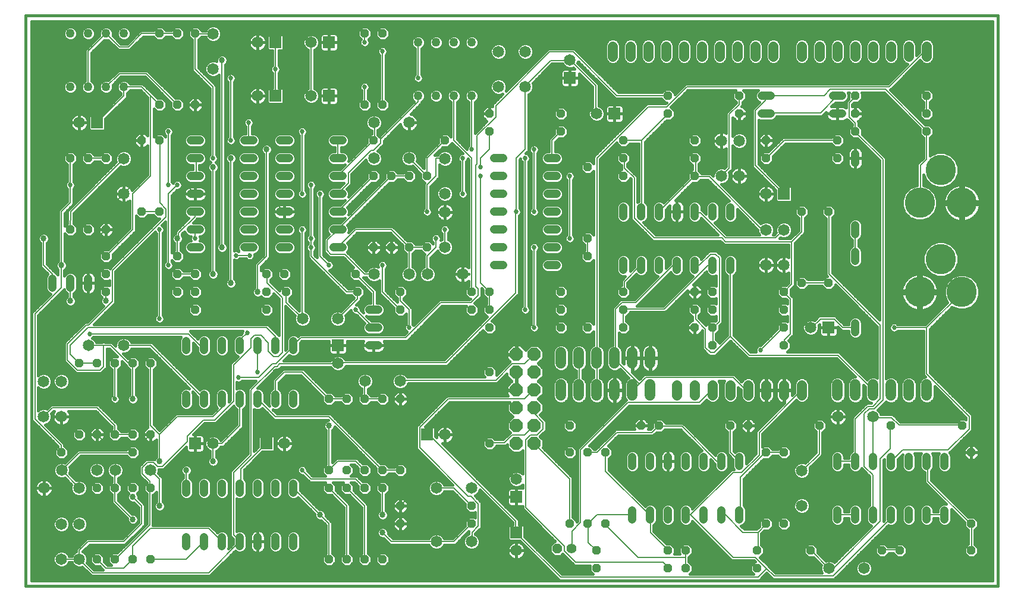
<source format=gtl>
G75*
%MOIN*%
%OFA0B0*%
%FSLAX25Y25*%
%IPPOS*%
%LPD*%
%AMOC8*
5,1,8,0,0,1.08239X$1,22.5*
%
%ADD10C,0.01600*%
%ADD11C,0.05610*%
%ADD12C,0.06000*%
%ADD13OC8,0.04800*%
%ADD14C,0.06500*%
%ADD15C,0.04800*%
%ADD16OC8,0.05600*%
%ADD17C,0.05600*%
%ADD18OC8,0.07400*%
%ADD19C,0.05000*%
%ADD20C,0.17000*%
%ADD21R,0.06500X0.06500*%
%ADD22C,0.00800*%
%ADD23C,0.02700*%
%ADD24C,0.03369*%
D10*
X0001800Y0001800D02*
X0546800Y0001800D01*
X0546800Y0321800D01*
X0001800Y0321800D01*
X0001800Y0001800D01*
X0004900Y0004900D02*
X0004900Y0318700D01*
X0543700Y0318700D01*
X0543700Y0004900D01*
X0004900Y0004900D01*
X0004900Y0006466D02*
X0299389Y0006466D01*
X0300854Y0005000D02*
X0412946Y0005000D01*
X0417100Y0009154D01*
X0420554Y0005700D01*
X0454946Y0005700D01*
X0456000Y0006754D01*
X0456000Y0006754D01*
X0485197Y0035951D01*
X0486044Y0035600D01*
X0487556Y0035600D01*
X0488953Y0036179D01*
X0490021Y0037247D01*
X0490600Y0038644D01*
X0490600Y0044956D01*
X0490021Y0046353D01*
X0488953Y0047421D01*
X0487556Y0048000D01*
X0486044Y0048000D01*
X0484647Y0047421D01*
X0483579Y0046353D01*
X0483000Y0044956D01*
X0483000Y0038846D01*
X0482600Y0038446D01*
X0482600Y0072554D01*
X0483000Y0072954D01*
X0483000Y0068644D01*
X0483579Y0067247D01*
X0484647Y0066179D01*
X0486044Y0065600D01*
X0487556Y0065600D01*
X0488953Y0066179D01*
X0490021Y0067247D01*
X0490600Y0068644D01*
X0490600Y0072854D01*
X0493211Y0075466D01*
X0493000Y0074956D01*
X0493000Y0068644D01*
X0493579Y0067247D01*
X0494647Y0066179D01*
X0496044Y0065600D01*
X0497556Y0065600D01*
X0498953Y0066179D01*
X0500021Y0067247D01*
X0500600Y0068644D01*
X0500600Y0074956D01*
X0500021Y0076353D01*
X0499974Y0076400D01*
X0503626Y0076400D01*
X0503579Y0076353D01*
X0503000Y0074956D01*
X0503000Y0068644D01*
X0503579Y0067247D01*
X0504647Y0066179D01*
X0505600Y0065784D01*
X0505600Y0059954D01*
X0517554Y0048000D01*
X0516044Y0048000D01*
X0514647Y0047421D01*
X0513579Y0046353D01*
X0513000Y0044956D01*
X0513000Y0043600D01*
X0510600Y0043600D01*
X0510600Y0044956D01*
X0510021Y0046353D01*
X0508953Y0047421D01*
X0507556Y0048000D01*
X0506044Y0048000D01*
X0504647Y0047421D01*
X0503579Y0046353D01*
X0503000Y0044956D01*
X0503000Y0038644D01*
X0503579Y0037247D01*
X0504647Y0036179D01*
X0506044Y0035600D01*
X0507556Y0035600D01*
X0508953Y0036179D01*
X0510021Y0037247D01*
X0510600Y0038644D01*
X0510600Y0040000D01*
X0513000Y0040000D01*
X0513000Y0038644D01*
X0513579Y0037247D01*
X0514647Y0036179D01*
X0516044Y0035600D01*
X0517556Y0035600D01*
X0518953Y0036179D01*
X0520021Y0037247D01*
X0520600Y0038644D01*
X0520600Y0044954D01*
X0528000Y0037554D01*
X0528000Y0035226D01*
X0530100Y0033126D01*
X0530100Y0025474D01*
X0528000Y0023374D01*
X0528000Y0020226D01*
X0530226Y0018000D01*
X0533374Y0018000D01*
X0535600Y0020226D01*
X0535600Y0023374D01*
X0533700Y0025274D01*
X0533700Y0033326D01*
X0535600Y0035226D01*
X0535600Y0038374D01*
X0533374Y0040600D01*
X0530226Y0040600D01*
X0530136Y0040510D01*
X0509200Y0061446D01*
X0509200Y0066426D01*
X0510021Y0067247D01*
X0510600Y0068644D01*
X0510600Y0074956D01*
X0510021Y0076353D01*
X0509974Y0076400D01*
X0513626Y0076400D01*
X0513579Y0076353D01*
X0513000Y0074956D01*
X0513000Y0068644D01*
X0513579Y0067247D01*
X0514647Y0066179D01*
X0516044Y0065600D01*
X0517556Y0065600D01*
X0518953Y0066179D01*
X0520021Y0067247D01*
X0520600Y0068644D01*
X0520600Y0074956D01*
X0520021Y0076353D01*
X0519660Y0076714D01*
X0520400Y0077454D01*
X0532300Y0089354D01*
X0532300Y0097846D01*
X0531246Y0098900D01*
X0508500Y0121646D01*
X0508500Y0146054D01*
X0520865Y0158419D01*
X0520877Y0158407D01*
X0524516Y0156900D01*
X0528454Y0156900D01*
X0532093Y0158407D01*
X0534878Y0161192D01*
X0536385Y0164831D01*
X0536385Y0168769D01*
X0534878Y0172408D01*
X0532093Y0175193D01*
X0528454Y0176700D01*
X0524516Y0176700D01*
X0520877Y0175193D01*
X0518092Y0172408D01*
X0516585Y0168769D01*
X0516585Y0164831D01*
X0518092Y0161192D01*
X0518319Y0160965D01*
X0505954Y0148600D01*
X0490589Y0148600D01*
X0490058Y0149131D01*
X0489047Y0149550D01*
X0487953Y0149550D01*
X0486942Y0149131D01*
X0486169Y0148358D01*
X0485750Y0147347D01*
X0485750Y0146253D01*
X0486169Y0145242D01*
X0486942Y0144469D01*
X0487953Y0144050D01*
X0489047Y0144050D01*
X0490058Y0144469D01*
X0490589Y0145000D01*
X0504900Y0145000D01*
X0504900Y0120154D01*
X0505875Y0119179D01*
X0504308Y0118530D01*
X0503070Y0117292D01*
X0502400Y0115675D01*
X0502400Y0107925D01*
X0503070Y0106308D01*
X0504308Y0105070D01*
X0505925Y0104400D01*
X0507675Y0104400D01*
X0509292Y0105070D01*
X0510530Y0106308D01*
X0511200Y0107925D01*
X0511200Y0113854D01*
X0528700Y0096354D01*
X0528700Y0095274D01*
X0528374Y0095600D01*
X0525226Y0095600D01*
X0523626Y0094000D01*
X0492046Y0094000D01*
X0487846Y0098200D01*
X0481096Y0098200D01*
X0480585Y0099434D01*
X0479282Y0100737D01*
X0482946Y0104400D01*
X0483962Y0105416D01*
X0484308Y0105070D01*
X0485925Y0104400D01*
X0487675Y0104400D01*
X0489292Y0105070D01*
X0490530Y0106308D01*
X0491200Y0107925D01*
X0491200Y0115675D01*
X0490530Y0117292D01*
X0489292Y0118530D01*
X0487675Y0119200D01*
X0485925Y0119200D01*
X0484308Y0118530D01*
X0484000Y0118223D01*
X0484000Y0242046D01*
X0470600Y0255446D01*
X0470600Y0258374D01*
X0468600Y0260374D01*
X0468600Y0262346D01*
X0468346Y0262600D01*
X0468540Y0262600D01*
X0471000Y0265060D01*
X0471000Y0266800D01*
X0471000Y0268540D01*
X0468540Y0271000D01*
X0466800Y0271000D01*
X0466800Y0266800D01*
X0466800Y0266800D01*
X0471000Y0266800D01*
X0466800Y0266800D01*
X0466800Y0266800D01*
X0466800Y0271000D01*
X0465100Y0271000D01*
X0465100Y0272054D01*
X0466046Y0273000D01*
X0468374Y0273000D01*
X0470600Y0275226D01*
X0470600Y0278374D01*
X0470274Y0278700D01*
X0482854Y0278700D01*
X0503090Y0258464D01*
X0503000Y0258374D01*
X0503000Y0255226D01*
X0504900Y0253326D01*
X0504900Y0242046D01*
X0502454Y0239600D01*
X0501400Y0238546D01*
X0501400Y0226700D01*
X0500894Y0226700D01*
X0497255Y0225193D01*
X0494470Y0222408D01*
X0492963Y0218769D01*
X0492963Y0214831D01*
X0494470Y0211192D01*
X0497255Y0208407D01*
X0500894Y0206900D01*
X0504832Y0206900D01*
X0508471Y0208407D01*
X0511256Y0211192D01*
X0512763Y0214831D01*
X0512763Y0218769D01*
X0511256Y0222408D01*
X0508471Y0225193D01*
X0505000Y0226630D01*
X0505000Y0232789D01*
X0506281Y0229696D01*
X0509066Y0226911D01*
X0512705Y0225404D01*
X0516643Y0225404D01*
X0520282Y0226911D01*
X0523067Y0229696D01*
X0524574Y0233335D01*
X0524574Y0237273D01*
X0523067Y0240912D01*
X0520282Y0243697D01*
X0516643Y0245204D01*
X0512705Y0245204D01*
X0509066Y0243697D01*
X0508500Y0243131D01*
X0508500Y0253126D01*
X0510600Y0255226D01*
X0510600Y0258374D01*
X0508374Y0260600D01*
X0506046Y0260600D01*
X0486496Y0280150D01*
X0487500Y0281154D01*
X0503154Y0296808D01*
X0503235Y0296613D01*
X0504418Y0295430D01*
X0505964Y0294790D01*
X0507636Y0294790D01*
X0509182Y0295430D01*
X0510365Y0296613D01*
X0511005Y0298158D01*
X0511005Y0305442D01*
X0510365Y0306987D01*
X0509182Y0308170D01*
X0507636Y0308810D01*
X0505964Y0308810D01*
X0504418Y0308170D01*
X0503235Y0306987D01*
X0502595Y0305442D01*
X0502595Y0301340D01*
X0501005Y0299751D01*
X0501005Y0305442D01*
X0500365Y0306987D01*
X0499182Y0308170D01*
X0497636Y0308810D01*
X0495964Y0308810D01*
X0494418Y0308170D01*
X0493235Y0306987D01*
X0492595Y0305442D01*
X0492595Y0298158D01*
X0493235Y0296613D01*
X0494418Y0295430D01*
X0495964Y0294790D01*
X0496044Y0294790D01*
X0484954Y0283700D01*
X0371554Y0283700D01*
X0365600Y0277746D01*
X0365600Y0278374D01*
X0363374Y0280600D01*
X0360226Y0280600D01*
X0358426Y0278800D01*
X0333846Y0278800D01*
X0309346Y0303300D01*
X0294554Y0303300D01*
X0270858Y0279604D01*
X0271450Y0281033D01*
X0271450Y0282882D01*
X0270742Y0284591D01*
X0269434Y0285900D01*
X0267725Y0286607D01*
X0265875Y0286607D01*
X0264166Y0285900D01*
X0262858Y0284591D01*
X0262150Y0282882D01*
X0262150Y0281033D01*
X0262858Y0279323D01*
X0264166Y0278015D01*
X0265875Y0277307D01*
X0267725Y0277307D01*
X0269154Y0277899D01*
X0264454Y0273200D01*
X0263400Y0272146D01*
X0263400Y0271000D01*
X0261800Y0271000D01*
X0261800Y0266800D01*
X0261800Y0266800D01*
X0261800Y0266800D01*
X0257600Y0266800D01*
X0257600Y0268540D01*
X0260060Y0271000D01*
X0261800Y0271000D01*
X0261800Y0266800D01*
X0257600Y0266800D01*
X0257600Y0265060D01*
X0260060Y0262600D01*
X0260154Y0262600D01*
X0253954Y0256400D01*
X0253600Y0256046D01*
X0253600Y0273324D01*
X0254009Y0273494D01*
X0255106Y0274591D01*
X0255700Y0276024D01*
X0255700Y0277576D01*
X0255106Y0279009D01*
X0254009Y0280106D01*
X0252576Y0280700D01*
X0251024Y0280700D01*
X0249591Y0280106D01*
X0248494Y0279009D01*
X0247900Y0277576D01*
X0247900Y0276024D01*
X0248494Y0274591D01*
X0249591Y0273494D01*
X0250000Y0273324D01*
X0250000Y0248889D01*
X0249469Y0248358D01*
X0249050Y0247347D01*
X0249050Y0247096D01*
X0243600Y0252546D01*
X0243600Y0273324D01*
X0244009Y0273494D01*
X0245106Y0274591D01*
X0245700Y0276024D01*
X0245700Y0277576D01*
X0245106Y0279009D01*
X0244009Y0280106D01*
X0242576Y0280700D01*
X0241024Y0280700D01*
X0239591Y0280106D01*
X0238494Y0279009D01*
X0237900Y0277576D01*
X0237900Y0276024D01*
X0238494Y0274591D01*
X0239591Y0273494D01*
X0240000Y0273324D01*
X0240000Y0253974D01*
X0238374Y0255600D01*
X0235226Y0255600D01*
X0233000Y0253374D01*
X0233000Y0250546D01*
X0225000Y0242546D01*
X0225000Y0236146D01*
X0220993Y0240152D01*
X0221293Y0240875D01*
X0221293Y0242725D01*
X0220585Y0244434D01*
X0219277Y0245742D01*
X0217567Y0246450D01*
X0215718Y0246450D01*
X0214009Y0245742D01*
X0212700Y0244434D01*
X0211993Y0242725D01*
X0211993Y0240875D01*
X0212700Y0239166D01*
X0214009Y0237858D01*
X0215718Y0237150D01*
X0217567Y0237150D01*
X0218513Y0237542D01*
X0223000Y0233054D01*
X0223000Y0230226D01*
X0225226Y0228000D01*
X0225454Y0228000D01*
X0225000Y0227546D01*
X0225000Y0213889D01*
X0224469Y0213358D01*
X0224050Y0212347D01*
X0224050Y0211253D01*
X0224469Y0210242D01*
X0225242Y0209469D01*
X0226253Y0209050D01*
X0227347Y0209050D01*
X0228358Y0209469D01*
X0229131Y0210242D01*
X0229550Y0211253D01*
X0229550Y0212347D01*
X0229131Y0213358D01*
X0228600Y0213889D01*
X0228600Y0226054D01*
X0233600Y0231054D01*
X0233600Y0238266D01*
X0234166Y0237700D01*
X0235875Y0236993D01*
X0237725Y0236993D01*
X0239434Y0237700D01*
X0240742Y0239009D01*
X0241450Y0240718D01*
X0241450Y0242567D01*
X0240742Y0244277D01*
X0239434Y0245585D01*
X0237725Y0246293D01*
X0235875Y0246293D01*
X0234166Y0245585D01*
X0232858Y0244277D01*
X0232578Y0243600D01*
X0231146Y0243600D01*
X0235546Y0248000D01*
X0238374Y0248000D01*
X0240600Y0250226D01*
X0240600Y0250454D01*
X0246504Y0244550D01*
X0246253Y0244550D01*
X0245242Y0244131D01*
X0244469Y0243358D01*
X0244050Y0242347D01*
X0244050Y0241253D01*
X0244469Y0240242D01*
X0245000Y0239711D01*
X0245000Y0223889D01*
X0244469Y0223358D01*
X0244050Y0222347D01*
X0244050Y0221253D01*
X0244469Y0220242D01*
X0245242Y0219469D01*
X0246253Y0219050D01*
X0247347Y0219050D01*
X0248358Y0219469D01*
X0249131Y0220242D01*
X0249550Y0221253D01*
X0249550Y0222347D01*
X0249131Y0223358D01*
X0248600Y0223889D01*
X0248600Y0239711D01*
X0249131Y0240242D01*
X0249550Y0241253D01*
X0249550Y0241504D01*
X0250000Y0241054D01*
X0250000Y0180584D01*
X0249932Y0180652D01*
X0249289Y0181119D01*
X0248581Y0181480D01*
X0247825Y0181726D01*
X0247040Y0181850D01*
X0246643Y0181850D01*
X0246643Y0176800D01*
X0250000Y0176800D01*
X0250000Y0176800D01*
X0246643Y0176800D01*
X0246643Y0176800D01*
X0246643Y0171750D01*
X0247040Y0171750D01*
X0247825Y0171874D01*
X0248581Y0172120D01*
X0249289Y0172481D01*
X0249932Y0172948D01*
X0250000Y0173016D01*
X0250000Y0170374D01*
X0248000Y0168374D01*
X0248000Y0165226D01*
X0250226Y0163000D01*
X0250854Y0163000D01*
X0250454Y0162600D01*
X0233654Y0162600D01*
X0219214Y0148159D01*
X0219131Y0148358D01*
X0218600Y0148889D01*
X0218600Y0157546D01*
X0217546Y0158600D01*
X0213600Y0162546D01*
X0213600Y0163226D01*
X0215600Y0165226D01*
X0215600Y0168374D01*
X0213374Y0170600D01*
X0210226Y0170600D01*
X0208000Y0168374D01*
X0208000Y0165226D01*
X0210000Y0163226D01*
X0210000Y0161146D01*
X0203600Y0167546D01*
X0203600Y0179711D01*
X0204131Y0180242D01*
X0204550Y0181253D01*
X0204550Y0182347D01*
X0204131Y0183358D01*
X0203358Y0184131D01*
X0202347Y0184550D01*
X0201253Y0184550D01*
X0200242Y0184131D01*
X0199469Y0183358D01*
X0199050Y0182347D01*
X0199050Y0181253D01*
X0199193Y0180907D01*
X0197882Y0181450D01*
X0196033Y0181450D01*
X0194323Y0180742D01*
X0193015Y0179434D01*
X0192711Y0178700D01*
X0192446Y0178700D01*
X0182300Y0188846D01*
X0181960Y0189186D01*
X0182421Y0189647D01*
X0183000Y0191044D01*
X0183000Y0192556D01*
X0182421Y0193953D01*
X0181960Y0194414D01*
X0187546Y0200000D01*
X0206054Y0200000D01*
X0213000Y0193054D01*
X0213000Y0190226D01*
X0215000Y0188226D01*
X0215000Y0181153D01*
X0214009Y0180742D01*
X0212700Y0179434D01*
X0211993Y0177725D01*
X0211993Y0175875D01*
X0212700Y0174166D01*
X0214009Y0172858D01*
X0215718Y0172150D01*
X0217567Y0172150D01*
X0219277Y0172858D01*
X0220585Y0174166D01*
X0221293Y0175875D01*
X0221293Y0177725D01*
X0220585Y0179434D01*
X0219277Y0180742D01*
X0218600Y0181022D01*
X0218600Y0188226D01*
X0220374Y0190000D01*
X0223226Y0190000D01*
X0225226Y0188000D01*
X0225454Y0188000D01*
X0225000Y0187546D01*
X0225000Y0181022D01*
X0224323Y0180742D01*
X0223015Y0179434D01*
X0222307Y0177725D01*
X0222307Y0175875D01*
X0223015Y0174166D01*
X0224323Y0172858D01*
X0226033Y0172150D01*
X0227882Y0172150D01*
X0229591Y0172858D01*
X0230900Y0174166D01*
X0231607Y0175875D01*
X0231607Y0177725D01*
X0230900Y0179434D01*
X0229591Y0180742D01*
X0228600Y0181153D01*
X0228600Y0186054D01*
X0232568Y0190023D01*
X0232858Y0189323D01*
X0234166Y0188015D01*
X0235875Y0187307D01*
X0237725Y0187307D01*
X0239434Y0188015D01*
X0240742Y0189323D01*
X0241450Y0191033D01*
X0241450Y0192882D01*
X0240742Y0194591D01*
X0239434Y0195900D01*
X0238600Y0196245D01*
X0238600Y0199711D01*
X0239131Y0200242D01*
X0239550Y0201253D01*
X0239550Y0202347D01*
X0239131Y0203358D01*
X0238358Y0204131D01*
X0237347Y0204550D01*
X0236253Y0204550D01*
X0235242Y0204131D01*
X0234469Y0203358D01*
X0234050Y0202347D01*
X0234050Y0201253D01*
X0234469Y0200242D01*
X0235000Y0199711D01*
X0235000Y0196245D01*
X0234453Y0196018D01*
X0234550Y0196253D01*
X0234550Y0197347D01*
X0234131Y0198358D01*
X0233358Y0199131D01*
X0232347Y0199550D01*
X0231253Y0199550D01*
X0230242Y0199131D01*
X0229469Y0198358D01*
X0229050Y0197347D01*
X0229050Y0196253D01*
X0229469Y0195242D01*
X0230000Y0194711D01*
X0230000Y0193974D01*
X0228374Y0195600D01*
X0225226Y0195600D01*
X0223226Y0193600D01*
X0220374Y0193600D01*
X0218374Y0195600D01*
X0215546Y0195600D01*
X0207546Y0203600D01*
X0186054Y0203600D01*
X0185000Y0202546D01*
X0182647Y0200193D01*
X0183000Y0201044D01*
X0183000Y0202556D01*
X0182421Y0203953D01*
X0181960Y0204414D01*
X0205546Y0228000D01*
X0208374Y0228000D01*
X0210374Y0230000D01*
X0213226Y0230000D01*
X0215226Y0228000D01*
X0218374Y0228000D01*
X0220600Y0230226D01*
X0220600Y0233374D01*
X0218374Y0235600D01*
X0215226Y0235600D01*
X0213226Y0233600D01*
X0210374Y0233600D01*
X0208374Y0235600D01*
X0205226Y0235600D01*
X0203000Y0233374D01*
X0203000Y0230546D01*
X0182647Y0210193D01*
X0183000Y0211044D01*
X0183000Y0212556D01*
X0182421Y0213953D01*
X0181960Y0214414D01*
X0195546Y0228000D01*
X0198374Y0228000D01*
X0200600Y0230226D01*
X0200600Y0233374D01*
X0198374Y0235600D01*
X0195226Y0235600D01*
X0193000Y0233374D01*
X0193000Y0230546D01*
X0182647Y0220193D01*
X0183000Y0221044D01*
X0183000Y0222556D01*
X0182421Y0223953D01*
X0181760Y0224614D01*
X0184400Y0227254D01*
X0184400Y0232854D01*
X0192341Y0240795D01*
X0193015Y0239166D01*
X0194323Y0237858D01*
X0196033Y0237150D01*
X0197882Y0237150D01*
X0199591Y0237858D01*
X0200900Y0239166D01*
X0201607Y0240875D01*
X0201607Y0242725D01*
X0200900Y0244434D01*
X0199591Y0245742D01*
X0198952Y0246007D01*
X0202600Y0249654D01*
X0202600Y0251754D01*
X0211682Y0260837D01*
X0211717Y0260617D01*
X0211962Y0259861D01*
X0212323Y0259153D01*
X0212791Y0258510D01*
X0213353Y0257948D01*
X0213996Y0257481D01*
X0214704Y0257120D01*
X0215460Y0256874D01*
X0216245Y0256750D01*
X0216642Y0256750D01*
X0216642Y0261800D01*
X0216643Y0261800D01*
X0221693Y0261800D01*
X0221693Y0262197D01*
X0221568Y0262983D01*
X0221323Y0263739D01*
X0220962Y0264447D01*
X0220494Y0265090D01*
X0219932Y0265652D01*
X0219289Y0266119D01*
X0218581Y0266480D01*
X0217825Y0266726D01*
X0217606Y0266760D01*
X0223600Y0272754D01*
X0223600Y0273324D01*
X0224009Y0273494D01*
X0225106Y0274591D01*
X0225700Y0276024D01*
X0225700Y0277576D01*
X0225106Y0279009D01*
X0224009Y0280106D01*
X0222576Y0280700D01*
X0221024Y0280700D01*
X0219591Y0280106D01*
X0218494Y0279009D01*
X0217900Y0277576D01*
X0217900Y0276024D01*
X0218494Y0274591D01*
X0219420Y0273665D01*
X0200054Y0254300D01*
X0199864Y0254110D01*
X0199100Y0254874D01*
X0199100Y0257654D01*
X0199591Y0257858D01*
X0200900Y0259166D01*
X0201607Y0260875D01*
X0201607Y0262725D01*
X0200900Y0264434D01*
X0199591Y0265742D01*
X0197882Y0266450D01*
X0196033Y0266450D01*
X0194323Y0265742D01*
X0193015Y0264434D01*
X0192307Y0262725D01*
X0192307Y0260875D01*
X0193015Y0259166D01*
X0194323Y0257858D01*
X0195500Y0257371D01*
X0195500Y0255600D01*
X0195226Y0255600D01*
X0193000Y0253374D01*
X0193000Y0250546D01*
X0182647Y0240193D01*
X0183000Y0241044D01*
X0183000Y0242556D01*
X0182421Y0243953D01*
X0181353Y0245021D01*
X0179956Y0245600D01*
X0178600Y0245600D01*
X0178600Y0248000D01*
X0179956Y0248000D01*
X0181353Y0248579D01*
X0182421Y0249647D01*
X0183000Y0251044D01*
X0183000Y0252556D01*
X0182421Y0253953D01*
X0181353Y0255021D01*
X0179956Y0255600D01*
X0173644Y0255600D01*
X0172247Y0255021D01*
X0171179Y0253953D01*
X0170600Y0252556D01*
X0170600Y0251044D01*
X0171179Y0249647D01*
X0172247Y0248579D01*
X0173644Y0248000D01*
X0175000Y0248000D01*
X0175000Y0245600D01*
X0173644Y0245600D01*
X0172247Y0245021D01*
X0171179Y0243953D01*
X0170600Y0242556D01*
X0170600Y0241044D01*
X0171179Y0239647D01*
X0172247Y0238579D01*
X0173644Y0238000D01*
X0179956Y0238000D01*
X0180807Y0238353D01*
X0178054Y0235600D01*
X0173644Y0235600D01*
X0172247Y0235021D01*
X0171179Y0233953D01*
X0170600Y0232556D01*
X0170600Y0231044D01*
X0171179Y0229647D01*
X0172247Y0228579D01*
X0173644Y0228000D01*
X0179956Y0228000D01*
X0180124Y0228070D01*
X0177654Y0225600D01*
X0173644Y0225600D01*
X0172247Y0225021D01*
X0171179Y0223953D01*
X0170600Y0222556D01*
X0170600Y0221044D01*
X0171179Y0219647D01*
X0172247Y0218579D01*
X0173644Y0218000D01*
X0179956Y0218000D01*
X0180807Y0218353D01*
X0178054Y0215600D01*
X0173644Y0215600D01*
X0172247Y0215021D01*
X0171179Y0213953D01*
X0170600Y0212556D01*
X0170600Y0211044D01*
X0171179Y0209647D01*
X0172247Y0208579D01*
X0173644Y0208000D01*
X0179956Y0208000D01*
X0180807Y0208353D01*
X0178054Y0205600D01*
X0173644Y0205600D01*
X0172247Y0205021D01*
X0171179Y0203953D01*
X0170600Y0202556D01*
X0170600Y0201044D01*
X0171179Y0199647D01*
X0171590Y0199236D01*
X0168900Y0196546D01*
X0168900Y0189454D01*
X0169954Y0188400D01*
X0172054Y0186300D01*
X0179754Y0186300D01*
X0185454Y0180600D01*
X0185226Y0180600D01*
X0183000Y0178374D01*
X0183000Y0175226D01*
X0185226Y0173000D01*
X0188054Y0173000D01*
X0195000Y0166054D01*
X0195000Y0160600D01*
X0193644Y0160600D01*
X0192247Y0160021D01*
X0191179Y0158953D01*
X0190600Y0157556D01*
X0190600Y0156044D01*
X0190953Y0155193D01*
X0189550Y0156596D01*
X0189550Y0157347D01*
X0189131Y0158358D01*
X0188358Y0159131D01*
X0187347Y0159550D01*
X0186938Y0159550D01*
X0189600Y0162212D01*
X0189600Y0163226D01*
X0191600Y0165226D01*
X0191600Y0168374D01*
X0189374Y0170600D01*
X0186226Y0170600D01*
X0184226Y0168600D01*
X0182546Y0168600D01*
X0172096Y0179050D01*
X0172347Y0179050D01*
X0173358Y0179469D01*
X0174131Y0180242D01*
X0174550Y0181253D01*
X0174550Y0182347D01*
X0174131Y0183358D01*
X0173358Y0184131D01*
X0172347Y0184550D01*
X0171596Y0184550D01*
X0168600Y0187546D01*
X0168600Y0219711D01*
X0169131Y0220242D01*
X0169550Y0221253D01*
X0169550Y0222347D01*
X0169131Y0223358D01*
X0168358Y0224131D01*
X0167347Y0224550D01*
X0166253Y0224550D01*
X0165242Y0224131D01*
X0164469Y0223358D01*
X0164050Y0222347D01*
X0164050Y0221253D01*
X0164469Y0220242D01*
X0165000Y0219711D01*
X0165000Y0186146D01*
X0163600Y0187546D01*
X0163600Y0189711D01*
X0164131Y0190242D01*
X0164550Y0191253D01*
X0164550Y0192347D01*
X0164131Y0193358D01*
X0163600Y0193889D01*
X0163600Y0194711D01*
X0164131Y0195242D01*
X0164550Y0196253D01*
X0164550Y0197347D01*
X0164131Y0198358D01*
X0163600Y0198889D01*
X0163600Y0224711D01*
X0164131Y0225242D01*
X0164550Y0226253D01*
X0164550Y0227347D01*
X0164131Y0228358D01*
X0163358Y0229131D01*
X0162347Y0229550D01*
X0161253Y0229550D01*
X0160242Y0229131D01*
X0159469Y0228358D01*
X0159050Y0227347D01*
X0159050Y0226253D01*
X0159469Y0225242D01*
X0160000Y0224711D01*
X0160000Y0198889D01*
X0159469Y0198358D01*
X0159050Y0197347D01*
X0159050Y0196253D01*
X0159469Y0195242D01*
X0160000Y0194711D01*
X0160000Y0193889D01*
X0159469Y0193358D01*
X0159050Y0192347D01*
X0159050Y0191253D01*
X0159469Y0190242D01*
X0160000Y0189711D01*
X0160000Y0186054D01*
X0161054Y0185000D01*
X0181054Y0165000D01*
X0184226Y0165000D01*
X0185761Y0163465D01*
X0178401Y0156105D01*
X0177567Y0156450D01*
X0175718Y0156450D01*
X0174009Y0155742D01*
X0172700Y0154434D01*
X0171993Y0152725D01*
X0171993Y0150875D01*
X0172700Y0149166D01*
X0174009Y0147858D01*
X0175718Y0147150D01*
X0177567Y0147150D01*
X0179277Y0147858D01*
X0180585Y0149166D01*
X0181293Y0150875D01*
X0181293Y0152725D01*
X0180947Y0153559D01*
X0184050Y0156662D01*
X0184050Y0156253D01*
X0184469Y0155242D01*
X0185242Y0154469D01*
X0186253Y0154050D01*
X0187004Y0154050D01*
X0191640Y0149414D01*
X0191179Y0148953D01*
X0190600Y0147556D01*
X0190600Y0146044D01*
X0191179Y0144647D01*
X0192247Y0143579D01*
X0193644Y0143000D01*
X0199956Y0143000D01*
X0201353Y0143579D01*
X0202421Y0144647D01*
X0203000Y0146044D01*
X0203000Y0147556D01*
X0202421Y0148953D01*
X0201353Y0150021D01*
X0199956Y0150600D01*
X0195546Y0150600D01*
X0192793Y0153353D01*
X0193644Y0153000D01*
X0199956Y0153000D01*
X0201353Y0153579D01*
X0202421Y0154647D01*
X0203000Y0156044D01*
X0203000Y0157556D01*
X0202421Y0158953D01*
X0201353Y0160021D01*
X0199956Y0160600D01*
X0198600Y0160600D01*
X0198600Y0167546D01*
X0197546Y0168600D01*
X0191046Y0175100D01*
X0192629Y0175100D01*
X0193015Y0174166D01*
X0194323Y0172858D01*
X0196033Y0172150D01*
X0197882Y0172150D01*
X0199591Y0172858D01*
X0200000Y0173266D01*
X0200000Y0166054D01*
X0201054Y0165000D01*
X0208000Y0158054D01*
X0208000Y0155226D01*
X0210226Y0153000D01*
X0213374Y0153000D01*
X0215000Y0154626D01*
X0215000Y0148889D01*
X0214469Y0148358D01*
X0214050Y0147347D01*
X0214050Y0146253D01*
X0214469Y0145242D01*
X0215242Y0144469D01*
X0215441Y0144386D01*
X0214054Y0143000D01*
X0155254Y0143000D01*
X0154314Y0142060D01*
X0153953Y0142421D01*
X0152556Y0143000D01*
X0151044Y0143000D01*
X0149647Y0142421D01*
X0148579Y0141353D01*
X0148000Y0139956D01*
X0148000Y0135046D01*
X0147300Y0134346D01*
X0147301Y0134346D01*
X0147300Y0134346D02*
X0147300Y0158912D01*
X0152653Y0153559D01*
X0152307Y0152725D01*
X0152307Y0150875D01*
X0153015Y0149166D01*
X0154323Y0147858D01*
X0156033Y0147150D01*
X0157882Y0147150D01*
X0159591Y0147858D01*
X0160900Y0149166D01*
X0161607Y0150875D01*
X0161607Y0152725D01*
X0160900Y0154434D01*
X0159591Y0155742D01*
X0158600Y0156153D01*
X0158600Y0199711D01*
X0159131Y0200242D01*
X0159550Y0201253D01*
X0159550Y0202347D01*
X0159131Y0203358D01*
X0158358Y0204131D01*
X0157347Y0204550D01*
X0156253Y0204550D01*
X0155242Y0204131D01*
X0154469Y0203358D01*
X0154050Y0202347D01*
X0154050Y0201253D01*
X0154469Y0200242D01*
X0155000Y0199711D01*
X0155000Y0156303D01*
X0149600Y0161703D01*
X0149600Y0163226D01*
X0151600Y0165226D01*
X0151600Y0168374D01*
X0149374Y0170600D01*
X0146226Y0170600D01*
X0144000Y0168374D01*
X0144000Y0167646D01*
X0138900Y0172746D01*
X0138900Y0173526D01*
X0140600Y0175226D01*
X0140600Y0178374D01*
X0138374Y0180600D01*
X0135226Y0180600D01*
X0133600Y0178974D01*
X0133600Y0181054D01*
X0138600Y0186054D01*
X0138600Y0244238D01*
X0139415Y0245053D01*
X0139884Y0246186D01*
X0139884Y0247413D01*
X0139415Y0248547D01*
X0138547Y0249415D01*
X0137413Y0249884D01*
X0136186Y0249884D01*
X0135053Y0249415D01*
X0134185Y0248547D01*
X0133716Y0247413D01*
X0133716Y0246186D01*
X0134185Y0245053D01*
X0135000Y0244238D01*
X0135000Y0187546D01*
X0131054Y0183600D01*
X0130000Y0182546D01*
X0130000Y0169362D01*
X0129185Y0168547D01*
X0128716Y0167413D01*
X0128716Y0166186D01*
X0129185Y0165053D01*
X0130053Y0164185D01*
X0131186Y0163716D01*
X0132413Y0163716D01*
X0133547Y0164185D01*
X0133794Y0164432D01*
X0135226Y0163000D01*
X0138374Y0163000D01*
X0140600Y0165226D01*
X0140600Y0165954D01*
X0143700Y0162854D01*
X0143700Y0142526D01*
X0143563Y0142583D01*
X0138600Y0147546D01*
X0137546Y0148600D01*
X0039946Y0148600D01*
X0052100Y0160754D01*
X0052100Y0178254D01*
X0074357Y0200512D01*
X0074469Y0200242D01*
X0075000Y0199711D01*
X0075000Y0153889D01*
X0074469Y0153358D01*
X0074050Y0152347D01*
X0074050Y0151253D01*
X0074469Y0150242D01*
X0075242Y0149469D01*
X0076253Y0149050D01*
X0077347Y0149050D01*
X0078358Y0149469D01*
X0079131Y0150242D01*
X0079550Y0151253D01*
X0079550Y0152347D01*
X0079131Y0153358D01*
X0078600Y0153889D01*
X0078600Y0199711D01*
X0079131Y0200242D01*
X0079550Y0201253D01*
X0079550Y0202347D01*
X0079131Y0203358D01*
X0078358Y0204131D01*
X0078088Y0204243D01*
X0080000Y0206154D01*
X0080000Y0183889D01*
X0079469Y0183358D01*
X0079050Y0182347D01*
X0079050Y0181253D01*
X0079469Y0180242D01*
X0080242Y0179469D01*
X0081253Y0179050D01*
X0082347Y0179050D01*
X0083358Y0179469D01*
X0084131Y0180242D01*
X0084550Y0181253D01*
X0084550Y0182347D01*
X0084131Y0183358D01*
X0083600Y0183889D01*
X0083600Y0184626D01*
X0085226Y0183000D01*
X0088374Y0183000D01*
X0090600Y0185226D01*
X0090600Y0188374D01*
X0088600Y0190374D01*
X0088600Y0194238D01*
X0089415Y0195053D01*
X0089884Y0196186D01*
X0089884Y0197413D01*
X0089415Y0198547D01*
X0089200Y0198762D01*
X0089200Y0199254D01*
X0090714Y0200769D01*
X0091179Y0199647D01*
X0092247Y0198579D01*
X0093644Y0198000D01*
X0094320Y0198000D01*
X0094050Y0197347D01*
X0094050Y0196253D01*
X0094320Y0195600D01*
X0093644Y0195600D01*
X0092247Y0195021D01*
X0091179Y0193953D01*
X0090600Y0192556D01*
X0090600Y0191044D01*
X0091179Y0189647D01*
X0092247Y0188579D01*
X0093644Y0188000D01*
X0099956Y0188000D01*
X0101353Y0188579D01*
X0102421Y0189647D01*
X0103000Y0191044D01*
X0103000Y0192556D01*
X0102421Y0193953D01*
X0101353Y0195021D01*
X0099956Y0195600D01*
X0099280Y0195600D01*
X0099550Y0196253D01*
X0099550Y0197347D01*
X0099280Y0198000D01*
X0099956Y0198000D01*
X0101353Y0198579D01*
X0102421Y0199647D01*
X0103000Y0201044D01*
X0103000Y0202556D01*
X0102421Y0203953D01*
X0101353Y0205021D01*
X0099956Y0205600D01*
X0095546Y0205600D01*
X0097946Y0208000D01*
X0099956Y0208000D01*
X0101353Y0208579D01*
X0102421Y0209647D01*
X0103000Y0211044D01*
X0103000Y0212556D01*
X0102421Y0213953D01*
X0101353Y0215021D01*
X0099956Y0215600D01*
X0093644Y0215600D01*
X0092247Y0215021D01*
X0091179Y0213953D01*
X0090600Y0212556D01*
X0090600Y0211044D01*
X0091179Y0209647D01*
X0092247Y0208579D01*
X0093086Y0208231D01*
X0086654Y0201800D01*
X0085600Y0200746D01*
X0085600Y0199641D01*
X0085053Y0199415D01*
X0084185Y0198547D01*
X0083716Y0197413D01*
X0083716Y0196186D01*
X0084185Y0195053D01*
X0085000Y0194238D01*
X0085000Y0190374D01*
X0083600Y0188974D01*
X0083600Y0221054D01*
X0086596Y0224050D01*
X0087347Y0224050D01*
X0088358Y0224469D01*
X0089131Y0225242D01*
X0089550Y0226253D01*
X0089550Y0227347D01*
X0089131Y0228358D01*
X0088358Y0229131D01*
X0087347Y0229550D01*
X0086253Y0229550D01*
X0085242Y0229131D01*
X0084469Y0228358D01*
X0084300Y0227951D01*
X0084131Y0228358D01*
X0083600Y0228889D01*
X0083600Y0254711D01*
X0084131Y0255242D01*
X0084550Y0256253D01*
X0084550Y0257347D01*
X0084131Y0258358D01*
X0083358Y0259131D01*
X0082347Y0259550D01*
X0081253Y0259550D01*
X0080242Y0259131D01*
X0079469Y0258358D01*
X0079050Y0257347D01*
X0079050Y0256253D01*
X0079469Y0255242D01*
X0080000Y0254711D01*
X0080000Y0253974D01*
X0078374Y0255600D01*
X0075226Y0255600D01*
X0073600Y0253974D01*
X0073600Y0269626D01*
X0075226Y0268000D01*
X0078374Y0268000D01*
X0080600Y0270226D01*
X0080600Y0273374D01*
X0078374Y0275600D01*
X0075546Y0275600D01*
X0072546Y0278600D01*
X0067546Y0283600D01*
X0060276Y0283600D01*
X0060106Y0284009D01*
X0059009Y0285106D01*
X0057576Y0285700D01*
X0056024Y0285700D01*
X0054591Y0285106D01*
X0053494Y0284009D01*
X0052900Y0282576D01*
X0052900Y0281024D01*
X0053494Y0279591D01*
X0054591Y0278494D01*
X0055000Y0278324D01*
X0055000Y0277546D01*
X0043904Y0266450D01*
X0037970Y0266450D01*
X0037150Y0265630D01*
X0037150Y0257970D01*
X0037970Y0257150D01*
X0045630Y0257150D01*
X0046450Y0257970D01*
X0046450Y0263904D01*
X0057546Y0275000D01*
X0058600Y0276054D01*
X0058600Y0278324D01*
X0059009Y0278494D01*
X0060106Y0279591D01*
X0060276Y0280000D01*
X0066054Y0280000D01*
X0070000Y0276054D01*
X0070000Y0254540D01*
X0068540Y0256000D01*
X0066800Y0256000D01*
X0066800Y0251800D01*
X0066800Y0251800D01*
X0066800Y0247600D01*
X0068540Y0247600D01*
X0070000Y0249060D01*
X0070000Y0232546D01*
X0061436Y0223982D01*
X0061119Y0224604D01*
X0060652Y0225247D01*
X0060090Y0225809D01*
X0059447Y0226277D01*
X0058739Y0226637D01*
X0057983Y0226883D01*
X0057197Y0227007D01*
X0056800Y0227007D01*
X0056403Y0227007D01*
X0055617Y0226883D01*
X0054861Y0226637D01*
X0054153Y0226277D01*
X0053510Y0225809D01*
X0052948Y0225247D01*
X0052481Y0224604D01*
X0052120Y0223896D01*
X0051874Y0223140D01*
X0051750Y0222355D01*
X0051750Y0221958D01*
X0056800Y0221958D01*
X0056800Y0227007D01*
X0056800Y0221958D01*
X0056800Y0221958D01*
X0056800Y0221957D01*
X0056800Y0216907D01*
X0057197Y0216907D01*
X0057983Y0217032D01*
X0058739Y0217277D01*
X0059447Y0217638D01*
X0060000Y0218040D01*
X0060000Y0202546D01*
X0048054Y0190600D01*
X0045226Y0190600D01*
X0043000Y0188374D01*
X0043000Y0185226D01*
X0045226Y0183000D01*
X0048374Y0183000D01*
X0050600Y0185226D01*
X0050600Y0188054D01*
X0062546Y0200000D01*
X0063600Y0201054D01*
X0063600Y0209626D01*
X0065226Y0208000D01*
X0068374Y0208000D01*
X0070374Y0210000D01*
X0073226Y0210000D01*
X0075226Y0208000D01*
X0076754Y0208000D01*
X0049554Y0180800D01*
X0048864Y0180110D01*
X0048374Y0180600D01*
X0045226Y0180600D01*
X0043000Y0178374D01*
X0043000Y0175226D01*
X0045226Y0173000D01*
X0048374Y0173000D01*
X0048500Y0173126D01*
X0048500Y0170474D01*
X0048374Y0170600D01*
X0045226Y0170600D01*
X0043000Y0168374D01*
X0043000Y0165226D01*
X0044432Y0163794D01*
X0044185Y0163547D01*
X0043716Y0162413D01*
X0043716Y0161186D01*
X0044185Y0160053D01*
X0045053Y0159185D01*
X0045326Y0159072D01*
X0036254Y0150000D01*
X0034854Y0150000D01*
X0024354Y0139500D01*
X0023300Y0138446D01*
X0023300Y0127854D01*
X0028900Y0122254D01*
X0029954Y0121200D01*
X0044046Y0121200D01*
X0046146Y0123300D01*
X0047200Y0124354D01*
X0047200Y0135000D01*
X0048554Y0135000D01*
X0052954Y0130600D01*
X0050226Y0130600D01*
X0048000Y0128374D01*
X0048000Y0125226D01*
X0050000Y0123226D01*
X0050000Y0108889D01*
X0049469Y0108358D01*
X0049050Y0107347D01*
X0049050Y0106253D01*
X0049469Y0105242D01*
X0050242Y0104469D01*
X0051253Y0104050D01*
X0052347Y0104050D01*
X0053358Y0104469D01*
X0054131Y0105242D01*
X0054550Y0106253D01*
X0054550Y0107347D01*
X0054131Y0108358D01*
X0053600Y0108889D01*
X0053600Y0123226D01*
X0055600Y0125226D01*
X0055600Y0127954D01*
X0058000Y0125554D01*
X0058000Y0125226D01*
X0060000Y0123226D01*
X0060000Y0109362D01*
X0059185Y0108547D01*
X0058716Y0107413D01*
X0058716Y0106186D01*
X0059185Y0105053D01*
X0060053Y0104185D01*
X0061186Y0103716D01*
X0062413Y0103716D01*
X0063547Y0104185D01*
X0064415Y0105053D01*
X0064884Y0106186D01*
X0064884Y0107413D01*
X0064415Y0108547D01*
X0063600Y0109362D01*
X0063600Y0123226D01*
X0065600Y0125226D01*
X0065600Y0128374D01*
X0063374Y0130600D01*
X0060226Y0130600D01*
X0059136Y0129510D01*
X0056496Y0132150D01*
X0057567Y0132150D01*
X0059277Y0132858D01*
X0060585Y0134166D01*
X0060930Y0135000D01*
X0071054Y0135000D01*
X0093407Y0112647D01*
X0092556Y0113000D01*
X0091044Y0113000D01*
X0089647Y0112421D01*
X0088579Y0111353D01*
X0088000Y0109956D01*
X0088000Y0103644D01*
X0088579Y0102247D01*
X0089647Y0101179D01*
X0091044Y0100600D01*
X0092556Y0100600D01*
X0093953Y0101179D01*
X0095021Y0102247D01*
X0095600Y0103644D01*
X0095600Y0109956D01*
X0095247Y0110807D01*
X0098000Y0108054D01*
X0098000Y0103644D01*
X0098579Y0102247D01*
X0099647Y0101179D01*
X0101044Y0100600D01*
X0102556Y0100600D01*
X0103953Y0101179D01*
X0105021Y0102247D01*
X0105600Y0103644D01*
X0105600Y0109956D01*
X0105021Y0111353D01*
X0103953Y0112421D01*
X0102556Y0113000D01*
X0101044Y0113000D01*
X0099647Y0112421D01*
X0099186Y0111960D01*
X0072546Y0138600D01*
X0060930Y0138600D01*
X0060585Y0139434D01*
X0059277Y0140742D01*
X0057567Y0141450D01*
X0055718Y0141450D01*
X0054009Y0140742D01*
X0052700Y0139434D01*
X0051993Y0137725D01*
X0051993Y0136653D01*
X0051100Y0137546D01*
X0050046Y0138600D01*
X0046346Y0138600D01*
X0046146Y0138800D01*
X0044654Y0138800D01*
X0044454Y0138600D01*
X0041245Y0138600D01*
X0040900Y0139434D01*
X0039591Y0140742D01*
X0039151Y0140924D01*
X0039258Y0140969D01*
X0039789Y0141500D01*
X0088726Y0141500D01*
X0088579Y0141353D01*
X0088000Y0139956D01*
X0088000Y0133644D01*
X0088579Y0132247D01*
X0089647Y0131179D01*
X0091044Y0130600D01*
X0092556Y0130600D01*
X0093953Y0131179D01*
X0095021Y0132247D01*
X0095600Y0133644D01*
X0095600Y0138154D01*
X0098000Y0135754D01*
X0098000Y0133644D01*
X0098579Y0132247D01*
X0099647Y0131179D01*
X0101044Y0130600D01*
X0102556Y0130600D01*
X0103953Y0131179D01*
X0105021Y0132247D01*
X0105600Y0133644D01*
X0105600Y0139956D01*
X0105021Y0141353D01*
X0103953Y0142421D01*
X0102556Y0143000D01*
X0101044Y0143000D01*
X0099647Y0142421D01*
X0098579Y0141353D01*
X0098261Y0140585D01*
X0094800Y0144046D01*
X0093846Y0145000D01*
X0123338Y0145000D01*
X0123150Y0144547D01*
X0123150Y0143796D01*
X0122354Y0143000D01*
X0121044Y0143000D01*
X0119647Y0142421D01*
X0118579Y0141353D01*
X0118000Y0139956D01*
X0118000Y0133644D01*
X0118579Y0132247D01*
X0119647Y0131179D01*
X0120627Y0130773D01*
X0116400Y0126546D01*
X0116400Y0106246D01*
X0115600Y0105446D01*
X0115600Y0109956D01*
X0115021Y0111353D01*
X0113953Y0112421D01*
X0112556Y0113000D01*
X0111044Y0113000D01*
X0109647Y0112421D01*
X0108579Y0111353D01*
X0108000Y0109956D01*
X0108000Y0103644D01*
X0108579Y0102247D01*
X0109140Y0101686D01*
X0106054Y0098600D01*
X0086054Y0098600D01*
X0076800Y0089346D01*
X0073600Y0092546D01*
X0073600Y0123226D01*
X0075600Y0125226D01*
X0075600Y0128374D01*
X0073374Y0130600D01*
X0070226Y0130600D01*
X0068000Y0128374D01*
X0068000Y0125226D01*
X0070000Y0123226D01*
X0070000Y0091054D01*
X0070057Y0090997D01*
X0067600Y0088540D01*
X0067600Y0086800D01*
X0071800Y0086800D01*
X0071800Y0082600D01*
X0073540Y0082600D01*
X0075000Y0084060D01*
X0075000Y0074362D01*
X0074185Y0073547D01*
X0073959Y0073000D01*
X0069154Y0073000D01*
X0068100Y0071946D01*
X0065300Y0069146D01*
X0065300Y0064154D01*
X0066354Y0063100D01*
X0069500Y0059954D01*
X0069500Y0059874D01*
X0068000Y0058374D01*
X0068000Y0055226D01*
X0069500Y0053726D01*
X0069500Y0036946D01*
X0053154Y0020600D01*
X0050226Y0020600D01*
X0048000Y0018374D01*
X0048000Y0015226D01*
X0049626Y0013600D01*
X0047546Y0013600D01*
X0045600Y0015546D01*
X0045600Y0018374D01*
X0043374Y0020600D01*
X0040226Y0020600D01*
X0038000Y0018374D01*
X0038000Y0015226D01*
X0040226Y0013000D01*
X0043054Y0013000D01*
X0044954Y0011100D01*
X0040046Y0011100D01*
X0036058Y0015087D01*
X0036450Y0016033D01*
X0036450Y0017882D01*
X0035742Y0019591D01*
X0034434Y0020900D01*
X0033735Y0021189D01*
X0037546Y0025000D01*
X0057546Y0025000D01*
X0058600Y0026054D01*
X0068600Y0036054D01*
X0068600Y0047546D01*
X0064884Y0051261D01*
X0064884Y0052413D01*
X0064415Y0053547D01*
X0064168Y0053794D01*
X0065600Y0055226D01*
X0065600Y0058374D01*
X0063374Y0060600D01*
X0060226Y0060600D01*
X0058000Y0058374D01*
X0058000Y0055226D01*
X0059432Y0053794D01*
X0059185Y0053547D01*
X0058716Y0052413D01*
X0058716Y0051186D01*
X0059185Y0050053D01*
X0060053Y0049185D01*
X0061186Y0048716D01*
X0062339Y0048716D01*
X0065000Y0046054D01*
X0065000Y0037546D01*
X0056054Y0028600D01*
X0036054Y0028600D01*
X0031054Y0023600D01*
X0030000Y0022546D01*
X0030000Y0021245D01*
X0029166Y0020900D01*
X0027858Y0019591D01*
X0027512Y0018757D01*
X0026088Y0018757D01*
X0025742Y0019591D01*
X0024434Y0020900D01*
X0022725Y0021607D01*
X0020875Y0021607D01*
X0019166Y0020900D01*
X0017858Y0019591D01*
X0017150Y0017882D01*
X0017150Y0016033D01*
X0017858Y0014323D01*
X0019166Y0013015D01*
X0020875Y0012307D01*
X0022725Y0012307D01*
X0024434Y0013015D01*
X0025742Y0014323D01*
X0026088Y0015157D01*
X0027512Y0015157D01*
X0027858Y0014323D01*
X0029166Y0013015D01*
X0030875Y0012307D01*
X0032725Y0012307D01*
X0033448Y0012607D01*
X0037500Y0008554D01*
X0038554Y0007500D01*
X0105046Y0007500D01*
X0119186Y0021640D01*
X0119647Y0021179D01*
X0121044Y0020600D01*
X0122556Y0020600D01*
X0123953Y0021179D01*
X0125021Y0022247D01*
X0125600Y0023644D01*
X0125600Y0029956D01*
X0125021Y0031353D01*
X0123953Y0032421D01*
X0122556Y0033000D01*
X0121044Y0033000D01*
X0120000Y0032567D01*
X0120000Y0051033D01*
X0121044Y0050600D01*
X0122556Y0050600D01*
X0123953Y0051179D01*
X0125021Y0052247D01*
X0125600Y0053644D01*
X0125600Y0059956D01*
X0125021Y0061353D01*
X0124200Y0062174D01*
X0124200Y0066954D01*
X0134396Y0077150D01*
X0140630Y0077150D01*
X0141450Y0077970D01*
X0141450Y0085630D01*
X0140630Y0086450D01*
X0132970Y0086450D01*
X0132150Y0085630D01*
X0132150Y0079996D01*
X0129800Y0077646D01*
X0129800Y0101115D01*
X0131044Y0100600D01*
X0132556Y0100600D01*
X0133953Y0101179D01*
X0134414Y0101640D01*
X0141054Y0095000D01*
X0171054Y0095000D01*
X0171175Y0094879D01*
X0170053Y0094415D01*
X0169185Y0093547D01*
X0168716Y0092413D01*
X0168716Y0091186D01*
X0169185Y0090053D01*
X0170000Y0089238D01*
X0170000Y0070374D01*
X0168000Y0068374D01*
X0168000Y0065226D01*
X0169626Y0063600D01*
X0162546Y0063600D01*
X0159550Y0066596D01*
X0159550Y0067347D01*
X0159131Y0068358D01*
X0158358Y0069131D01*
X0157347Y0069550D01*
X0156253Y0069550D01*
X0155242Y0069131D01*
X0154469Y0068358D01*
X0154050Y0067347D01*
X0154050Y0066253D01*
X0154469Y0065242D01*
X0155242Y0064469D01*
X0156253Y0064050D01*
X0157004Y0064050D01*
X0161054Y0060000D01*
X0169626Y0060000D01*
X0168000Y0058374D01*
X0168000Y0055226D01*
X0170226Y0053000D01*
X0173054Y0053000D01*
X0180000Y0046054D01*
X0180000Y0020374D01*
X0178000Y0018374D01*
X0178000Y0015226D01*
X0180226Y0013000D01*
X0183374Y0013000D01*
X0185600Y0015226D01*
X0185600Y0018374D01*
X0183600Y0020374D01*
X0183600Y0047546D01*
X0175600Y0055546D01*
X0175600Y0058374D01*
X0173974Y0060000D01*
X0179626Y0060000D01*
X0178000Y0058374D01*
X0178000Y0055226D01*
X0180226Y0053000D01*
X0183054Y0053000D01*
X0190000Y0046054D01*
X0190000Y0020374D01*
X0188000Y0018374D01*
X0188000Y0015226D01*
X0190226Y0013000D01*
X0193374Y0013000D01*
X0195600Y0015226D01*
X0195600Y0018374D01*
X0193600Y0020374D01*
X0193600Y0047546D01*
X0185600Y0055546D01*
X0185600Y0058374D01*
X0183974Y0060000D01*
X0186054Y0060000D01*
X0188000Y0058054D01*
X0188000Y0055226D01*
X0190226Y0053000D01*
X0193374Y0053000D01*
X0195600Y0055226D01*
X0195600Y0058374D01*
X0193374Y0060600D01*
X0190546Y0060600D01*
X0188600Y0062546D01*
X0187546Y0063600D01*
X0183974Y0063600D01*
X0185600Y0065226D01*
X0185600Y0068374D01*
X0183974Y0070000D01*
X0186054Y0070000D01*
X0188000Y0068054D01*
X0188000Y0065226D01*
X0190226Y0063000D01*
X0193374Y0063000D01*
X0195600Y0065226D01*
X0195600Y0068374D01*
X0193374Y0070600D01*
X0190546Y0070600D01*
X0188600Y0072546D01*
X0187546Y0073600D01*
X0176054Y0073600D01*
X0173600Y0071146D01*
X0173600Y0089238D01*
X0174415Y0090053D01*
X0174879Y0091175D01*
X0198000Y0068054D01*
X0198000Y0065226D01*
X0200226Y0063000D01*
X0203374Y0063000D01*
X0205374Y0065000D01*
X0208226Y0065000D01*
X0210226Y0063000D01*
X0213374Y0063000D01*
X0215600Y0065226D01*
X0215600Y0068374D01*
X0213374Y0070600D01*
X0210226Y0070600D01*
X0208226Y0068600D01*
X0205374Y0068600D01*
X0203374Y0070600D01*
X0200546Y0070600D01*
X0173600Y0097546D01*
X0172546Y0098600D01*
X0142546Y0098600D01*
X0140193Y0100953D01*
X0141044Y0100600D01*
X0142556Y0100600D01*
X0143953Y0101179D01*
X0145021Y0102247D01*
X0145600Y0103644D01*
X0145600Y0109956D01*
X0145021Y0111353D01*
X0143953Y0112421D01*
X0143600Y0112567D01*
X0143600Y0116054D01*
X0147546Y0120000D01*
X0156054Y0120000D01*
X0168000Y0108054D01*
X0168000Y0105226D01*
X0170226Y0103000D01*
X0173374Y0103000D01*
X0175374Y0105000D01*
X0178226Y0105000D01*
X0180226Y0103000D01*
X0183374Y0103000D01*
X0185600Y0105226D01*
X0185600Y0108374D01*
X0183374Y0110600D01*
X0180226Y0110600D01*
X0178226Y0108600D01*
X0175374Y0108600D01*
X0173374Y0110600D01*
X0170546Y0110600D01*
X0158600Y0122546D01*
X0157546Y0123600D01*
X0146054Y0123600D01*
X0141054Y0118600D01*
X0140000Y0117546D01*
X0140000Y0112567D01*
X0139647Y0112421D01*
X0138579Y0111353D01*
X0138000Y0109956D01*
X0138000Y0103644D01*
X0138353Y0102793D01*
X0135600Y0105546D01*
X0135600Y0109956D01*
X0135021Y0111353D01*
X0133953Y0112421D01*
X0132556Y0113000D01*
X0131746Y0113000D01*
X0142046Y0123300D01*
X0143446Y0123300D01*
X0144500Y0124354D01*
X0144846Y0124700D01*
X0172637Y0124700D01*
X0172858Y0124166D01*
X0174166Y0122858D01*
X0175875Y0122150D01*
X0177725Y0122150D01*
X0179434Y0122858D01*
X0180742Y0124166D01*
X0181253Y0125400D01*
X0237946Y0125400D01*
X0239000Y0126454D01*
X0239000Y0126454D01*
X0258000Y0145454D01*
X0258000Y0145226D01*
X0260226Y0143000D01*
X0263374Y0143000D01*
X0265600Y0145226D01*
X0265600Y0148374D01*
X0263374Y0150600D01*
X0263146Y0150600D01*
X0277146Y0164600D01*
X0278200Y0165654D01*
X0278200Y0209403D01*
X0278358Y0209469D01*
X0279131Y0210242D01*
X0279550Y0211253D01*
X0279550Y0212347D01*
X0279131Y0213358D01*
X0278600Y0213889D01*
X0278600Y0241054D01*
X0279050Y0241504D01*
X0279050Y0241253D01*
X0279469Y0240242D01*
X0280000Y0239711D01*
X0280000Y0158889D01*
X0279469Y0158358D01*
X0279050Y0157347D01*
X0279050Y0156253D01*
X0279469Y0155242D01*
X0280242Y0154469D01*
X0281253Y0154050D01*
X0282347Y0154050D01*
X0283358Y0154469D01*
X0284131Y0155242D01*
X0284550Y0156253D01*
X0284550Y0157347D01*
X0284131Y0158358D01*
X0283600Y0158889D01*
X0283600Y0239711D01*
X0284131Y0240242D01*
X0284550Y0241253D01*
X0284550Y0242347D01*
X0284131Y0243358D01*
X0283358Y0244131D01*
X0282347Y0244550D01*
X0282096Y0244550D01*
X0283600Y0246054D01*
X0283600Y0277670D01*
X0284434Y0278015D01*
X0285742Y0279323D01*
X0286450Y0281033D01*
X0286450Y0282882D01*
X0285975Y0284029D01*
X0296746Y0294800D01*
X0302595Y0294800D01*
X0302858Y0294166D01*
X0304166Y0292858D01*
X0305875Y0292150D01*
X0307725Y0292150D01*
X0308700Y0292554D01*
X0309404Y0291850D01*
X0306800Y0291850D01*
X0306800Y0286800D01*
X0311850Y0286800D01*
X0311850Y0289404D01*
X0319400Y0281854D01*
X0319400Y0270839D01*
X0319166Y0270742D01*
X0317858Y0269434D01*
X0317150Y0267725D01*
X0317150Y0265875D01*
X0317858Y0264166D01*
X0319166Y0262858D01*
X0320875Y0262150D01*
X0322725Y0262150D01*
X0324434Y0262858D01*
X0325742Y0264166D01*
X0326450Y0265875D01*
X0326450Y0267725D01*
X0325742Y0269434D01*
X0324434Y0270742D01*
X0323000Y0271336D01*
X0323000Y0283346D01*
X0311163Y0295182D01*
X0311450Y0295875D01*
X0311450Y0296104D01*
X0332354Y0275200D01*
X0358026Y0275200D01*
X0360226Y0273000D01*
X0360854Y0273000D01*
X0360354Y0272500D01*
X0349854Y0272500D01*
X0321154Y0243800D01*
X0320100Y0242746D01*
X0320100Y0238874D01*
X0318374Y0240600D01*
X0315226Y0240600D01*
X0313000Y0238374D01*
X0313000Y0235226D01*
X0315226Y0233000D01*
X0318374Y0233000D01*
X0320100Y0234726D01*
X0320100Y0198874D01*
X0318374Y0200600D01*
X0315226Y0200600D01*
X0313000Y0198374D01*
X0313000Y0195226D01*
X0315000Y0193226D01*
X0315000Y0190374D01*
X0313000Y0188374D01*
X0313000Y0185226D01*
X0315226Y0183000D01*
X0318374Y0183000D01*
X0320100Y0184726D01*
X0320100Y0148874D01*
X0318374Y0150600D01*
X0315226Y0150600D01*
X0313000Y0148374D01*
X0313000Y0145226D01*
X0315226Y0143000D01*
X0318374Y0143000D01*
X0320100Y0144726D01*
X0320100Y0136858D01*
X0319308Y0136530D01*
X0318070Y0135292D01*
X0317400Y0133675D01*
X0317400Y0125925D01*
X0318070Y0124308D01*
X0319308Y0123070D01*
X0320100Y0122742D01*
X0320100Y0118858D01*
X0319308Y0118530D01*
X0318070Y0117292D01*
X0317400Y0115675D01*
X0317400Y0107925D01*
X0318070Y0106308D01*
X0319308Y0105070D01*
X0320925Y0104400D01*
X0322675Y0104400D01*
X0324292Y0105070D01*
X0325530Y0106308D01*
X0326200Y0107925D01*
X0326200Y0115675D01*
X0325530Y0117292D01*
X0324292Y0118530D01*
X0323700Y0118776D01*
X0323700Y0122824D01*
X0324292Y0123070D01*
X0325530Y0124308D01*
X0326200Y0125925D01*
X0326200Y0133675D01*
X0325530Y0135292D01*
X0324292Y0136530D01*
X0323700Y0136776D01*
X0323700Y0241254D01*
X0333000Y0250554D01*
X0333000Y0250226D01*
X0335226Y0248000D01*
X0338374Y0248000D01*
X0340374Y0250000D01*
X0345300Y0250000D01*
X0345300Y0217692D01*
X0344700Y0217443D01*
X0344700Y0231546D01*
X0343646Y0232600D01*
X0339100Y0237146D01*
X0339100Y0238726D01*
X0340600Y0240226D01*
X0340600Y0243374D01*
X0338374Y0245600D01*
X0335226Y0245600D01*
X0333000Y0243374D01*
X0333000Y0240226D01*
X0335226Y0238000D01*
X0335500Y0238000D01*
X0335500Y0235654D01*
X0335554Y0235600D01*
X0335226Y0235600D01*
X0333000Y0233374D01*
X0333000Y0230226D01*
X0335226Y0228000D01*
X0338374Y0228000D01*
X0340600Y0230226D01*
X0340600Y0230554D01*
X0341100Y0230054D01*
X0341100Y0207654D01*
X0352300Y0196454D01*
X0353354Y0195400D01*
X0391154Y0195400D01*
X0392200Y0194354D01*
X0393254Y0193300D01*
X0429300Y0193300D01*
X0429300Y0186351D01*
X0428739Y0186637D01*
X0427983Y0186883D01*
X0427197Y0187007D01*
X0426800Y0187007D01*
X0426403Y0187007D01*
X0425617Y0186883D01*
X0424861Y0186637D01*
X0424153Y0186277D01*
X0423510Y0185809D01*
X0422948Y0185247D01*
X0422481Y0184604D01*
X0422120Y0183896D01*
X0421874Y0183140D01*
X0421800Y0182671D01*
X0421726Y0183140D01*
X0421480Y0183896D01*
X0421119Y0184604D01*
X0420652Y0185247D01*
X0420090Y0185809D01*
X0419447Y0186277D01*
X0418739Y0186637D01*
X0417983Y0186883D01*
X0417197Y0187007D01*
X0416800Y0187007D01*
X0416403Y0187007D01*
X0415617Y0186883D01*
X0414861Y0186637D01*
X0414153Y0186277D01*
X0413510Y0185809D01*
X0412948Y0185247D01*
X0412481Y0184604D01*
X0412120Y0183896D01*
X0411874Y0183140D01*
X0411750Y0182355D01*
X0411750Y0181958D01*
X0416800Y0181958D01*
X0416800Y0187007D01*
X0416800Y0181958D01*
X0416800Y0181958D01*
X0416800Y0181957D01*
X0416800Y0176907D01*
X0417197Y0176907D01*
X0417983Y0177032D01*
X0418739Y0177277D01*
X0419447Y0177638D01*
X0420090Y0178106D01*
X0420652Y0178668D01*
X0421119Y0179311D01*
X0421480Y0180019D01*
X0421726Y0180775D01*
X0421800Y0181244D01*
X0421874Y0180775D01*
X0422120Y0180019D01*
X0422481Y0179311D01*
X0422948Y0178668D01*
X0423510Y0178106D01*
X0424153Y0177638D01*
X0424861Y0177277D01*
X0425617Y0177032D01*
X0426403Y0176907D01*
X0426800Y0176907D01*
X0427197Y0176907D01*
X0427983Y0177032D01*
X0428739Y0177277D01*
X0429300Y0177564D01*
X0429300Y0172046D01*
X0427854Y0170600D01*
X0425226Y0170600D01*
X0423000Y0168374D01*
X0423000Y0165226D01*
X0425226Y0163000D01*
X0427754Y0163000D01*
X0428600Y0162154D01*
X0428600Y0160374D01*
X0428374Y0160600D01*
X0425226Y0160600D01*
X0423000Y0158374D01*
X0423000Y0155226D01*
X0425226Y0153000D01*
X0428374Y0153000D01*
X0428600Y0153226D01*
X0428600Y0150374D01*
X0428374Y0150600D01*
X0425226Y0150600D01*
X0423000Y0148374D01*
X0423000Y0146146D01*
X0413804Y0136950D01*
X0413053Y0136950D01*
X0412042Y0136531D01*
X0411269Y0135758D01*
X0410850Y0134747D01*
X0410850Y0133653D01*
X0411038Y0133200D01*
X0408046Y0133200D01*
X0398600Y0142646D01*
X0398600Y0176033D01*
X0398953Y0176179D01*
X0400021Y0177247D01*
X0400600Y0178644D01*
X0400600Y0184956D01*
X0400021Y0186353D01*
X0398953Y0187421D01*
X0397556Y0188000D01*
X0396044Y0188000D01*
X0394647Y0187421D01*
X0393579Y0186353D01*
X0393000Y0184956D01*
X0393000Y0178644D01*
X0393579Y0177247D01*
X0394647Y0176179D01*
X0395000Y0176033D01*
X0395000Y0142646D01*
X0390600Y0138246D01*
X0390600Y0138374D01*
X0388800Y0140174D01*
X0388800Y0143426D01*
X0390600Y0145226D01*
X0390600Y0147854D01*
X0392300Y0149554D01*
X0392300Y0186746D01*
X0391246Y0187800D01*
X0389146Y0189900D01*
X0384854Y0189900D01*
X0383800Y0188846D01*
X0380398Y0185444D01*
X0380021Y0186353D01*
X0378953Y0187421D01*
X0377556Y0188000D01*
X0376044Y0188000D01*
X0374647Y0187421D01*
X0373579Y0186353D01*
X0373000Y0184956D01*
X0373000Y0178644D01*
X0373579Y0177247D01*
X0374647Y0176179D01*
X0375627Y0175773D01*
X0358954Y0159100D01*
X0344446Y0159100D01*
X0345400Y0160054D01*
X0363290Y0177944D01*
X0363579Y0177247D01*
X0364647Y0176179D01*
X0366044Y0175600D01*
X0367556Y0175600D01*
X0368953Y0176179D01*
X0370021Y0177247D01*
X0370600Y0178644D01*
X0370600Y0184956D01*
X0370021Y0186353D01*
X0368953Y0187421D01*
X0367556Y0188000D01*
X0366044Y0188000D01*
X0364647Y0187421D01*
X0363579Y0186353D01*
X0363000Y0184956D01*
X0363000Y0182746D01*
X0360600Y0180346D01*
X0360600Y0184956D01*
X0360021Y0186353D01*
X0358953Y0187421D01*
X0357556Y0188000D01*
X0356044Y0188000D01*
X0354647Y0187421D01*
X0353579Y0186353D01*
X0353000Y0184956D01*
X0353000Y0178644D01*
X0353579Y0177247D01*
X0354647Y0176179D01*
X0355910Y0175656D01*
X0342854Y0162600D01*
X0335154Y0162600D01*
X0331654Y0159100D01*
X0330600Y0158046D01*
X0330600Y0137065D01*
X0329308Y0136530D01*
X0328070Y0135292D01*
X0327400Y0133675D01*
X0327400Y0125925D01*
X0328070Y0124308D01*
X0329308Y0123070D01*
X0330925Y0122400D01*
X0332675Y0122400D01*
X0334292Y0123070D01*
X0334838Y0123616D01*
X0339744Y0118711D01*
X0339308Y0118530D01*
X0338070Y0117292D01*
X0337400Y0115675D01*
X0337400Y0107925D01*
X0338070Y0106308D01*
X0338216Y0106162D01*
X0337600Y0105546D01*
X0311000Y0078946D01*
X0311000Y0038346D01*
X0310600Y0037946D01*
X0310600Y0038374D01*
X0308374Y0040600D01*
X0308300Y0040600D01*
X0308300Y0062846D01*
X0291679Y0079467D01*
X0291900Y0079688D01*
X0291900Y0083912D01*
X0290029Y0085783D01*
X0290100Y0085854D01*
X0293600Y0089354D01*
X0293600Y0094346D01*
X0292546Y0095400D01*
X0290079Y0097867D01*
X0291900Y0099688D01*
X0291900Y0103912D01*
X0289012Y0106800D01*
X0291900Y0109688D01*
X0291900Y0113912D01*
X0289012Y0116800D01*
X0291900Y0119688D01*
X0291900Y0123912D01*
X0289012Y0126800D01*
X0291900Y0129688D01*
X0291900Y0133912D01*
X0288912Y0136900D01*
X0284688Y0136900D01*
X0282083Y0134295D01*
X0279078Y0137300D01*
X0277000Y0137300D01*
X0277000Y0132000D01*
X0276600Y0132000D01*
X0276600Y0137300D01*
X0274522Y0137300D01*
X0271300Y0134078D01*
X0271300Y0132000D01*
X0276600Y0132000D01*
X0276600Y0131600D01*
X0271300Y0131600D01*
X0271300Y0129522D01*
X0273038Y0127784D01*
X0272500Y0127246D01*
X0265600Y0120346D01*
X0265600Y0123374D01*
X0263374Y0125600D01*
X0260226Y0125600D01*
X0258000Y0123374D01*
X0258000Y0120226D01*
X0259026Y0119200D01*
X0215682Y0119200D01*
X0215585Y0119434D01*
X0214277Y0120742D01*
X0212567Y0121450D01*
X0210718Y0121450D01*
X0209009Y0120742D01*
X0207700Y0119434D01*
X0206993Y0117725D01*
X0206993Y0115875D01*
X0207700Y0114166D01*
X0209009Y0112858D01*
X0210718Y0112150D01*
X0212567Y0112150D01*
X0214277Y0112858D01*
X0215585Y0114166D01*
X0216179Y0115600D01*
X0265946Y0115600D01*
X0271300Y0120954D01*
X0271300Y0119522D01*
X0274022Y0116800D01*
X0271300Y0114078D01*
X0271300Y0112000D01*
X0276600Y0112000D01*
X0276600Y0121600D01*
X0277000Y0121600D01*
X0277000Y0116300D01*
X0277000Y0112000D01*
X0276600Y0112000D01*
X0276600Y0111600D01*
X0271300Y0111600D01*
X0271300Y0109522D01*
X0272122Y0108700D01*
X0237854Y0108700D01*
X0236800Y0107646D01*
X0220700Y0091546D01*
X0220700Y0078854D01*
X0221754Y0077800D01*
X0240954Y0058600D01*
X0236245Y0058600D01*
X0235900Y0059434D01*
X0234591Y0060742D01*
X0232882Y0061450D01*
X0231033Y0061450D01*
X0229323Y0060742D01*
X0228015Y0059434D01*
X0227307Y0057725D01*
X0227307Y0055875D01*
X0228015Y0054166D01*
X0229323Y0052858D01*
X0231033Y0052150D01*
X0232882Y0052150D01*
X0234591Y0052858D01*
X0235900Y0054166D01*
X0236245Y0055000D01*
X0241054Y0055000D01*
X0248000Y0048054D01*
X0248000Y0045226D01*
X0250226Y0043000D01*
X0253374Y0043000D01*
X0253600Y0043226D01*
X0253600Y0040374D01*
X0253374Y0040600D01*
X0250226Y0040600D01*
X0248000Y0038374D01*
X0248000Y0035546D01*
X0241054Y0028600D01*
X0236245Y0028600D01*
X0235900Y0029434D01*
X0234591Y0030742D01*
X0232882Y0031450D01*
X0231033Y0031450D01*
X0229323Y0030742D01*
X0228015Y0029434D01*
X0227670Y0028600D01*
X0207546Y0028600D01*
X0204884Y0031261D01*
X0204884Y0032413D01*
X0204415Y0033547D01*
X0203547Y0034415D01*
X0202413Y0034884D01*
X0201186Y0034884D01*
X0200053Y0034415D01*
X0199185Y0033547D01*
X0198716Y0032413D01*
X0198716Y0031186D01*
X0199185Y0030053D01*
X0200053Y0029185D01*
X0201186Y0028716D01*
X0202339Y0028716D01*
X0206054Y0025000D01*
X0227670Y0025000D01*
X0228015Y0024166D01*
X0229323Y0022858D01*
X0231033Y0022150D01*
X0232882Y0022150D01*
X0234591Y0022858D01*
X0235900Y0024166D01*
X0236245Y0025000D01*
X0242546Y0025000D01*
X0250100Y0032554D01*
X0250100Y0031194D01*
X0249009Y0030742D01*
X0247700Y0029434D01*
X0246993Y0027725D01*
X0246993Y0025875D01*
X0247700Y0024166D01*
X0249009Y0022858D01*
X0250718Y0022150D01*
X0252567Y0022150D01*
X0254277Y0022858D01*
X0255585Y0024166D01*
X0256293Y0025875D01*
X0256293Y0027725D01*
X0255585Y0029434D01*
X0254277Y0030742D01*
X0253700Y0030981D01*
X0253700Y0031254D01*
X0257200Y0034754D01*
X0257200Y0048846D01*
X0253507Y0052539D01*
X0254277Y0052858D01*
X0255585Y0054166D01*
X0256289Y0055866D01*
X0274600Y0037554D01*
X0274600Y0036450D01*
X0272970Y0036450D01*
X0272150Y0035630D01*
X0272150Y0027970D01*
X0272970Y0027150D01*
X0278704Y0027150D01*
X0300854Y0005000D01*
X0302346Y0008600D02*
X0281450Y0029496D01*
X0281450Y0035630D01*
X0280630Y0036450D01*
X0278200Y0036450D01*
X0278200Y0039046D01*
X0235253Y0081993D01*
X0235617Y0081874D01*
X0236403Y0081750D01*
X0236800Y0081750D01*
X0237197Y0081750D01*
X0237983Y0081874D01*
X0238739Y0082120D01*
X0239447Y0082481D01*
X0240090Y0082948D01*
X0240652Y0083510D01*
X0241119Y0084153D01*
X0241480Y0084861D01*
X0241726Y0085617D01*
X0241850Y0086403D01*
X0241850Y0086800D01*
X0241850Y0087197D01*
X0241726Y0087983D01*
X0241480Y0088739D01*
X0241119Y0089447D01*
X0240652Y0090090D01*
X0240090Y0090652D01*
X0239447Y0091119D01*
X0238739Y0091480D01*
X0237983Y0091726D01*
X0237197Y0091850D01*
X0236800Y0091850D01*
X0236800Y0086800D01*
X0236800Y0086800D01*
X0241850Y0086800D01*
X0236800Y0086800D01*
X0236800Y0086800D01*
X0236800Y0086800D01*
X0231750Y0086800D01*
X0231750Y0087197D01*
X0231874Y0087983D01*
X0232120Y0088739D01*
X0232481Y0089447D01*
X0232948Y0090090D01*
X0233510Y0090652D01*
X0234153Y0091119D01*
X0234861Y0091480D01*
X0235617Y0091726D01*
X0236403Y0091850D01*
X0236800Y0091850D01*
X0236800Y0086800D01*
X0236800Y0081750D01*
X0236800Y0086800D01*
X0236800Y0086800D01*
X0231750Y0086800D01*
X0231750Y0086403D01*
X0231874Y0085617D01*
X0231993Y0085253D01*
X0231450Y0085796D01*
X0231450Y0090630D01*
X0230630Y0091450D01*
X0225696Y0091450D01*
X0239346Y0105100D01*
X0272888Y0105100D01*
X0271700Y0103912D01*
X0271700Y0099688D01*
X0274588Y0096800D01*
X0271700Y0093912D01*
X0271700Y0089688D01*
X0273271Y0088117D01*
X0272500Y0087346D01*
X0269354Y0084200D01*
X0264774Y0084200D01*
X0263374Y0085600D01*
X0260226Y0085600D01*
X0258000Y0083374D01*
X0258000Y0080226D01*
X0260226Y0078000D01*
X0263374Y0078000D01*
X0265600Y0080226D01*
X0265600Y0080600D01*
X0270846Y0080600D01*
X0271700Y0081454D01*
X0271700Y0079688D01*
X0274688Y0076700D01*
X0278912Y0076700D01*
X0280200Y0077988D01*
X0280200Y0064976D01*
X0279434Y0065742D01*
X0277725Y0066450D01*
X0275875Y0066450D01*
X0274166Y0065742D01*
X0272858Y0064434D01*
X0272150Y0062725D01*
X0272150Y0060875D01*
X0272858Y0059166D01*
X0274166Y0057858D01*
X0275875Y0057150D01*
X0277725Y0057150D01*
X0279434Y0057858D01*
X0280200Y0058624D01*
X0280200Y0056850D01*
X0276800Y0056850D01*
X0276800Y0051800D01*
X0276800Y0051800D01*
X0276800Y0046750D01*
X0280200Y0046750D01*
X0280200Y0045254D01*
X0298454Y0027000D01*
X0298060Y0027000D01*
X0295600Y0024540D01*
X0295600Y0021060D01*
X0298060Y0018600D01*
X0301540Y0018600D01*
X0302797Y0019857D01*
X0308200Y0014454D01*
X0309254Y0013400D01*
X0318026Y0013400D01*
X0318000Y0013374D01*
X0318000Y0010226D01*
X0319626Y0008600D01*
X0302346Y0008600D01*
X0301283Y0009663D02*
X0318563Y0009663D01*
X0318000Y0011261D02*
X0299685Y0011261D01*
X0298086Y0012860D02*
X0318000Y0012860D01*
X0308196Y0014458D02*
X0296488Y0014458D01*
X0294889Y0016057D02*
X0306598Y0016057D01*
X0304999Y0017655D02*
X0293290Y0017655D01*
X0291692Y0019254D02*
X0297407Y0019254D01*
X0295808Y0020852D02*
X0290093Y0020852D01*
X0288495Y0022451D02*
X0295600Y0022451D01*
X0295600Y0024049D02*
X0286896Y0024049D01*
X0285298Y0025648D02*
X0296708Y0025648D01*
X0298208Y0027246D02*
X0283699Y0027246D01*
X0282101Y0028845D02*
X0296610Y0028845D01*
X0295011Y0030443D02*
X0281450Y0030443D01*
X0281450Y0032042D02*
X0293413Y0032042D01*
X0291814Y0033640D02*
X0281450Y0033640D01*
X0281450Y0035239D02*
X0290216Y0035239D01*
X0288617Y0036837D02*
X0278200Y0036837D01*
X0278200Y0038436D02*
X0287019Y0038436D01*
X0285420Y0040034D02*
X0277211Y0040034D01*
X0275613Y0041633D02*
X0283822Y0041633D01*
X0282223Y0043231D02*
X0274014Y0043231D01*
X0272416Y0044830D02*
X0280625Y0044830D01*
X0280200Y0046428D02*
X0270817Y0046428D01*
X0272110Y0047445D02*
X0272445Y0047110D01*
X0272855Y0046873D01*
X0273313Y0046750D01*
X0276800Y0046750D01*
X0276800Y0051800D01*
X0276800Y0051800D01*
X0276800Y0051800D01*
X0271750Y0051800D01*
X0271750Y0055287D01*
X0271873Y0055745D01*
X0272110Y0056155D01*
X0272445Y0056490D01*
X0272855Y0056727D01*
X0273313Y0056850D01*
X0276800Y0056850D01*
X0276800Y0051800D01*
X0271750Y0051800D01*
X0271750Y0048313D01*
X0271873Y0047855D01*
X0272110Y0047445D01*
X0271827Y0048027D02*
X0269219Y0048027D01*
X0267620Y0049625D02*
X0271750Y0049625D01*
X0271750Y0051224D02*
X0266022Y0051224D01*
X0264423Y0052822D02*
X0271750Y0052822D01*
X0271750Y0054421D02*
X0262825Y0054421D01*
X0261226Y0056019D02*
X0272031Y0056019D01*
X0274746Y0057618D02*
X0259628Y0057618D01*
X0258029Y0059216D02*
X0272837Y0059216D01*
X0272175Y0060815D02*
X0256431Y0060815D01*
X0254832Y0062413D02*
X0272150Y0062413D01*
X0272683Y0064012D02*
X0253234Y0064012D01*
X0251635Y0065610D02*
X0274034Y0065610D01*
X0279566Y0065610D02*
X0280200Y0065610D01*
X0280200Y0067209D02*
X0250037Y0067209D01*
X0248438Y0068807D02*
X0280200Y0068807D01*
X0280200Y0070406D02*
X0246840Y0070406D01*
X0245241Y0072004D02*
X0280200Y0072004D01*
X0280200Y0073603D02*
X0243643Y0073603D01*
X0242044Y0075201D02*
X0280200Y0075201D01*
X0280200Y0076800D02*
X0279012Y0076800D01*
X0274588Y0076800D02*
X0240446Y0076800D01*
X0238847Y0078399D02*
X0259827Y0078399D01*
X0258229Y0079997D02*
X0237249Y0079997D01*
X0235650Y0081596D02*
X0258000Y0081596D01*
X0258000Y0083194D02*
X0240336Y0083194D01*
X0241445Y0084793D02*
X0259419Y0084793D01*
X0264181Y0084793D02*
X0269947Y0084793D01*
X0271545Y0086391D02*
X0241848Y0086391D01*
X0241723Y0087990D02*
X0273144Y0087990D01*
X0271799Y0089588D02*
X0241016Y0089588D01*
X0239314Y0091187D02*
X0271700Y0091187D01*
X0271700Y0092785D02*
X0227031Y0092785D01*
X0228629Y0094384D02*
X0272171Y0094384D01*
X0273770Y0095982D02*
X0230228Y0095982D01*
X0231826Y0097581D02*
X0273807Y0097581D01*
X0272208Y0099179D02*
X0233425Y0099179D01*
X0235023Y0100778D02*
X0271700Y0100778D01*
X0271700Y0102376D02*
X0236622Y0102376D01*
X0238220Y0103975D02*
X0271762Y0103975D01*
X0272052Y0108770D02*
X0215769Y0108770D01*
X0216000Y0108540D02*
X0213540Y0111000D01*
X0211800Y0111000D01*
X0211800Y0106800D01*
X0211800Y0106800D01*
X0216000Y0106800D01*
X0216000Y0108540D01*
X0216000Y0107172D02*
X0236326Y0107172D01*
X0234728Y0105573D02*
X0216000Y0105573D01*
X0216000Y0105060D02*
X0216000Y0106800D01*
X0211800Y0106800D01*
X0211800Y0106800D01*
X0211800Y0106800D01*
X0207600Y0106800D01*
X0207600Y0108540D01*
X0210060Y0111000D01*
X0211800Y0111000D01*
X0211800Y0106800D01*
X0211800Y0102600D01*
X0213540Y0102600D01*
X0216000Y0105060D01*
X0214914Y0103975D02*
X0233129Y0103975D01*
X0231531Y0102376D02*
X0155075Y0102376D01*
X0155021Y0102247D02*
X0155600Y0103644D01*
X0155600Y0109956D01*
X0155021Y0111353D01*
X0153953Y0112421D01*
X0152556Y0113000D01*
X0151044Y0113000D01*
X0149647Y0112421D01*
X0148579Y0111353D01*
X0148000Y0109956D01*
X0148000Y0103644D01*
X0148579Y0102247D01*
X0149647Y0101179D01*
X0151044Y0100600D01*
X0152556Y0100600D01*
X0153953Y0101179D01*
X0155021Y0102247D01*
X0155600Y0103975D02*
X0169251Y0103975D01*
X0168000Y0105573D02*
X0155600Y0105573D01*
X0155600Y0107172D02*
X0168000Y0107172D01*
X0167284Y0108770D02*
X0155600Y0108770D01*
X0155429Y0110369D02*
X0165686Y0110369D01*
X0164087Y0111967D02*
X0154407Y0111967D01*
X0149193Y0111967D02*
X0144407Y0111967D01*
X0143600Y0113566D02*
X0162489Y0113566D01*
X0160890Y0115164D02*
X0143600Y0115164D01*
X0144308Y0116763D02*
X0159292Y0116763D01*
X0157693Y0118361D02*
X0145907Y0118361D01*
X0147505Y0119960D02*
X0156095Y0119960D01*
X0157989Y0123157D02*
X0173867Y0123157D01*
X0172388Y0128300D02*
X0146346Y0128300D01*
X0149436Y0131390D01*
X0149647Y0131179D01*
X0151044Y0130600D01*
X0152556Y0130600D01*
X0153953Y0131179D01*
X0155021Y0132247D01*
X0155600Y0133644D01*
X0155600Y0138254D01*
X0156746Y0139400D01*
X0171750Y0139400D01*
X0171750Y0136800D01*
X0176800Y0136800D01*
X0181850Y0136800D01*
X0181850Y0139400D01*
X0191098Y0139400D01*
X0190808Y0139001D01*
X0190508Y0138412D01*
X0190303Y0137784D01*
X0190200Y0137131D01*
X0190200Y0136800D01*
X0196800Y0136800D01*
X0203400Y0136800D01*
X0203400Y0137131D01*
X0203297Y0137784D01*
X0203092Y0138412D01*
X0202792Y0139001D01*
X0202502Y0139400D01*
X0215546Y0139400D01*
X0216600Y0140454D01*
X0235146Y0159000D01*
X0248626Y0159000D01*
X0248000Y0158374D01*
X0248000Y0155226D01*
X0250226Y0153000D01*
X0253374Y0153000D01*
X0255600Y0155226D01*
X0255600Y0158374D01*
X0253460Y0160514D01*
X0257200Y0164254D01*
X0257200Y0168854D01*
X0258000Y0168054D01*
X0258000Y0165226D01*
X0260000Y0163226D01*
X0260000Y0160374D01*
X0258000Y0158374D01*
X0258000Y0155226D01*
X0260226Y0153000D01*
X0260454Y0153000D01*
X0236454Y0129000D01*
X0180922Y0129000D01*
X0180742Y0129434D01*
X0179434Y0130742D01*
X0177725Y0131450D01*
X0175875Y0131450D01*
X0174166Y0130742D01*
X0172858Y0129434D01*
X0172388Y0128300D01*
X0172975Y0129551D02*
X0147596Y0129551D01*
X0149195Y0131149D02*
X0149718Y0131149D01*
X0153882Y0131149D02*
X0175149Y0131149D01*
X0176800Y0131750D02*
X0176800Y0136800D01*
X0176800Y0136800D01*
X0181850Y0136800D01*
X0181850Y0133313D01*
X0181727Y0132855D01*
X0181490Y0132445D01*
X0181155Y0132110D01*
X0180745Y0131873D01*
X0180287Y0131750D01*
X0176800Y0131750D01*
X0176800Y0136800D01*
X0176800Y0136800D01*
X0176800Y0136800D01*
X0171750Y0136800D01*
X0171750Y0133313D01*
X0171873Y0132855D01*
X0172110Y0132445D01*
X0172445Y0132110D01*
X0172855Y0131873D01*
X0173313Y0131750D01*
X0176800Y0131750D01*
X0176800Y0132748D02*
X0176800Y0132748D01*
X0176800Y0134346D02*
X0176800Y0134346D01*
X0176800Y0135945D02*
X0176800Y0135945D01*
X0181850Y0135945D02*
X0190283Y0135945D01*
X0190303Y0135816D02*
X0190200Y0136469D01*
X0190200Y0136800D01*
X0196800Y0136800D01*
X0196800Y0136800D01*
X0203400Y0136800D01*
X0203400Y0136469D01*
X0203297Y0135816D01*
X0203092Y0135188D01*
X0202792Y0134599D01*
X0202404Y0134064D01*
X0201936Y0133596D01*
X0201401Y0133208D01*
X0200812Y0132908D01*
X0200184Y0132703D01*
X0199531Y0132600D01*
X0196800Y0132600D01*
X0196800Y0136800D01*
X0196800Y0136800D01*
X0196800Y0136800D01*
X0196800Y0132600D01*
X0194069Y0132600D01*
X0193416Y0132703D01*
X0192788Y0132908D01*
X0192199Y0133208D01*
X0191664Y0133596D01*
X0191196Y0134064D01*
X0190808Y0134599D01*
X0190508Y0135188D01*
X0190303Y0135816D01*
X0190991Y0134346D02*
X0181850Y0134346D01*
X0181665Y0132748D02*
X0193280Y0132748D01*
X0196800Y0132748D02*
X0196800Y0132748D01*
X0196800Y0134346D02*
X0196800Y0134346D01*
X0196800Y0135945D02*
X0196800Y0135945D01*
X0200320Y0132748D02*
X0240202Y0132748D01*
X0238604Y0131149D02*
X0178451Y0131149D01*
X0180625Y0129551D02*
X0237005Y0129551D01*
X0238899Y0126354D02*
X0271608Y0126354D01*
X0272869Y0127952D02*
X0240498Y0127952D01*
X0242096Y0129551D02*
X0271300Y0129551D01*
X0271300Y0131149D02*
X0243695Y0131149D01*
X0245293Y0132748D02*
X0271300Y0132748D01*
X0271568Y0134346D02*
X0246892Y0134346D01*
X0248490Y0135945D02*
X0273167Y0135945D01*
X0276600Y0135945D02*
X0277000Y0135945D01*
X0277000Y0134346D02*
X0276600Y0134346D01*
X0276600Y0132748D02*
X0277000Y0132748D01*
X0280433Y0135945D02*
X0283732Y0135945D01*
X0282134Y0134346D02*
X0282032Y0134346D01*
X0289868Y0135945D02*
X0298722Y0135945D01*
X0299308Y0136530D02*
X0298070Y0135292D01*
X0297400Y0133675D01*
X0297400Y0125925D01*
X0298070Y0124308D01*
X0299308Y0123070D01*
X0300925Y0122400D01*
X0302675Y0122400D01*
X0304292Y0123070D01*
X0305530Y0124308D01*
X0306200Y0125925D01*
X0306200Y0133675D01*
X0305530Y0135292D01*
X0304292Y0136530D01*
X0302675Y0137200D01*
X0300925Y0137200D01*
X0299308Y0136530D01*
X0297678Y0134346D02*
X0291466Y0134346D01*
X0291900Y0132748D02*
X0297400Y0132748D01*
X0297400Y0131149D02*
X0291900Y0131149D01*
X0291763Y0129551D02*
X0297400Y0129551D01*
X0297400Y0127952D02*
X0290165Y0127952D01*
X0289459Y0126354D02*
X0297400Y0126354D01*
X0297884Y0124755D02*
X0291057Y0124755D01*
X0291900Y0123157D02*
X0299221Y0123157D01*
X0304379Y0123157D02*
X0309221Y0123157D01*
X0309308Y0123070D02*
X0310300Y0122659D01*
X0310300Y0118941D01*
X0309308Y0118530D01*
X0308070Y0117292D01*
X0307400Y0115675D01*
X0307400Y0107925D01*
X0308070Y0106308D01*
X0309308Y0105070D01*
X0310925Y0104400D01*
X0312675Y0104400D01*
X0314292Y0105070D01*
X0315530Y0106308D01*
X0316200Y0107925D01*
X0316200Y0115675D01*
X0315530Y0117292D01*
X0314292Y0118530D01*
X0313900Y0118693D01*
X0313900Y0122907D01*
X0314292Y0123070D01*
X0315530Y0124308D01*
X0316200Y0125925D01*
X0316200Y0133675D01*
X0315530Y0135292D01*
X0314292Y0136530D01*
X0312675Y0137200D01*
X0310925Y0137200D01*
X0309308Y0136530D01*
X0308070Y0135292D01*
X0307400Y0133675D01*
X0307400Y0125925D01*
X0308070Y0124308D01*
X0309308Y0123070D01*
X0310300Y0121558D02*
X0291900Y0121558D01*
X0291900Y0119960D02*
X0310300Y0119960D01*
X0309139Y0118361D02*
X0304461Y0118361D01*
X0304292Y0118530D02*
X0302675Y0119200D01*
X0300925Y0119200D01*
X0299308Y0118530D01*
X0298070Y0117292D01*
X0297400Y0115675D01*
X0297400Y0107925D01*
X0298070Y0106308D01*
X0299308Y0105070D01*
X0300925Y0104400D01*
X0302675Y0104400D01*
X0304292Y0105070D01*
X0305530Y0106308D01*
X0306200Y0107925D01*
X0306200Y0115675D01*
X0305530Y0117292D01*
X0304292Y0118530D01*
X0305750Y0116763D02*
X0307850Y0116763D01*
X0307400Y0115164D02*
X0306200Y0115164D01*
X0306200Y0113566D02*
X0307400Y0113566D01*
X0307400Y0111967D02*
X0306200Y0111967D01*
X0306200Y0110369D02*
X0307400Y0110369D01*
X0307400Y0108770D02*
X0306200Y0108770D01*
X0305888Y0107172D02*
X0307712Y0107172D01*
X0308804Y0105573D02*
X0304796Y0105573D01*
X0298804Y0105573D02*
X0290239Y0105573D01*
X0289384Y0107172D02*
X0297712Y0107172D01*
X0297400Y0108770D02*
X0290983Y0108770D01*
X0291900Y0110369D02*
X0297400Y0110369D01*
X0297400Y0111967D02*
X0291900Y0111967D01*
X0291900Y0113566D02*
X0297400Y0113566D01*
X0297400Y0115164D02*
X0290648Y0115164D01*
X0289050Y0116763D02*
X0297850Y0116763D01*
X0299139Y0118361D02*
X0290574Y0118361D01*
X0277000Y0118361D02*
X0276600Y0118361D01*
X0276600Y0116763D02*
X0277000Y0116763D01*
X0277000Y0115164D02*
X0276600Y0115164D01*
X0276600Y0113566D02*
X0277000Y0113566D01*
X0276600Y0111967D02*
X0193600Y0111967D01*
X0193600Y0112447D02*
X0194591Y0112858D01*
X0195900Y0114166D01*
X0196607Y0115875D01*
X0196607Y0117725D01*
X0195900Y0119434D01*
X0194591Y0120742D01*
X0192882Y0121450D01*
X0191033Y0121450D01*
X0189323Y0120742D01*
X0188015Y0119434D01*
X0187307Y0117725D01*
X0187307Y0115875D01*
X0188015Y0114166D01*
X0189323Y0112858D01*
X0190000Y0112578D01*
X0190000Y0110374D01*
X0188000Y0108374D01*
X0188000Y0105226D01*
X0190226Y0103000D01*
X0193374Y0103000D01*
X0195374Y0105000D01*
X0198226Y0105000D01*
X0200226Y0103000D01*
X0203374Y0103000D01*
X0205600Y0105226D01*
X0205600Y0108374D01*
X0203374Y0110600D01*
X0200226Y0110600D01*
X0198226Y0108600D01*
X0195374Y0108600D01*
X0193600Y0110374D01*
X0193600Y0112447D01*
X0195299Y0113566D02*
X0208301Y0113566D01*
X0207287Y0115164D02*
X0196313Y0115164D01*
X0196607Y0116763D02*
X0206993Y0116763D01*
X0207256Y0118361D02*
X0196344Y0118361D01*
X0195374Y0119960D02*
X0208226Y0119960D01*
X0215059Y0119960D02*
X0258266Y0119960D01*
X0258000Y0121558D02*
X0159587Y0121558D01*
X0161186Y0119960D02*
X0188541Y0119960D01*
X0187571Y0118361D02*
X0162784Y0118361D01*
X0164383Y0116763D02*
X0187307Y0116763D01*
X0187602Y0115164D02*
X0165981Y0115164D01*
X0167580Y0113566D02*
X0188616Y0113566D01*
X0190000Y0111967D02*
X0169178Y0111967D01*
X0173605Y0110369D02*
X0179995Y0110369D01*
X0178396Y0108770D02*
X0175204Y0108770D01*
X0174349Y0103975D02*
X0179251Y0103975D01*
X0184349Y0103975D02*
X0189251Y0103975D01*
X0188000Y0105573D02*
X0185600Y0105573D01*
X0185600Y0107172D02*
X0188000Y0107172D01*
X0188396Y0108770D02*
X0185204Y0108770D01*
X0183605Y0110369D02*
X0189995Y0110369D01*
X0193605Y0110369D02*
X0199995Y0110369D01*
X0198396Y0108770D02*
X0195204Y0108770D01*
X0194349Y0103975D02*
X0199251Y0103975D01*
X0204349Y0103975D02*
X0208686Y0103975D01*
X0207600Y0105060D02*
X0207600Y0106800D01*
X0211800Y0106800D01*
X0211800Y0106800D01*
X0211800Y0102600D01*
X0210060Y0102600D01*
X0207600Y0105060D01*
X0207600Y0105573D02*
X0205600Y0105573D01*
X0205600Y0107172D02*
X0207600Y0107172D01*
X0207831Y0108770D02*
X0205204Y0108770D01*
X0203605Y0110369D02*
X0209429Y0110369D01*
X0211800Y0110369D02*
X0211800Y0110369D01*
X0211800Y0108770D02*
X0211800Y0108770D01*
X0211800Y0107172D02*
X0211800Y0107172D01*
X0211800Y0105573D02*
X0211800Y0105573D01*
X0211800Y0103975D02*
X0211800Y0103975D01*
X0214171Y0110369D02*
X0271300Y0110369D01*
X0271300Y0113566D02*
X0214984Y0113566D01*
X0215998Y0115164D02*
X0272386Y0115164D01*
X0273985Y0116763D02*
X0267108Y0116763D01*
X0268707Y0118361D02*
X0272461Y0118361D01*
X0271300Y0119960D02*
X0270305Y0119960D01*
X0268411Y0123157D02*
X0265600Y0123157D01*
X0265600Y0121558D02*
X0266813Y0121558D01*
X0264219Y0124755D02*
X0270010Y0124755D01*
X0276600Y0121558D02*
X0277000Y0121558D01*
X0277000Y0119960D02*
X0276600Y0119960D01*
X0259381Y0124755D02*
X0180986Y0124755D01*
X0179733Y0123157D02*
X0258000Y0123157D01*
X0241801Y0134346D02*
X0202609Y0134346D01*
X0203317Y0135945D02*
X0243399Y0135945D01*
X0244998Y0137543D02*
X0203335Y0137543D01*
X0202690Y0139142D02*
X0246596Y0139142D01*
X0248195Y0140740D02*
X0216886Y0140740D01*
X0218485Y0142339D02*
X0249793Y0142339D01*
X0251392Y0143937D02*
X0220083Y0143937D01*
X0221682Y0145536D02*
X0252990Y0145536D01*
X0254589Y0147134D02*
X0223280Y0147134D01*
X0224879Y0148733D02*
X0256187Y0148733D01*
X0257786Y0150332D02*
X0226477Y0150332D01*
X0228076Y0151930D02*
X0259384Y0151930D01*
X0259697Y0153529D02*
X0253903Y0153529D01*
X0255501Y0155127D02*
X0258099Y0155127D01*
X0258000Y0156726D02*
X0255600Y0156726D01*
X0255600Y0158324D02*
X0258000Y0158324D01*
X0259549Y0159923D02*
X0254051Y0159923D01*
X0254467Y0161521D02*
X0260000Y0161521D01*
X0260000Y0163120D02*
X0256065Y0163120D01*
X0257200Y0164718D02*
X0258508Y0164718D01*
X0258000Y0166317D02*
X0257200Y0166317D01*
X0257200Y0167915D02*
X0258000Y0167915D01*
X0250000Y0171112D02*
X0203600Y0171112D01*
X0203600Y0169514D02*
X0209140Y0169514D01*
X0208000Y0167915D02*
X0203600Y0167915D01*
X0204829Y0166317D02*
X0208000Y0166317D01*
X0208508Y0164718D02*
X0206427Y0164718D01*
X0208026Y0163120D02*
X0210000Y0163120D01*
X0210000Y0161521D02*
X0209624Y0161521D01*
X0207730Y0158324D02*
X0202682Y0158324D01*
X0203000Y0156726D02*
X0208000Y0156726D01*
X0208099Y0155127D02*
X0202620Y0155127D01*
X0201232Y0153529D02*
X0209697Y0153529D01*
X0213903Y0153529D02*
X0215000Y0153529D01*
X0215000Y0151930D02*
X0194216Y0151930D01*
X0190723Y0150332D02*
X0181067Y0150332D01*
X0181293Y0151930D02*
X0189124Y0151930D01*
X0187526Y0153529D02*
X0180960Y0153529D01*
X0182515Y0155127D02*
X0184584Y0155127D01*
X0180621Y0158324D02*
X0158600Y0158324D01*
X0158600Y0156726D02*
X0179023Y0156726D01*
X0182220Y0159923D02*
X0158600Y0159923D01*
X0158600Y0161521D02*
X0183818Y0161521D01*
X0185417Y0163120D02*
X0158600Y0163120D01*
X0158600Y0164718D02*
X0184508Y0164718D01*
X0179738Y0166317D02*
X0158600Y0166317D01*
X0158600Y0167915D02*
X0178139Y0167915D01*
X0176541Y0169514D02*
X0158600Y0169514D01*
X0158600Y0171112D02*
X0174942Y0171112D01*
X0173344Y0172711D02*
X0158600Y0172711D01*
X0158600Y0174309D02*
X0171745Y0174309D01*
X0170147Y0175908D02*
X0158600Y0175908D01*
X0158600Y0177506D02*
X0168548Y0177506D01*
X0166950Y0179105D02*
X0158600Y0179105D01*
X0158600Y0180703D02*
X0165351Y0180703D01*
X0163753Y0182302D02*
X0158600Y0182302D01*
X0158600Y0183900D02*
X0162154Y0183900D01*
X0160556Y0185499D02*
X0158600Y0185499D01*
X0158600Y0187097D02*
X0160000Y0187097D01*
X0160000Y0188696D02*
X0158600Y0188696D01*
X0158600Y0190294D02*
X0159447Y0190294D01*
X0159050Y0191893D02*
X0158600Y0191893D01*
X0158600Y0193491D02*
X0159602Y0193491D01*
X0159621Y0195090D02*
X0158600Y0195090D01*
X0158600Y0196688D02*
X0159050Y0196688D01*
X0159439Y0198287D02*
X0158600Y0198287D01*
X0158774Y0199885D02*
X0160000Y0199885D01*
X0160000Y0201484D02*
X0159550Y0201484D01*
X0159245Y0203082D02*
X0160000Y0203082D01*
X0160000Y0204681D02*
X0151693Y0204681D01*
X0151353Y0205021D02*
X0152421Y0203953D01*
X0153000Y0202556D01*
X0153000Y0201044D01*
X0152421Y0199647D01*
X0151353Y0198579D01*
X0149956Y0198000D01*
X0143644Y0198000D01*
X0142247Y0198579D01*
X0141179Y0199647D01*
X0140600Y0201044D01*
X0140600Y0202556D01*
X0141179Y0203953D01*
X0142247Y0205021D01*
X0143644Y0205600D01*
X0149956Y0205600D01*
X0151353Y0205021D01*
X0152782Y0203082D02*
X0154355Y0203082D01*
X0154050Y0201484D02*
X0153000Y0201484D01*
X0152520Y0199885D02*
X0154826Y0199885D01*
X0155000Y0198287D02*
X0150648Y0198287D01*
X0149956Y0195600D02*
X0143644Y0195600D01*
X0142247Y0195021D01*
X0141179Y0193953D01*
X0140600Y0192556D01*
X0140600Y0191044D01*
X0141179Y0189647D01*
X0142247Y0188579D01*
X0143644Y0188000D01*
X0149956Y0188000D01*
X0151353Y0188579D01*
X0152421Y0189647D01*
X0153000Y0191044D01*
X0153000Y0192556D01*
X0152421Y0193953D01*
X0151353Y0195021D01*
X0149956Y0195600D01*
X0151187Y0195090D02*
X0155000Y0195090D01*
X0155000Y0196688D02*
X0138600Y0196688D01*
X0138600Y0195090D02*
X0142413Y0195090D01*
X0140987Y0193491D02*
X0138600Y0193491D01*
X0138600Y0191893D02*
X0140600Y0191893D01*
X0140911Y0190294D02*
X0138600Y0190294D01*
X0138600Y0188696D02*
X0142130Y0188696D01*
X0138600Y0187097D02*
X0155000Y0187097D01*
X0155000Y0185499D02*
X0138044Y0185499D01*
X0136446Y0183900D02*
X0155000Y0183900D01*
X0155000Y0182302D02*
X0134847Y0182302D01*
X0133600Y0180703D02*
X0155000Y0180703D01*
X0155000Y0179105D02*
X0149869Y0179105D01*
X0150600Y0178374D02*
X0148374Y0180600D01*
X0145226Y0180600D01*
X0143000Y0178374D01*
X0143000Y0175226D01*
X0145226Y0173000D01*
X0148374Y0173000D01*
X0150600Y0175226D01*
X0150600Y0178374D01*
X0150600Y0177506D02*
X0155000Y0177506D01*
X0155000Y0175908D02*
X0150600Y0175908D01*
X0149683Y0174309D02*
X0155000Y0174309D01*
X0155000Y0172711D02*
X0138935Y0172711D01*
X0139683Y0174309D02*
X0143917Y0174309D01*
X0143000Y0175908D02*
X0140600Y0175908D01*
X0140600Y0177506D02*
X0143000Y0177506D01*
X0143731Y0179105D02*
X0139869Y0179105D01*
X0133731Y0179105D02*
X0133600Y0179105D01*
X0130000Y0179105D02*
X0118600Y0179105D01*
X0118600Y0180703D02*
X0130000Y0180703D01*
X0130000Y0182302D02*
X0118600Y0182302D01*
X0118600Y0183900D02*
X0131355Y0183900D01*
X0132953Y0185499D02*
X0129288Y0185499D01*
X0129631Y0185842D02*
X0130050Y0186853D01*
X0130050Y0187947D01*
X0130017Y0188026D01*
X0131353Y0188579D01*
X0132421Y0189647D01*
X0133000Y0191044D01*
X0133000Y0192556D01*
X0132421Y0193953D01*
X0131353Y0195021D01*
X0129956Y0195600D01*
X0123644Y0195600D01*
X0122247Y0195021D01*
X0121179Y0193953D01*
X0120600Y0192556D01*
X0120600Y0191044D01*
X0121141Y0189738D01*
X0120147Y0190150D01*
X0119053Y0190150D01*
X0118600Y0189962D01*
X0118600Y0239238D01*
X0119415Y0240053D01*
X0119884Y0241186D01*
X0119884Y0242413D01*
X0119415Y0243547D01*
X0118547Y0244415D01*
X0117413Y0244884D01*
X0116186Y0244884D01*
X0115053Y0244415D01*
X0114185Y0243547D01*
X0113716Y0242413D01*
X0113716Y0241186D01*
X0114185Y0240053D01*
X0115000Y0239238D01*
X0115000Y0174362D01*
X0114185Y0173547D01*
X0113716Y0172413D01*
X0113716Y0171186D01*
X0114185Y0170053D01*
X0115053Y0169185D01*
X0116186Y0168716D01*
X0117413Y0168716D01*
X0118547Y0169185D01*
X0119415Y0170053D01*
X0119884Y0171186D01*
X0119884Y0172413D01*
X0119415Y0173547D01*
X0118600Y0174362D01*
X0118600Y0184838D01*
X0119053Y0184650D01*
X0120147Y0184650D01*
X0121158Y0185069D01*
X0121689Y0185600D01*
X0125211Y0185600D01*
X0125742Y0185069D01*
X0126753Y0184650D01*
X0127847Y0184650D01*
X0128858Y0185069D01*
X0129631Y0185842D01*
X0130050Y0187097D02*
X0134552Y0187097D01*
X0135000Y0188696D02*
X0131470Y0188696D01*
X0132689Y0190294D02*
X0135000Y0190294D01*
X0135000Y0191893D02*
X0133000Y0191893D01*
X0132613Y0193491D02*
X0135000Y0193491D01*
X0135000Y0195090D02*
X0131187Y0195090D01*
X0129956Y0198000D02*
X0123644Y0198000D01*
X0122247Y0198579D01*
X0121179Y0199647D01*
X0120600Y0201044D01*
X0120600Y0202556D01*
X0121179Y0203953D01*
X0122247Y0205021D01*
X0123644Y0205600D01*
X0129956Y0205600D01*
X0131353Y0205021D01*
X0132421Y0203953D01*
X0133000Y0202556D01*
X0133000Y0201044D01*
X0132421Y0199647D01*
X0131353Y0198579D01*
X0129956Y0198000D01*
X0130648Y0198287D02*
X0135000Y0198287D01*
X0135000Y0199885D02*
X0132520Y0199885D01*
X0133000Y0201484D02*
X0135000Y0201484D01*
X0135000Y0203082D02*
X0132782Y0203082D01*
X0131693Y0204681D02*
X0135000Y0204681D01*
X0135000Y0206279D02*
X0118600Y0206279D01*
X0118600Y0204681D02*
X0121907Y0204681D01*
X0120818Y0203082D02*
X0118600Y0203082D01*
X0118600Y0201484D02*
X0120600Y0201484D01*
X0121080Y0199885D02*
X0118600Y0199885D01*
X0118600Y0198287D02*
X0122952Y0198287D01*
X0122413Y0195090D02*
X0118600Y0195090D01*
X0118600Y0196688D02*
X0135000Y0196688D01*
X0138600Y0198287D02*
X0142952Y0198287D01*
X0141080Y0199885D02*
X0138600Y0199885D01*
X0138600Y0201484D02*
X0140600Y0201484D01*
X0140818Y0203082D02*
X0138600Y0203082D01*
X0138600Y0204681D02*
X0141907Y0204681D01*
X0142879Y0207878D02*
X0138600Y0207878D01*
X0138600Y0209476D02*
X0140897Y0209476D01*
X0140808Y0209599D02*
X0141196Y0209064D01*
X0141664Y0208596D01*
X0142199Y0208208D01*
X0142788Y0207908D01*
X0143416Y0207703D01*
X0144069Y0207600D01*
X0146800Y0207600D01*
X0149531Y0207600D01*
X0150184Y0207703D01*
X0150812Y0207908D01*
X0151401Y0208208D01*
X0151936Y0208596D01*
X0152404Y0209064D01*
X0152792Y0209599D01*
X0153092Y0210188D01*
X0153297Y0210816D01*
X0153400Y0211469D01*
X0153400Y0211800D01*
X0153400Y0212131D01*
X0153297Y0212784D01*
X0153092Y0213412D01*
X0152792Y0214001D01*
X0152404Y0214536D01*
X0151936Y0215004D01*
X0151401Y0215392D01*
X0150812Y0215692D01*
X0150184Y0215897D01*
X0149531Y0216000D01*
X0146800Y0216000D01*
X0146800Y0211800D01*
X0146800Y0211800D01*
X0153400Y0211800D01*
X0146800Y0211800D01*
X0146800Y0211800D01*
X0146800Y0207600D01*
X0146800Y0211800D01*
X0146800Y0211800D01*
X0146800Y0211800D01*
X0140200Y0211800D01*
X0140200Y0212131D01*
X0140303Y0212784D01*
X0140508Y0213412D01*
X0140808Y0214001D01*
X0141196Y0214536D01*
X0141664Y0215004D01*
X0142199Y0215392D01*
X0142788Y0215692D01*
X0143416Y0215897D01*
X0144069Y0216000D01*
X0146800Y0216000D01*
X0146800Y0211800D01*
X0140200Y0211800D01*
X0140200Y0211469D01*
X0140303Y0210816D01*
X0140508Y0210188D01*
X0140808Y0209599D01*
X0140262Y0211075D02*
X0138600Y0211075D01*
X0138600Y0212673D02*
X0140286Y0212673D01*
X0141005Y0214272D02*
X0138600Y0214272D01*
X0138600Y0215870D02*
X0143336Y0215870D01*
X0143644Y0218000D02*
X0149956Y0218000D01*
X0151353Y0218579D01*
X0152421Y0219647D01*
X0153000Y0221044D01*
X0153000Y0222556D01*
X0152421Y0223953D01*
X0151353Y0225021D01*
X0149956Y0225600D01*
X0143644Y0225600D01*
X0142247Y0225021D01*
X0141179Y0223953D01*
X0140600Y0222556D01*
X0140600Y0221044D01*
X0141179Y0219647D01*
X0142247Y0218579D01*
X0143644Y0218000D01*
X0141758Y0219068D02*
X0138600Y0219068D01*
X0138600Y0220666D02*
X0140757Y0220666D01*
X0140600Y0222265D02*
X0138600Y0222265D01*
X0138600Y0223863D02*
X0141141Y0223863D01*
X0143310Y0225462D02*
X0138600Y0225462D01*
X0138600Y0227060D02*
X0155000Y0227060D01*
X0155000Y0225462D02*
X0150290Y0225462D01*
X0149956Y0228000D02*
X0143644Y0228000D01*
X0142247Y0228579D01*
X0141179Y0229647D01*
X0140600Y0231044D01*
X0140600Y0232556D01*
X0141179Y0233953D01*
X0142247Y0235021D01*
X0143644Y0235600D01*
X0149956Y0235600D01*
X0151353Y0235021D01*
X0152421Y0233953D01*
X0153000Y0232556D01*
X0153000Y0231044D01*
X0152421Y0229647D01*
X0151353Y0228579D01*
X0149956Y0228000D01*
X0151433Y0228659D02*
X0155000Y0228659D01*
X0155000Y0230257D02*
X0152674Y0230257D01*
X0153000Y0231856D02*
X0155000Y0231856D01*
X0155000Y0233454D02*
X0152628Y0233454D01*
X0151277Y0235053D02*
X0155000Y0235053D01*
X0155000Y0236651D02*
X0138600Y0236651D01*
X0138600Y0235053D02*
X0142323Y0235053D01*
X0140972Y0233454D02*
X0138600Y0233454D01*
X0138600Y0231856D02*
X0140600Y0231856D01*
X0140926Y0230257D02*
X0138600Y0230257D01*
X0138600Y0228659D02*
X0142167Y0228659D01*
X0135000Y0228659D02*
X0131433Y0228659D01*
X0131353Y0228579D02*
X0132421Y0229647D01*
X0133000Y0231044D01*
X0133000Y0232556D01*
X0132421Y0233953D01*
X0131353Y0235021D01*
X0129956Y0235600D01*
X0123644Y0235600D01*
X0122247Y0235021D01*
X0121179Y0233953D01*
X0120600Y0232556D01*
X0120600Y0231044D01*
X0121179Y0229647D01*
X0122247Y0228579D01*
X0123644Y0228000D01*
X0129956Y0228000D01*
X0131353Y0228579D01*
X0132674Y0230257D02*
X0135000Y0230257D01*
X0135000Y0231856D02*
X0133000Y0231856D01*
X0132628Y0233454D02*
X0135000Y0233454D01*
X0135000Y0235053D02*
X0131277Y0235053D01*
X0129956Y0238000D02*
X0123644Y0238000D01*
X0122247Y0238579D01*
X0121179Y0239647D01*
X0120600Y0241044D01*
X0120600Y0242556D01*
X0121179Y0243953D01*
X0122247Y0245021D01*
X0123644Y0245600D01*
X0129956Y0245600D01*
X0131353Y0245021D01*
X0132421Y0243953D01*
X0133000Y0242556D01*
X0133000Y0241044D01*
X0132421Y0239647D01*
X0131353Y0238579D01*
X0129956Y0238000D01*
X0130559Y0238250D02*
X0135000Y0238250D01*
X0135000Y0239848D02*
X0132505Y0239848D01*
X0133000Y0241447D02*
X0135000Y0241447D01*
X0135000Y0243045D02*
X0132797Y0243045D01*
X0131730Y0244644D02*
X0134595Y0244644D01*
X0133716Y0246242D02*
X0113600Y0246242D01*
X0113600Y0244644D02*
X0115606Y0244644D01*
X0113977Y0243045D02*
X0113600Y0243045D01*
X0113600Y0241447D02*
X0113716Y0241447D01*
X0113600Y0239848D02*
X0114390Y0239848D01*
X0115000Y0238250D02*
X0113600Y0238250D01*
X0113600Y0236651D02*
X0115000Y0236651D01*
X0115000Y0235053D02*
X0113600Y0235053D01*
X0113600Y0233454D02*
X0115000Y0233454D01*
X0115000Y0231856D02*
X0113600Y0231856D01*
X0113600Y0230257D02*
X0115000Y0230257D01*
X0115000Y0228659D02*
X0113600Y0228659D01*
X0113600Y0227060D02*
X0115000Y0227060D01*
X0115000Y0225462D02*
X0113600Y0225462D01*
X0113600Y0223863D02*
X0115000Y0223863D01*
X0115000Y0222265D02*
X0113600Y0222265D01*
X0113600Y0220666D02*
X0115000Y0220666D01*
X0115000Y0219068D02*
X0113600Y0219068D01*
X0113600Y0217469D02*
X0115000Y0217469D01*
X0115000Y0215870D02*
X0113600Y0215870D01*
X0113600Y0214272D02*
X0115000Y0214272D01*
X0115000Y0212673D02*
X0113600Y0212673D01*
X0113600Y0211075D02*
X0115000Y0211075D01*
X0115000Y0209476D02*
X0113600Y0209476D01*
X0113600Y0207878D02*
X0115000Y0207878D01*
X0115000Y0206279D02*
X0113600Y0206279D01*
X0113600Y0204681D02*
X0115000Y0204681D01*
X0115000Y0203082D02*
X0113600Y0203082D01*
X0113600Y0201484D02*
X0115000Y0201484D01*
X0115000Y0199885D02*
X0113600Y0199885D01*
X0113600Y0198287D02*
X0115000Y0198287D01*
X0115000Y0196688D02*
X0113600Y0196688D01*
X0113600Y0195090D02*
X0115000Y0195090D01*
X0113600Y0194362D02*
X0113600Y0294238D01*
X0114415Y0295053D01*
X0114884Y0296186D01*
X0114884Y0297413D01*
X0114415Y0298547D01*
X0113547Y0299415D01*
X0112413Y0299884D01*
X0111186Y0299884D01*
X0110053Y0299415D01*
X0109185Y0298547D01*
X0108716Y0297413D01*
X0108716Y0296197D01*
X0107725Y0296607D01*
X0105875Y0296607D01*
X0104166Y0295900D01*
X0102858Y0294591D01*
X0102150Y0292882D01*
X0102150Y0291033D01*
X0102858Y0289323D01*
X0104166Y0288015D01*
X0105875Y0287307D01*
X0107725Y0287307D01*
X0109434Y0288015D01*
X0110000Y0288581D01*
X0110000Y0194362D01*
X0109185Y0193547D01*
X0108716Y0192413D01*
X0108716Y0191186D01*
X0109185Y0190053D01*
X0110053Y0189185D01*
X0111186Y0188716D01*
X0112413Y0188716D01*
X0113547Y0189185D01*
X0114415Y0190053D01*
X0114884Y0191186D01*
X0114884Y0192413D01*
X0114415Y0193547D01*
X0113600Y0194362D01*
X0114438Y0193491D02*
X0115000Y0193491D01*
X0115000Y0191893D02*
X0114884Y0191893D01*
X0115000Y0190294D02*
X0114515Y0190294D01*
X0115000Y0188696D02*
X0108600Y0188696D01*
X0108600Y0190294D02*
X0109085Y0190294D01*
X0108716Y0191893D02*
X0108600Y0191893D01*
X0108600Y0193491D02*
X0109162Y0193491D01*
X0108600Y0195090D02*
X0110000Y0195090D01*
X0110000Y0196688D02*
X0108600Y0196688D01*
X0108600Y0198287D02*
X0110000Y0198287D01*
X0110000Y0199885D02*
X0108600Y0199885D01*
X0108600Y0201484D02*
X0110000Y0201484D01*
X0110000Y0203082D02*
X0108600Y0203082D01*
X0108600Y0204681D02*
X0110000Y0204681D01*
X0110000Y0206279D02*
X0108600Y0206279D01*
X0108600Y0207878D02*
X0110000Y0207878D01*
X0110000Y0209476D02*
X0108600Y0209476D01*
X0108600Y0211075D02*
X0110000Y0211075D01*
X0110000Y0212673D02*
X0108600Y0212673D01*
X0108600Y0214272D02*
X0110000Y0214272D01*
X0110000Y0215870D02*
X0108600Y0215870D01*
X0108600Y0217469D02*
X0110000Y0217469D01*
X0110000Y0219068D02*
X0108600Y0219068D01*
X0108600Y0220666D02*
X0110000Y0220666D01*
X0110000Y0222265D02*
X0108600Y0222265D01*
X0108600Y0223863D02*
X0110000Y0223863D01*
X0110000Y0225462D02*
X0108600Y0225462D01*
X0108600Y0227060D02*
X0110000Y0227060D01*
X0110000Y0228659D02*
X0108600Y0228659D01*
X0108600Y0230257D02*
X0110000Y0230257D01*
X0110000Y0231856D02*
X0108600Y0231856D01*
X0108600Y0233454D02*
X0110000Y0233454D01*
X0110000Y0235053D02*
X0109414Y0235053D01*
X0109415Y0235053D02*
X0109884Y0236186D01*
X0109884Y0237413D01*
X0109415Y0238547D01*
X0108547Y0239415D01*
X0108375Y0239486D01*
X0109131Y0240242D01*
X0109550Y0241253D01*
X0109550Y0242347D01*
X0109131Y0243358D01*
X0108600Y0243889D01*
X0108600Y0282546D01*
X0098600Y0292546D01*
X0098600Y0308226D01*
X0100217Y0309843D01*
X0102512Y0309843D01*
X0102858Y0309009D01*
X0104166Y0307700D01*
X0105875Y0306993D01*
X0107725Y0306993D01*
X0109434Y0307700D01*
X0110742Y0309009D01*
X0111450Y0310718D01*
X0111450Y0312567D01*
X0110742Y0314277D01*
X0109434Y0315585D01*
X0107725Y0316293D01*
X0105875Y0316293D01*
X0104166Y0315585D01*
X0102858Y0314277D01*
X0102512Y0313443D01*
X0100531Y0313443D01*
X0098374Y0315600D01*
X0095226Y0315600D01*
X0093000Y0313374D01*
X0093000Y0310226D01*
X0095000Y0308226D01*
X0095000Y0291054D01*
X0096054Y0290000D01*
X0105000Y0281054D01*
X0105000Y0243889D01*
X0104469Y0243358D01*
X0104050Y0242347D01*
X0104050Y0241253D01*
X0104469Y0240242D01*
X0105225Y0239486D01*
X0105053Y0239415D01*
X0104185Y0238547D01*
X0103716Y0237413D01*
X0103716Y0236186D01*
X0104185Y0235053D01*
X0105000Y0234238D01*
X0105000Y0179362D01*
X0104185Y0178547D01*
X0103716Y0177413D01*
X0103716Y0176186D01*
X0104185Y0175053D01*
X0105053Y0174185D01*
X0106186Y0173716D01*
X0107413Y0173716D01*
X0108547Y0174185D01*
X0109415Y0175053D01*
X0109884Y0176186D01*
X0109884Y0177413D01*
X0109415Y0178547D01*
X0108600Y0179362D01*
X0108600Y0234238D01*
X0109415Y0235053D01*
X0109884Y0236651D02*
X0110000Y0236651D01*
X0110000Y0238250D02*
X0109538Y0238250D01*
X0110000Y0239848D02*
X0108737Y0239848D01*
X0109550Y0241447D02*
X0110000Y0241447D01*
X0110000Y0243045D02*
X0109261Y0243045D01*
X0108600Y0244644D02*
X0110000Y0244644D01*
X0110000Y0246242D02*
X0108600Y0246242D01*
X0108600Y0247841D02*
X0110000Y0247841D01*
X0110000Y0249439D02*
X0108600Y0249439D01*
X0108600Y0251038D02*
X0110000Y0251038D01*
X0110000Y0252636D02*
X0108600Y0252636D01*
X0108600Y0254235D02*
X0110000Y0254235D01*
X0110000Y0255833D02*
X0108600Y0255833D01*
X0108600Y0257432D02*
X0110000Y0257432D01*
X0110000Y0259030D02*
X0108600Y0259030D01*
X0108600Y0260629D02*
X0110000Y0260629D01*
X0110000Y0262227D02*
X0108600Y0262227D01*
X0108600Y0263826D02*
X0110000Y0263826D01*
X0110000Y0265424D02*
X0108600Y0265424D01*
X0108600Y0267023D02*
X0110000Y0267023D01*
X0110000Y0268621D02*
X0108600Y0268621D01*
X0108600Y0270220D02*
X0110000Y0270220D01*
X0110000Y0271818D02*
X0108600Y0271818D01*
X0108600Y0273417D02*
X0110000Y0273417D01*
X0110000Y0275015D02*
X0108600Y0275015D01*
X0108600Y0276614D02*
X0110000Y0276614D01*
X0110000Y0278212D02*
X0108600Y0278212D01*
X0108600Y0279811D02*
X0110000Y0279811D01*
X0110000Y0281409D02*
X0108600Y0281409D01*
X0108138Y0283008D02*
X0110000Y0283008D01*
X0110000Y0284606D02*
X0106539Y0284606D01*
X0104941Y0286205D02*
X0110000Y0286205D01*
X0110000Y0287803D02*
X0108922Y0287803D01*
X0104678Y0287803D02*
X0103342Y0287803D01*
X0102825Y0289402D02*
X0101744Y0289402D01*
X0102163Y0291001D02*
X0100145Y0291001D01*
X0098600Y0292599D02*
X0102150Y0292599D01*
X0102695Y0294198D02*
X0098600Y0294198D01*
X0098600Y0295796D02*
X0104062Y0295796D01*
X0108716Y0297395D02*
X0098600Y0297395D01*
X0098600Y0298993D02*
X0109631Y0298993D01*
X0113969Y0298993D02*
X0140000Y0298993D01*
X0140000Y0297395D02*
X0114884Y0297395D01*
X0114723Y0295796D02*
X0140000Y0295796D01*
X0140000Y0294198D02*
X0113600Y0294198D01*
X0113600Y0292599D02*
X0139154Y0292599D01*
X0139050Y0292347D02*
X0139050Y0291253D01*
X0139469Y0290242D01*
X0140000Y0289711D01*
X0140000Y0281450D01*
X0137970Y0281450D01*
X0137150Y0280630D01*
X0137150Y0272970D01*
X0137970Y0272150D01*
X0145630Y0272150D01*
X0146450Y0272970D01*
X0146450Y0280630D01*
X0145630Y0281450D01*
X0143600Y0281450D01*
X0143600Y0289711D01*
X0144131Y0290242D01*
X0144550Y0291253D01*
X0144550Y0292347D01*
X0144131Y0293358D01*
X0143600Y0293889D01*
X0143600Y0302150D01*
X0145630Y0302150D01*
X0146450Y0302970D01*
X0146450Y0310630D01*
X0145630Y0311450D01*
X0137970Y0311450D01*
X0137150Y0310630D01*
X0137150Y0302970D01*
X0137970Y0302150D01*
X0140000Y0302150D01*
X0140000Y0293889D01*
X0139469Y0293358D01*
X0139050Y0292347D01*
X0139155Y0291001D02*
X0113600Y0291001D01*
X0113600Y0289402D02*
X0115896Y0289402D01*
X0116253Y0289550D02*
X0115242Y0289131D01*
X0114469Y0288358D01*
X0114050Y0287347D01*
X0114050Y0286253D01*
X0114469Y0285242D01*
X0115000Y0284711D01*
X0115000Y0253889D01*
X0114469Y0253358D01*
X0114050Y0252347D01*
X0114050Y0251253D01*
X0114469Y0250242D01*
X0115242Y0249469D01*
X0116253Y0249050D01*
X0117347Y0249050D01*
X0118358Y0249469D01*
X0119131Y0250242D01*
X0119550Y0251253D01*
X0119550Y0252347D01*
X0119131Y0253358D01*
X0118600Y0253889D01*
X0118600Y0284711D01*
X0119131Y0285242D01*
X0119550Y0286253D01*
X0119550Y0287347D01*
X0119131Y0288358D01*
X0118358Y0289131D01*
X0117347Y0289550D01*
X0116253Y0289550D01*
X0117704Y0289402D02*
X0140000Y0289402D01*
X0140000Y0287803D02*
X0119361Y0287803D01*
X0119530Y0286205D02*
X0140000Y0286205D01*
X0140000Y0284606D02*
X0118600Y0284606D01*
X0118600Y0283008D02*
X0140000Y0283008D01*
X0137930Y0281409D02*
X0133877Y0281409D01*
X0133739Y0281480D02*
X0132983Y0281726D01*
X0132197Y0281850D01*
X0131800Y0281850D01*
X0131800Y0276800D01*
X0136850Y0276800D01*
X0136850Y0277197D01*
X0136726Y0277983D01*
X0136480Y0278739D01*
X0136119Y0279447D01*
X0135652Y0280090D01*
X0135090Y0280652D01*
X0134447Y0281119D01*
X0133739Y0281480D01*
X0131800Y0281409D02*
X0131800Y0281409D01*
X0131800Y0281850D02*
X0131800Y0276800D01*
X0131800Y0276800D01*
X0131800Y0276800D01*
X0136850Y0276800D01*
X0136850Y0276403D01*
X0136726Y0275617D01*
X0136480Y0274861D01*
X0136119Y0274153D01*
X0135652Y0273510D01*
X0135090Y0272948D01*
X0134447Y0272481D01*
X0133739Y0272120D01*
X0132983Y0271874D01*
X0132197Y0271750D01*
X0131800Y0271750D01*
X0131800Y0276800D01*
X0131800Y0276800D01*
X0131800Y0276800D01*
X0126750Y0276800D01*
X0126750Y0277197D01*
X0126874Y0277983D01*
X0127120Y0278739D01*
X0127481Y0279447D01*
X0127948Y0280090D01*
X0128510Y0280652D01*
X0129153Y0281119D01*
X0129861Y0281480D01*
X0130617Y0281726D01*
X0131403Y0281850D01*
X0131800Y0281850D01*
X0131800Y0279811D02*
X0131800Y0279811D01*
X0131800Y0278212D02*
X0131800Y0278212D01*
X0131800Y0276800D02*
X0126750Y0276800D01*
X0126750Y0276403D01*
X0126874Y0275617D01*
X0127120Y0274861D01*
X0127481Y0274153D01*
X0127948Y0273510D01*
X0128510Y0272948D01*
X0129153Y0272481D01*
X0129861Y0272120D01*
X0130617Y0271874D01*
X0131403Y0271750D01*
X0131800Y0271750D01*
X0131800Y0276800D01*
X0131800Y0276614D02*
X0131800Y0276614D01*
X0131800Y0275015D02*
X0131800Y0275015D01*
X0131800Y0273417D02*
X0131800Y0273417D01*
X0131800Y0271818D02*
X0131800Y0271818D01*
X0132629Y0271818D02*
X0168058Y0271818D01*
X0167855Y0271873D02*
X0168313Y0271750D01*
X0171800Y0271750D01*
X0175287Y0271750D01*
X0175745Y0271873D01*
X0176155Y0272110D01*
X0176490Y0272445D01*
X0176727Y0272855D01*
X0176850Y0273313D01*
X0176850Y0276800D01*
X0176850Y0280287D01*
X0176727Y0280745D01*
X0176490Y0281155D01*
X0176155Y0281490D01*
X0175745Y0281727D01*
X0175287Y0281850D01*
X0171800Y0281850D01*
X0171800Y0276800D01*
X0176850Y0276800D01*
X0171800Y0276800D01*
X0171800Y0276800D01*
X0171800Y0276800D01*
X0171800Y0271750D01*
X0171800Y0276800D01*
X0171800Y0276800D01*
X0171800Y0276800D01*
X0166750Y0276800D01*
X0166750Y0280287D01*
X0166873Y0280745D01*
X0167110Y0281155D01*
X0167445Y0281490D01*
X0167855Y0281727D01*
X0168313Y0281850D01*
X0171800Y0281850D01*
X0171800Y0276800D01*
X0166750Y0276800D01*
X0166750Y0273313D01*
X0166873Y0272855D01*
X0167110Y0272445D01*
X0167445Y0272110D01*
X0167855Y0271873D01*
X0166750Y0273417D02*
X0164993Y0273417D01*
X0164434Y0272858D02*
X0165742Y0274166D01*
X0166450Y0275875D01*
X0166450Y0277725D01*
X0165742Y0279434D01*
X0164434Y0280742D01*
X0163600Y0281088D01*
X0163600Y0302512D01*
X0164434Y0302858D01*
X0165742Y0304166D01*
X0166450Y0305875D01*
X0166450Y0307725D01*
X0165742Y0309434D01*
X0164434Y0310742D01*
X0162725Y0311450D01*
X0160875Y0311450D01*
X0159166Y0310742D01*
X0157858Y0309434D01*
X0157150Y0307725D01*
X0157150Y0305875D01*
X0157858Y0304166D01*
X0159166Y0302858D01*
X0160000Y0302512D01*
X0160000Y0281088D01*
X0159166Y0280742D01*
X0157858Y0279434D01*
X0157150Y0277725D01*
X0157150Y0275875D01*
X0157858Y0274166D01*
X0159166Y0272858D01*
X0160875Y0272150D01*
X0162725Y0272150D01*
X0164434Y0272858D01*
X0166094Y0275015D02*
X0166750Y0275015D01*
X0166750Y0276614D02*
X0166450Y0276614D01*
X0166248Y0278212D02*
X0166750Y0278212D01*
X0166750Y0279811D02*
X0165365Y0279811D01*
X0163600Y0281409D02*
X0167364Y0281409D01*
X0163600Y0283008D02*
X0189324Y0283008D01*
X0189469Y0283358D02*
X0189050Y0282347D01*
X0189050Y0281253D01*
X0189469Y0280242D01*
X0190000Y0279711D01*
X0190000Y0275374D01*
X0188000Y0273374D01*
X0188000Y0270226D01*
X0190226Y0268000D01*
X0193374Y0268000D01*
X0195600Y0270226D01*
X0195600Y0273374D01*
X0193600Y0275374D01*
X0193600Y0279711D01*
X0194131Y0280242D01*
X0194550Y0281253D01*
X0194550Y0282347D01*
X0194131Y0283358D01*
X0193358Y0284131D01*
X0192347Y0284550D01*
X0191253Y0284550D01*
X0190242Y0284131D01*
X0189469Y0283358D01*
X0189050Y0281409D02*
X0176236Y0281409D01*
X0176850Y0279811D02*
X0189900Y0279811D01*
X0190000Y0278212D02*
X0176850Y0278212D01*
X0176850Y0276614D02*
X0190000Y0276614D01*
X0189641Y0275015D02*
X0176850Y0275015D01*
X0176850Y0273417D02*
X0188043Y0273417D01*
X0188000Y0271818D02*
X0175542Y0271818D01*
X0171800Y0271818D02*
X0171800Y0271818D01*
X0171800Y0273417D02*
X0171800Y0273417D01*
X0171800Y0275015D02*
X0171800Y0275015D01*
X0171800Y0276614D02*
X0171800Y0276614D01*
X0171800Y0278212D02*
X0171800Y0278212D01*
X0171800Y0279811D02*
X0171800Y0279811D01*
X0171800Y0281409D02*
X0171800Y0281409D01*
X0163600Y0284606D02*
X0200000Y0284606D01*
X0200000Y0283008D02*
X0194276Y0283008D01*
X0194550Y0281409D02*
X0200000Y0281409D01*
X0200000Y0279811D02*
X0193700Y0279811D01*
X0193600Y0278212D02*
X0200000Y0278212D01*
X0200000Y0276614D02*
X0193600Y0276614D01*
X0193959Y0275015D02*
X0199641Y0275015D01*
X0200000Y0275374D02*
X0198000Y0273374D01*
X0198000Y0270226D01*
X0200226Y0268000D01*
X0203374Y0268000D01*
X0205600Y0270226D01*
X0205600Y0273374D01*
X0203600Y0275374D01*
X0203600Y0299711D01*
X0204131Y0300242D01*
X0204550Y0301253D01*
X0204550Y0302347D01*
X0204131Y0303358D01*
X0203358Y0304131D01*
X0202347Y0304550D01*
X0201253Y0304550D01*
X0200242Y0304131D01*
X0199469Y0303358D01*
X0199050Y0302347D01*
X0199050Y0301253D01*
X0199469Y0300242D01*
X0200000Y0299711D01*
X0200000Y0275374D01*
X0198043Y0273417D02*
X0195557Y0273417D01*
X0195600Y0271818D02*
X0198000Y0271818D01*
X0198006Y0270220D02*
X0195594Y0270220D01*
X0193995Y0268621D02*
X0199605Y0268621D01*
X0199909Y0265424D02*
X0211179Y0265424D01*
X0209580Y0263826D02*
X0201151Y0263826D01*
X0201607Y0262227D02*
X0207982Y0262227D01*
X0206383Y0260629D02*
X0201505Y0260629D01*
X0200764Y0259030D02*
X0204785Y0259030D01*
X0203186Y0257432D02*
X0199100Y0257432D01*
X0199100Y0255833D02*
X0201588Y0255833D01*
X0199989Y0254235D02*
X0199739Y0254235D01*
X0203482Y0252636D02*
X0233000Y0252636D01*
X0233000Y0251038D02*
X0202600Y0251038D01*
X0202385Y0249439D02*
X0231894Y0249439D01*
X0230295Y0247841D02*
X0200786Y0247841D01*
X0199188Y0246242D02*
X0215216Y0246242D01*
X0212910Y0244644D02*
X0200690Y0244644D01*
X0201475Y0243045D02*
X0212125Y0243045D01*
X0211993Y0241447D02*
X0201607Y0241447D01*
X0201182Y0239848D02*
X0212418Y0239848D01*
X0213617Y0238250D02*
X0199983Y0238250D01*
X0198921Y0235053D02*
X0204679Y0235053D01*
X0203080Y0233454D02*
X0200520Y0233454D01*
X0200600Y0231856D02*
X0203000Y0231856D01*
X0202712Y0230257D02*
X0200600Y0230257D01*
X0201113Y0228659D02*
X0199033Y0228659D01*
X0199514Y0227060D02*
X0194606Y0227060D01*
X0193007Y0225462D02*
X0197916Y0225462D01*
X0196317Y0223863D02*
X0191409Y0223863D01*
X0189810Y0222265D02*
X0194719Y0222265D01*
X0193120Y0220666D02*
X0188212Y0220666D01*
X0186613Y0219068D02*
X0191522Y0219068D01*
X0189923Y0217469D02*
X0185015Y0217469D01*
X0183416Y0215870D02*
X0188325Y0215870D01*
X0186726Y0214272D02*
X0182102Y0214272D01*
X0182951Y0212673D02*
X0185128Y0212673D01*
X0183529Y0211075D02*
X0183000Y0211075D01*
X0185423Y0207878D02*
X0233423Y0207878D01*
X0233510Y0207791D02*
X0234153Y0207323D01*
X0234861Y0206962D01*
X0235617Y0206717D01*
X0236403Y0206593D01*
X0236800Y0206593D01*
X0237197Y0206593D01*
X0237983Y0206717D01*
X0238739Y0206962D01*
X0239447Y0207323D01*
X0240090Y0207791D01*
X0240652Y0208353D01*
X0241119Y0208996D01*
X0241480Y0209704D01*
X0241726Y0210460D01*
X0241850Y0211245D01*
X0241850Y0211642D01*
X0236800Y0211642D01*
X0236800Y0206593D01*
X0236800Y0211642D01*
X0236800Y0211642D01*
X0231750Y0211642D01*
X0231750Y0211245D01*
X0231874Y0210460D01*
X0232120Y0209704D01*
X0232481Y0208996D01*
X0232948Y0208353D01*
X0233510Y0207791D01*
X0232236Y0209476D02*
X0228366Y0209476D01*
X0229476Y0211075D02*
X0231777Y0211075D01*
X0231750Y0211643D02*
X0236800Y0211643D01*
X0236800Y0216693D01*
X0236403Y0216693D01*
X0235617Y0216568D01*
X0234861Y0216323D01*
X0234153Y0215962D01*
X0233510Y0215494D01*
X0232948Y0214932D01*
X0232481Y0214289D01*
X0232120Y0213581D01*
X0231874Y0212825D01*
X0231750Y0212040D01*
X0231750Y0211643D01*
X0231850Y0212673D02*
X0229415Y0212673D01*
X0228600Y0214272D02*
X0232472Y0214272D01*
X0234028Y0215870D02*
X0228600Y0215870D01*
X0228600Y0217469D02*
X0235485Y0217469D01*
X0235875Y0217307D02*
X0237725Y0217307D01*
X0239434Y0218015D01*
X0240742Y0219323D01*
X0241450Y0221033D01*
X0241450Y0222882D01*
X0240742Y0224591D01*
X0239434Y0225900D01*
X0237725Y0226607D01*
X0235875Y0226607D01*
X0234166Y0225900D01*
X0232858Y0224591D01*
X0232150Y0222882D01*
X0232150Y0221033D01*
X0232858Y0219323D01*
X0234166Y0218015D01*
X0235875Y0217307D01*
X0236800Y0216693D02*
X0236800Y0211643D01*
X0236800Y0211643D01*
X0236800Y0211642D01*
X0236800Y0211643D01*
X0241850Y0211643D01*
X0241850Y0212040D01*
X0241726Y0212825D01*
X0241480Y0213581D01*
X0241119Y0214289D01*
X0240652Y0214932D01*
X0240090Y0215494D01*
X0239447Y0215962D01*
X0238739Y0216323D01*
X0237983Y0216568D01*
X0237197Y0216693D01*
X0236800Y0216693D01*
X0236800Y0215870D02*
X0236800Y0215870D01*
X0236800Y0214272D02*
X0236800Y0214272D01*
X0236800Y0212673D02*
X0236800Y0212673D01*
X0236800Y0211075D02*
X0236800Y0211075D01*
X0236800Y0209476D02*
X0236800Y0209476D01*
X0236800Y0207878D02*
X0236800Y0207878D01*
X0240177Y0207878D02*
X0250000Y0207878D01*
X0250000Y0209476D02*
X0241364Y0209476D01*
X0241823Y0211075D02*
X0250000Y0211075D01*
X0250000Y0212673D02*
X0241750Y0212673D01*
X0241128Y0214272D02*
X0250000Y0214272D01*
X0250000Y0215870D02*
X0239572Y0215870D01*
X0238115Y0217469D02*
X0250000Y0217469D01*
X0250000Y0219068D02*
X0247389Y0219068D01*
X0246211Y0219068D02*
X0240486Y0219068D01*
X0241298Y0220666D02*
X0244293Y0220666D01*
X0244050Y0222265D02*
X0241450Y0222265D01*
X0241044Y0223863D02*
X0244974Y0223863D01*
X0245000Y0225462D02*
X0239872Y0225462D01*
X0245000Y0227060D02*
X0229606Y0227060D01*
X0228600Y0225462D02*
X0233728Y0225462D01*
X0232556Y0223863D02*
X0228600Y0223863D01*
X0228600Y0222265D02*
X0232150Y0222265D01*
X0232302Y0220666D02*
X0228600Y0220666D01*
X0228600Y0219068D02*
X0233114Y0219068D01*
X0225000Y0219068D02*
X0196613Y0219068D01*
X0198212Y0220666D02*
X0225000Y0220666D01*
X0225000Y0222265D02*
X0199810Y0222265D01*
X0201409Y0223863D02*
X0225000Y0223863D01*
X0225000Y0225462D02*
X0203007Y0225462D01*
X0204606Y0227060D02*
X0225000Y0227060D01*
X0224567Y0228659D02*
X0219033Y0228659D01*
X0220600Y0230257D02*
X0223000Y0230257D01*
X0223000Y0231856D02*
X0220600Y0231856D01*
X0220520Y0233454D02*
X0222600Y0233454D01*
X0221002Y0235053D02*
X0218921Y0235053D01*
X0219403Y0236651D02*
X0188197Y0236651D01*
X0189795Y0238250D02*
X0193932Y0238250D01*
X0192733Y0239848D02*
X0191394Y0239848D01*
X0187098Y0244644D02*
X0181730Y0244644D01*
X0182797Y0243045D02*
X0185500Y0243045D01*
X0183901Y0241447D02*
X0183000Y0241447D01*
X0180704Y0238250D02*
X0180559Y0238250D01*
X0179106Y0236651D02*
X0158600Y0236651D01*
X0158600Y0235053D02*
X0172323Y0235053D01*
X0170972Y0233454D02*
X0158600Y0233454D01*
X0158600Y0231856D02*
X0170600Y0231856D01*
X0170926Y0230257D02*
X0158600Y0230257D01*
X0158600Y0228659D02*
X0159770Y0228659D01*
X0159050Y0227060D02*
X0158600Y0227060D01*
X0158600Y0225462D02*
X0159378Y0225462D01*
X0160000Y0223863D02*
X0158626Y0223863D01*
X0158600Y0223889D02*
X0158600Y0254711D01*
X0159131Y0255242D01*
X0159550Y0256253D01*
X0159550Y0257347D01*
X0159131Y0258358D01*
X0158358Y0259131D01*
X0157347Y0259550D01*
X0156253Y0259550D01*
X0155242Y0259131D01*
X0154469Y0258358D01*
X0154050Y0257347D01*
X0154050Y0256253D01*
X0154469Y0255242D01*
X0155000Y0254711D01*
X0155000Y0223889D01*
X0154469Y0223358D01*
X0154050Y0222347D01*
X0154050Y0221253D01*
X0154469Y0220242D01*
X0155242Y0219469D01*
X0156253Y0219050D01*
X0157347Y0219050D01*
X0158358Y0219469D01*
X0159131Y0220242D01*
X0159550Y0221253D01*
X0159550Y0222347D01*
X0159131Y0223358D01*
X0158600Y0223889D01*
X0159550Y0222265D02*
X0160000Y0222265D01*
X0160000Y0220666D02*
X0159307Y0220666D01*
X0160000Y0219068D02*
X0157389Y0219068D01*
X0156211Y0219068D02*
X0151842Y0219068D01*
X0152843Y0220666D02*
X0154293Y0220666D01*
X0154050Y0222265D02*
X0153000Y0222265D01*
X0152459Y0223863D02*
X0154974Y0223863D01*
X0160000Y0217469D02*
X0138600Y0217469D01*
X0135000Y0217469D02*
X0118600Y0217469D01*
X0118600Y0219068D02*
X0121758Y0219068D01*
X0122247Y0218579D02*
X0123644Y0218000D01*
X0129956Y0218000D01*
X0131353Y0218579D01*
X0132421Y0219647D01*
X0133000Y0221044D01*
X0133000Y0222556D01*
X0132421Y0223953D01*
X0131353Y0225021D01*
X0129956Y0225600D01*
X0123644Y0225600D01*
X0122247Y0225021D01*
X0121179Y0223953D01*
X0120600Y0222556D01*
X0120600Y0221044D01*
X0121179Y0219647D01*
X0122247Y0218579D01*
X0120757Y0220666D02*
X0118600Y0220666D01*
X0118600Y0222265D02*
X0120600Y0222265D01*
X0121141Y0223863D02*
X0118600Y0223863D01*
X0118600Y0225462D02*
X0123310Y0225462D01*
X0122167Y0228659D02*
X0118600Y0228659D01*
X0118600Y0230257D02*
X0120926Y0230257D01*
X0120600Y0231856D02*
X0118600Y0231856D01*
X0118600Y0233454D02*
X0120972Y0233454D01*
X0122323Y0235053D02*
X0118600Y0235053D01*
X0118600Y0236651D02*
X0135000Y0236651D01*
X0138600Y0238250D02*
X0143041Y0238250D01*
X0143644Y0238000D02*
X0149956Y0238000D01*
X0151353Y0238579D01*
X0152421Y0239647D01*
X0153000Y0241044D01*
X0153000Y0242556D01*
X0152421Y0243953D01*
X0151353Y0245021D01*
X0149956Y0245600D01*
X0143644Y0245600D01*
X0142247Y0245021D01*
X0141179Y0243953D01*
X0140600Y0242556D01*
X0140600Y0241044D01*
X0141179Y0239647D01*
X0142247Y0238579D01*
X0143644Y0238000D01*
X0141095Y0239848D02*
X0138600Y0239848D01*
X0138600Y0241447D02*
X0140600Y0241447D01*
X0140803Y0243045D02*
X0138600Y0243045D01*
X0139005Y0244644D02*
X0141870Y0244644D01*
X0139884Y0246242D02*
X0155000Y0246242D01*
X0155000Y0244644D02*
X0151730Y0244644D01*
X0152797Y0243045D02*
X0155000Y0243045D01*
X0155000Y0241447D02*
X0153000Y0241447D01*
X0152505Y0239848D02*
X0155000Y0239848D01*
X0155000Y0238250D02*
X0150559Y0238250D01*
X0158600Y0238250D02*
X0173041Y0238250D01*
X0171095Y0239848D02*
X0158600Y0239848D01*
X0158600Y0241447D02*
X0170600Y0241447D01*
X0170803Y0243045D02*
X0158600Y0243045D01*
X0158600Y0244644D02*
X0171870Y0244644D01*
X0175000Y0246242D02*
X0158600Y0246242D01*
X0158600Y0247841D02*
X0175000Y0247841D01*
X0178600Y0247841D02*
X0190295Y0247841D01*
X0191894Y0249439D02*
X0182213Y0249439D01*
X0182997Y0251038D02*
X0193000Y0251038D01*
X0193000Y0252636D02*
X0182967Y0252636D01*
X0182139Y0254235D02*
X0193861Y0254235D01*
X0195500Y0255833D02*
X0159376Y0255833D01*
X0159515Y0257432D02*
X0195352Y0257432D01*
X0193151Y0259030D02*
X0158459Y0259030D01*
X0155141Y0259030D02*
X0128600Y0259030D01*
X0128600Y0259711D02*
X0129131Y0260242D01*
X0129550Y0261253D01*
X0129550Y0262347D01*
X0129131Y0263358D01*
X0128358Y0264131D01*
X0127347Y0264550D01*
X0126253Y0264550D01*
X0125242Y0264131D01*
X0124469Y0263358D01*
X0124050Y0262347D01*
X0124050Y0261253D01*
X0124469Y0260242D01*
X0125000Y0259711D01*
X0125000Y0255600D01*
X0123644Y0255600D01*
X0122247Y0255021D01*
X0121179Y0253953D01*
X0120600Y0252556D01*
X0120600Y0251044D01*
X0121179Y0249647D01*
X0122247Y0248579D01*
X0123644Y0248000D01*
X0129956Y0248000D01*
X0131353Y0248579D01*
X0132421Y0249647D01*
X0133000Y0251044D01*
X0133000Y0252556D01*
X0132421Y0253953D01*
X0131353Y0255021D01*
X0129956Y0255600D01*
X0128600Y0255600D01*
X0128600Y0259711D01*
X0129291Y0260629D02*
X0192409Y0260629D01*
X0192307Y0262227D02*
X0129550Y0262227D01*
X0128663Y0263826D02*
X0192763Y0263826D01*
X0194006Y0265424D02*
X0118600Y0265424D01*
X0118600Y0263826D02*
X0124937Y0263826D01*
X0124050Y0262227D02*
X0118600Y0262227D01*
X0118600Y0260629D02*
X0124309Y0260629D01*
X0125000Y0259030D02*
X0118600Y0259030D01*
X0118600Y0257432D02*
X0125000Y0257432D01*
X0125000Y0255833D02*
X0118600Y0255833D01*
X0118600Y0254235D02*
X0121461Y0254235D01*
X0120633Y0252636D02*
X0119430Y0252636D01*
X0119461Y0251038D02*
X0120603Y0251038D01*
X0121387Y0249439D02*
X0118287Y0249439D01*
X0115313Y0249439D02*
X0113600Y0249439D01*
X0113600Y0247841D02*
X0133893Y0247841D01*
X0135112Y0249439D02*
X0132213Y0249439D01*
X0132997Y0251038D02*
X0140603Y0251038D01*
X0140600Y0251044D02*
X0141179Y0249647D01*
X0142247Y0248579D01*
X0143644Y0248000D01*
X0149956Y0248000D01*
X0151353Y0248579D01*
X0152421Y0249647D01*
X0153000Y0251044D01*
X0153000Y0252556D01*
X0152421Y0253953D01*
X0151353Y0255021D01*
X0149956Y0255600D01*
X0143644Y0255600D01*
X0142247Y0255021D01*
X0141179Y0253953D01*
X0140600Y0252556D01*
X0140600Y0251044D01*
X0140633Y0252636D02*
X0132967Y0252636D01*
X0132139Y0254235D02*
X0141461Y0254235D01*
X0141387Y0249439D02*
X0138488Y0249439D01*
X0139707Y0247841D02*
X0155000Y0247841D01*
X0155000Y0249439D02*
X0152213Y0249439D01*
X0152997Y0251038D02*
X0155000Y0251038D01*
X0155000Y0252636D02*
X0152967Y0252636D01*
X0152139Y0254235D02*
X0155000Y0254235D01*
X0154224Y0255833D02*
X0128600Y0255833D01*
X0128600Y0257432D02*
X0154085Y0257432D01*
X0158600Y0254235D02*
X0171461Y0254235D01*
X0170633Y0252636D02*
X0158600Y0252636D01*
X0158600Y0251038D02*
X0170603Y0251038D01*
X0171387Y0249439D02*
X0158600Y0249439D01*
X0178600Y0246242D02*
X0188697Y0246242D01*
X0205080Y0254235D02*
X0233861Y0254235D01*
X0239739Y0254235D02*
X0240000Y0254235D01*
X0240000Y0255833D02*
X0206679Y0255833D01*
X0208277Y0257432D02*
X0214092Y0257432D01*
X0212413Y0259030D02*
X0209876Y0259030D01*
X0211474Y0260629D02*
X0211715Y0260629D01*
X0216642Y0260629D02*
X0216643Y0260629D01*
X0216643Y0261800D02*
X0216643Y0256750D01*
X0217040Y0256750D01*
X0217825Y0256874D01*
X0218581Y0257120D01*
X0219289Y0257481D01*
X0219932Y0257948D01*
X0220494Y0258510D01*
X0220962Y0259153D01*
X0221323Y0259861D01*
X0221568Y0260617D01*
X0221693Y0261403D01*
X0221693Y0261800D01*
X0216643Y0261800D01*
X0216643Y0261800D01*
X0216642Y0259030D02*
X0216643Y0259030D01*
X0216642Y0257432D02*
X0216643Y0257432D01*
X0219193Y0257432D02*
X0240000Y0257432D01*
X0240000Y0259030D02*
X0220872Y0259030D01*
X0221570Y0260629D02*
X0240000Y0260629D01*
X0240000Y0262227D02*
X0221688Y0262227D01*
X0221278Y0263826D02*
X0240000Y0263826D01*
X0240000Y0265424D02*
X0220160Y0265424D01*
X0217868Y0267023D02*
X0240000Y0267023D01*
X0240000Y0268621D02*
X0219467Y0268621D01*
X0221065Y0270220D02*
X0240000Y0270220D01*
X0240000Y0271818D02*
X0222664Y0271818D01*
X0223824Y0273417D02*
X0229776Y0273417D01*
X0229591Y0273494D02*
X0231024Y0272900D01*
X0232576Y0272900D01*
X0234009Y0273494D01*
X0235106Y0274591D01*
X0235700Y0276024D01*
X0235700Y0277576D01*
X0235106Y0279009D01*
X0234009Y0280106D01*
X0232576Y0280700D01*
X0231024Y0280700D01*
X0229591Y0280106D01*
X0228494Y0279009D01*
X0227900Y0277576D01*
X0227900Y0276024D01*
X0228494Y0274591D01*
X0229591Y0273494D01*
X0228318Y0275015D02*
X0225282Y0275015D01*
X0225700Y0276614D02*
X0227900Y0276614D01*
X0228164Y0278212D02*
X0225436Y0278212D01*
X0224304Y0279811D02*
X0229296Y0279811D01*
X0234304Y0279811D02*
X0239296Y0279811D01*
X0238164Y0278212D02*
X0235436Y0278212D01*
X0235700Y0276614D02*
X0237900Y0276614D01*
X0238318Y0275015D02*
X0235282Y0275015D01*
X0233824Y0273417D02*
X0239776Y0273417D01*
X0243824Y0273417D02*
X0249776Y0273417D01*
X0250000Y0271818D02*
X0243600Y0271818D01*
X0243600Y0270220D02*
X0250000Y0270220D01*
X0250000Y0268621D02*
X0243600Y0268621D01*
X0243600Y0267023D02*
X0250000Y0267023D01*
X0250000Y0265424D02*
X0243600Y0265424D01*
X0243600Y0263826D02*
X0250000Y0263826D01*
X0250000Y0262227D02*
X0243600Y0262227D01*
X0243600Y0260629D02*
X0250000Y0260629D01*
X0250000Y0259030D02*
X0243600Y0259030D01*
X0243600Y0257432D02*
X0250000Y0257432D01*
X0250000Y0255833D02*
X0243600Y0255833D01*
X0243600Y0254235D02*
X0250000Y0254235D01*
X0250000Y0252636D02*
X0243600Y0252636D01*
X0245108Y0251038D02*
X0250000Y0251038D01*
X0250000Y0249439D02*
X0246706Y0249439D01*
X0248305Y0247841D02*
X0249255Y0247841D01*
X0246411Y0244644D02*
X0240375Y0244644D01*
X0241252Y0243045D02*
X0244339Y0243045D01*
X0244050Y0241447D02*
X0241450Y0241447D01*
X0241090Y0239848D02*
X0244863Y0239848D01*
X0245000Y0238250D02*
X0239983Y0238250D01*
X0245000Y0236651D02*
X0233600Y0236651D01*
X0233600Y0235053D02*
X0245000Y0235053D01*
X0245000Y0233454D02*
X0233600Y0233454D01*
X0233600Y0231856D02*
X0245000Y0231856D01*
X0245000Y0230257D02*
X0232803Y0230257D01*
X0231204Y0228659D02*
X0245000Y0228659D01*
X0248600Y0228659D02*
X0250000Y0228659D01*
X0250000Y0230257D02*
X0248600Y0230257D01*
X0248600Y0231856D02*
X0250000Y0231856D01*
X0250000Y0233454D02*
X0248600Y0233454D01*
X0248600Y0235053D02*
X0250000Y0235053D01*
X0250000Y0236651D02*
X0248600Y0236651D01*
X0248600Y0238250D02*
X0250000Y0238250D01*
X0250000Y0239848D02*
X0248737Y0239848D01*
X0249550Y0241447D02*
X0249608Y0241447D01*
X0244812Y0246242D02*
X0237846Y0246242D01*
X0235754Y0246242D02*
X0233788Y0246242D01*
X0233225Y0244644D02*
X0232189Y0244644D01*
X0228697Y0246242D02*
X0218069Y0246242D01*
X0220375Y0244644D02*
X0227098Y0244644D01*
X0225500Y0243045D02*
X0221160Y0243045D01*
X0221293Y0241447D02*
X0225000Y0241447D01*
X0225000Y0239848D02*
X0221297Y0239848D01*
X0222896Y0238250D02*
X0225000Y0238250D01*
X0225000Y0236651D02*
X0224494Y0236651D01*
X0214679Y0235053D02*
X0208921Y0235053D01*
X0209033Y0228659D02*
X0214567Y0228659D01*
X0225000Y0217469D02*
X0195015Y0217469D01*
X0193416Y0215870D02*
X0225000Y0215870D01*
X0225000Y0214272D02*
X0191818Y0214272D01*
X0190219Y0212673D02*
X0224185Y0212673D01*
X0224124Y0211075D02*
X0188621Y0211075D01*
X0187022Y0209476D02*
X0225234Y0209476D01*
X0234355Y0203082D02*
X0208063Y0203082D01*
X0209662Y0201484D02*
X0234050Y0201484D01*
X0234826Y0199885D02*
X0211260Y0199885D01*
X0212859Y0198287D02*
X0229439Y0198287D01*
X0229050Y0196688D02*
X0214457Y0196688D01*
X0212563Y0193491D02*
X0211000Y0193491D01*
X0211000Y0193540D02*
X0208540Y0196000D01*
X0206800Y0196000D01*
X0206800Y0191800D01*
X0206800Y0191800D01*
X0211000Y0191800D01*
X0211000Y0193540D01*
X0210965Y0195090D02*
X0209450Y0195090D01*
X0209366Y0196688D02*
X0184234Y0196688D01*
X0182635Y0195090D02*
X0194150Y0195090D01*
X0195060Y0196000D02*
X0192600Y0193540D01*
X0192600Y0191800D01*
X0196800Y0191800D01*
X0196800Y0191800D01*
X0196800Y0196000D01*
X0198540Y0196000D01*
X0201000Y0193540D01*
X0201000Y0191800D01*
X0196800Y0191800D01*
X0196800Y0191800D01*
X0196800Y0191800D01*
X0196800Y0196000D01*
X0195060Y0196000D01*
X0196800Y0195090D02*
X0196800Y0195090D01*
X0196800Y0193491D02*
X0196800Y0193491D01*
X0196800Y0191893D02*
X0196800Y0191893D01*
X0196800Y0191800D02*
X0192600Y0191800D01*
X0192600Y0190060D01*
X0195060Y0187600D01*
X0196800Y0187600D01*
X0198540Y0187600D01*
X0201000Y0190060D01*
X0201000Y0191800D01*
X0196800Y0191800D01*
X0196800Y0187600D01*
X0196800Y0191800D01*
X0196800Y0191800D01*
X0196800Y0190294D02*
X0196800Y0190294D01*
X0196800Y0188696D02*
X0196800Y0188696D01*
X0199635Y0188696D02*
X0203965Y0188696D01*
X0205060Y0187600D02*
X0202600Y0190060D01*
X0202600Y0191800D01*
X0206800Y0191800D01*
X0206800Y0191800D01*
X0206800Y0191800D01*
X0206800Y0196000D01*
X0205060Y0196000D01*
X0202600Y0193540D01*
X0202600Y0191800D01*
X0206800Y0191800D01*
X0211000Y0191800D01*
X0211000Y0190060D01*
X0208540Y0187600D01*
X0206800Y0187600D01*
X0206800Y0191800D01*
X0206800Y0191800D01*
X0206800Y0187600D01*
X0205060Y0187600D01*
X0206800Y0188696D02*
X0206800Y0188696D01*
X0206800Y0190294D02*
X0206800Y0190294D01*
X0206800Y0191893D02*
X0206800Y0191893D01*
X0206800Y0193491D02*
X0206800Y0193491D01*
X0206800Y0195090D02*
X0206800Y0195090D01*
X0204150Y0195090D02*
X0199450Y0195090D01*
X0201000Y0193491D02*
X0202600Y0193491D01*
X0202600Y0191893D02*
X0201000Y0191893D01*
X0201000Y0190294D02*
X0202600Y0190294D01*
X0209635Y0188696D02*
X0214530Y0188696D01*
X0215000Y0187097D02*
X0184048Y0187097D01*
X0182450Y0188696D02*
X0193965Y0188696D01*
X0192600Y0190294D02*
X0182689Y0190294D01*
X0183000Y0191893D02*
X0192600Y0191893D01*
X0192600Y0193491D02*
X0182613Y0193491D01*
X0185832Y0198287D02*
X0207768Y0198287D01*
X0206169Y0199885D02*
X0187431Y0199885D01*
X0185537Y0203082D02*
X0182782Y0203082D01*
X0183000Y0201484D02*
X0183938Y0201484D01*
X0182226Y0204681D02*
X0250000Y0204681D01*
X0250000Y0206279D02*
X0183825Y0206279D01*
X0180332Y0207878D02*
X0168600Y0207878D01*
X0168600Y0209476D02*
X0171350Y0209476D01*
X0170600Y0211075D02*
X0168600Y0211075D01*
X0168600Y0212673D02*
X0170649Y0212673D01*
X0171498Y0214272D02*
X0168600Y0214272D01*
X0168600Y0215870D02*
X0178325Y0215870D01*
X0179923Y0217469D02*
X0168600Y0217469D01*
X0168600Y0219068D02*
X0171758Y0219068D01*
X0170757Y0220666D02*
X0169307Y0220666D01*
X0169550Y0222265D02*
X0170600Y0222265D01*
X0171141Y0223863D02*
X0168626Y0223863D01*
X0164974Y0223863D02*
X0163600Y0223863D01*
X0163600Y0222265D02*
X0164050Y0222265D01*
X0164293Y0220666D02*
X0163600Y0220666D01*
X0163600Y0219068D02*
X0165000Y0219068D01*
X0165000Y0217469D02*
X0163600Y0217469D01*
X0163600Y0215870D02*
X0165000Y0215870D01*
X0165000Y0214272D02*
X0163600Y0214272D01*
X0163600Y0212673D02*
X0165000Y0212673D01*
X0165000Y0211075D02*
X0163600Y0211075D01*
X0163600Y0209476D02*
X0165000Y0209476D01*
X0165000Y0207878D02*
X0163600Y0207878D01*
X0163600Y0206279D02*
X0165000Y0206279D01*
X0165000Y0204681D02*
X0163600Y0204681D01*
X0163600Y0203082D02*
X0165000Y0203082D01*
X0165000Y0201484D02*
X0163600Y0201484D01*
X0163600Y0199885D02*
X0165000Y0199885D01*
X0165000Y0198287D02*
X0164161Y0198287D01*
X0164550Y0196688D02*
X0165000Y0196688D01*
X0165000Y0195090D02*
X0163979Y0195090D01*
X0163998Y0193491D02*
X0165000Y0193491D01*
X0165000Y0191893D02*
X0164550Y0191893D01*
X0164153Y0190294D02*
X0165000Y0190294D01*
X0165000Y0188696D02*
X0163600Y0188696D01*
X0164048Y0187097D02*
X0165000Y0187097D01*
X0168600Y0188696D02*
X0169659Y0188696D01*
X0169048Y0187097D02*
X0171257Y0187097D01*
X0170647Y0185499D02*
X0180556Y0185499D01*
X0182154Y0183900D02*
X0173589Y0183900D01*
X0174550Y0182302D02*
X0183753Y0182302D01*
X0185351Y0180703D02*
X0174322Y0180703D01*
X0172479Y0179105D02*
X0183731Y0179105D01*
X0183000Y0177506D02*
X0173639Y0177506D01*
X0175238Y0175908D02*
X0183000Y0175908D01*
X0183917Y0174309D02*
X0176836Y0174309D01*
X0178435Y0172711D02*
X0188344Y0172711D01*
X0189942Y0171112D02*
X0180033Y0171112D01*
X0181632Y0169514D02*
X0185140Y0169514D01*
X0190460Y0169514D02*
X0191541Y0169514D01*
X0191600Y0167915D02*
X0193139Y0167915D01*
X0191600Y0166317D02*
X0194738Y0166317D01*
X0195000Y0164718D02*
X0191092Y0164718D01*
X0189600Y0163120D02*
X0195000Y0163120D01*
X0195000Y0161521D02*
X0188909Y0161521D01*
X0187311Y0159923D02*
X0192149Y0159923D01*
X0190918Y0158324D02*
X0189145Y0158324D01*
X0189550Y0156726D02*
X0190600Y0156726D01*
X0198600Y0161521D02*
X0204533Y0161521D01*
X0202935Y0163120D02*
X0198600Y0163120D01*
X0198600Y0164718D02*
X0201336Y0164718D01*
X0200000Y0166317D02*
X0198600Y0166317D01*
X0198230Y0167915D02*
X0200000Y0167915D01*
X0200000Y0169514D02*
X0196632Y0169514D01*
X0195033Y0171112D02*
X0200000Y0171112D01*
X0200000Y0172711D02*
X0199236Y0172711D01*
X0203600Y0172711D02*
X0214364Y0172711D01*
X0212641Y0174309D02*
X0203600Y0174309D01*
X0203600Y0175908D02*
X0211993Y0175908D01*
X0211993Y0177506D02*
X0203600Y0177506D01*
X0203600Y0179105D02*
X0212564Y0179105D01*
X0213970Y0180703D02*
X0204322Y0180703D01*
X0204550Y0182302D02*
X0215000Y0182302D01*
X0215000Y0183900D02*
X0203589Y0183900D01*
X0200011Y0183900D02*
X0187245Y0183900D01*
X0185647Y0185499D02*
X0215000Y0185499D01*
X0218600Y0185499D02*
X0225000Y0185499D01*
X0225000Y0187097D02*
X0218600Y0187097D01*
X0219070Y0188696D02*
X0224530Y0188696D01*
X0228600Y0185499D02*
X0250000Y0185499D01*
X0250000Y0187097D02*
X0229643Y0187097D01*
X0231241Y0188696D02*
X0233486Y0188696D01*
X0240114Y0188696D02*
X0250000Y0188696D01*
X0250000Y0190294D02*
X0241144Y0190294D01*
X0241450Y0191893D02*
X0250000Y0191893D01*
X0250000Y0193491D02*
X0241198Y0193491D01*
X0240244Y0195090D02*
X0250000Y0195090D01*
X0250000Y0196688D02*
X0238600Y0196688D01*
X0238600Y0198287D02*
X0250000Y0198287D01*
X0250000Y0199885D02*
X0238774Y0199885D01*
X0239550Y0201484D02*
X0250000Y0201484D01*
X0250000Y0203082D02*
X0239245Y0203082D01*
X0235000Y0198287D02*
X0234161Y0198287D01*
X0234550Y0196688D02*
X0235000Y0196688D01*
X0229621Y0195090D02*
X0228884Y0195090D01*
X0224716Y0195090D02*
X0218884Y0195090D01*
X0213000Y0191893D02*
X0211000Y0191893D01*
X0211000Y0190294D02*
X0213000Y0190294D01*
X0218600Y0183900D02*
X0225000Y0183900D01*
X0225000Y0182302D02*
X0218600Y0182302D01*
X0219315Y0180703D02*
X0224285Y0180703D01*
X0222879Y0179105D02*
X0220721Y0179105D01*
X0221293Y0177506D02*
X0222307Y0177506D01*
X0222307Y0175908D02*
X0221293Y0175908D01*
X0220644Y0174309D02*
X0222956Y0174309D01*
X0224679Y0172711D02*
X0218921Y0172711D01*
X0214460Y0169514D02*
X0249140Y0169514D01*
X0248000Y0167915D02*
X0215600Y0167915D01*
X0215600Y0166317D02*
X0248000Y0166317D01*
X0248508Y0164718D02*
X0215092Y0164718D01*
X0213600Y0163120D02*
X0250106Y0163120D01*
X0248000Y0158324D02*
X0234470Y0158324D01*
X0232871Y0156726D02*
X0248000Y0156726D01*
X0248099Y0155127D02*
X0231273Y0155127D01*
X0229674Y0153529D02*
X0249697Y0153529D01*
X0263642Y0150332D02*
X0285000Y0150332D01*
X0285000Y0148889D02*
X0285000Y0189711D01*
X0284469Y0190242D01*
X0284050Y0191253D01*
X0284050Y0192347D01*
X0284469Y0193358D01*
X0285242Y0194131D01*
X0286253Y0194550D01*
X0287347Y0194550D01*
X0288358Y0194131D01*
X0289131Y0193358D01*
X0289550Y0192347D01*
X0289550Y0191253D01*
X0289131Y0190242D01*
X0288600Y0189711D01*
X0288600Y0148889D01*
X0289131Y0148358D01*
X0289550Y0147347D01*
X0289550Y0146253D01*
X0289131Y0145242D01*
X0288358Y0144469D01*
X0287347Y0144050D01*
X0286253Y0144050D01*
X0285242Y0144469D01*
X0284469Y0145242D01*
X0284050Y0146253D01*
X0284050Y0147347D01*
X0284469Y0148358D01*
X0285000Y0148889D01*
X0284844Y0148733D02*
X0265241Y0148733D01*
X0265600Y0147134D02*
X0284050Y0147134D01*
X0284347Y0145536D02*
X0265600Y0145536D01*
X0264311Y0143937D02*
X0299289Y0143937D01*
X0300226Y0143000D02*
X0303374Y0143000D01*
X0305600Y0145226D01*
X0305600Y0148374D01*
X0303374Y0150600D01*
X0300226Y0150600D01*
X0298000Y0148374D01*
X0298000Y0145226D01*
X0300226Y0143000D01*
X0298000Y0145536D02*
X0289253Y0145536D01*
X0289550Y0147134D02*
X0298000Y0147134D01*
X0298359Y0148733D02*
X0288756Y0148733D01*
X0288600Y0150332D02*
X0299958Y0150332D01*
X0300226Y0153000D02*
X0303374Y0153000D01*
X0305600Y0155226D01*
X0305600Y0158374D01*
X0303374Y0160600D01*
X0300226Y0160600D01*
X0298000Y0158374D01*
X0298000Y0155226D01*
X0300226Y0153000D01*
X0299697Y0153529D02*
X0288600Y0153529D01*
X0288600Y0155127D02*
X0298099Y0155127D01*
X0298000Y0156726D02*
X0288600Y0156726D01*
X0288600Y0158324D02*
X0298000Y0158324D01*
X0299549Y0159923D02*
X0288600Y0159923D01*
X0288600Y0161521D02*
X0320100Y0161521D01*
X0320100Y0159923D02*
X0304051Y0159923D01*
X0305600Y0158324D02*
X0320100Y0158324D01*
X0320100Y0156726D02*
X0305600Y0156726D01*
X0305501Y0155127D02*
X0320100Y0155127D01*
X0320100Y0153529D02*
X0303903Y0153529D01*
X0303642Y0150332D02*
X0314958Y0150332D01*
X0313359Y0148733D02*
X0305241Y0148733D01*
X0305600Y0147134D02*
X0313000Y0147134D01*
X0313000Y0145536D02*
X0305600Y0145536D01*
X0304311Y0143937D02*
X0314289Y0143937D01*
X0319311Y0143937D02*
X0320100Y0143937D01*
X0320100Y0142339D02*
X0254885Y0142339D01*
X0256483Y0143937D02*
X0259289Y0143937D01*
X0253286Y0140740D02*
X0320100Y0140740D01*
X0320100Y0139142D02*
X0251688Y0139142D01*
X0250089Y0137543D02*
X0320100Y0137543D01*
X0318722Y0135945D02*
X0314878Y0135945D01*
X0315922Y0134346D02*
X0317678Y0134346D01*
X0317400Y0132748D02*
X0316200Y0132748D01*
X0316200Y0131149D02*
X0317400Y0131149D01*
X0317400Y0129551D02*
X0316200Y0129551D01*
X0316200Y0127952D02*
X0317400Y0127952D01*
X0317400Y0126354D02*
X0316200Y0126354D01*
X0315716Y0124755D02*
X0317884Y0124755D01*
X0319221Y0123157D02*
X0314379Y0123157D01*
X0313900Y0121558D02*
X0320100Y0121558D01*
X0320100Y0119960D02*
X0313900Y0119960D01*
X0314461Y0118361D02*
X0319139Y0118361D01*
X0317850Y0116763D02*
X0315750Y0116763D01*
X0316200Y0115164D02*
X0317400Y0115164D01*
X0317400Y0113566D02*
X0316200Y0113566D01*
X0316200Y0111967D02*
X0317400Y0111967D01*
X0317400Y0110369D02*
X0316200Y0110369D01*
X0316200Y0108770D02*
X0317400Y0108770D01*
X0317712Y0107172D02*
X0315888Y0107172D01*
X0314796Y0105573D02*
X0318804Y0105573D01*
X0324796Y0105573D02*
X0328239Y0105573D01*
X0328139Y0105673D02*
X0328673Y0105139D01*
X0329284Y0104695D01*
X0329957Y0104352D01*
X0330676Y0104118D01*
X0331422Y0104000D01*
X0331600Y0104000D01*
X0331600Y0111600D01*
X0327000Y0111600D01*
X0327000Y0108422D01*
X0327118Y0107676D01*
X0327352Y0106957D01*
X0327695Y0106284D01*
X0328139Y0105673D01*
X0327282Y0107172D02*
X0325888Y0107172D01*
X0326200Y0108770D02*
X0327000Y0108770D01*
X0327000Y0110369D02*
X0326200Y0110369D01*
X0326200Y0111967D02*
X0331600Y0111967D01*
X0331600Y0112000D02*
X0331600Y0111600D01*
X0332000Y0111600D01*
X0332000Y0112000D01*
X0331600Y0112000D01*
X0331600Y0119600D01*
X0331422Y0119600D01*
X0330676Y0119482D01*
X0329957Y0119248D01*
X0329284Y0118905D01*
X0328673Y0118461D01*
X0328139Y0117927D01*
X0327695Y0117316D01*
X0327352Y0116643D01*
X0327118Y0115924D01*
X0327000Y0115178D01*
X0327000Y0112000D01*
X0331600Y0112000D01*
X0332000Y0112000D02*
X0332000Y0119600D01*
X0332178Y0119600D01*
X0332924Y0119482D01*
X0333643Y0119248D01*
X0334316Y0118905D01*
X0334927Y0118461D01*
X0335461Y0117927D01*
X0335905Y0117316D01*
X0336248Y0116643D01*
X0336482Y0115924D01*
X0336600Y0115178D01*
X0336600Y0112000D01*
X0332000Y0112000D01*
X0332000Y0111967D02*
X0337400Y0111967D01*
X0336600Y0111600D02*
X0336600Y0108422D01*
X0336482Y0107676D01*
X0336248Y0106957D01*
X0335905Y0106284D01*
X0335461Y0105673D01*
X0334927Y0105139D01*
X0334316Y0104695D01*
X0333643Y0104352D01*
X0332924Y0104118D01*
X0332178Y0104000D01*
X0332000Y0104000D01*
X0332000Y0111600D01*
X0336600Y0111600D01*
X0336600Y0110369D02*
X0337400Y0110369D01*
X0337400Y0108770D02*
X0336600Y0108770D01*
X0336318Y0107172D02*
X0337712Y0107172D01*
X0337628Y0105573D02*
X0335361Y0105573D01*
X0336029Y0103975D02*
X0291838Y0103975D01*
X0291900Y0102376D02*
X0334431Y0102376D01*
X0332832Y0100778D02*
X0291900Y0100778D01*
X0291392Y0099179D02*
X0331234Y0099179D01*
X0329635Y0097581D02*
X0290365Y0097581D01*
X0291963Y0095982D02*
X0328037Y0095982D01*
X0326438Y0094384D02*
X0309590Y0094384D01*
X0310600Y0093374D02*
X0308374Y0095600D01*
X0305226Y0095600D01*
X0303000Y0093374D01*
X0303000Y0090226D01*
X0305226Y0088000D01*
X0308374Y0088000D01*
X0310600Y0090226D01*
X0310600Y0093374D01*
X0310600Y0092785D02*
X0324840Y0092785D01*
X0323241Y0091187D02*
X0310600Y0091187D01*
X0309962Y0089588D02*
X0321643Y0089588D01*
X0320044Y0087990D02*
X0292235Y0087990D01*
X0293600Y0089588D02*
X0303638Y0089588D01*
X0303000Y0091187D02*
X0293600Y0091187D01*
X0293600Y0092785D02*
X0303000Y0092785D01*
X0304010Y0094384D02*
X0293562Y0094384D01*
X0290637Y0086391D02*
X0318445Y0086391D01*
X0316847Y0084793D02*
X0291020Y0084793D01*
X0291900Y0083194D02*
X0315248Y0083194D01*
X0313650Y0081596D02*
X0291900Y0081596D01*
X0291900Y0079997D02*
X0304623Y0079997D01*
X0305226Y0080600D02*
X0303000Y0078374D01*
X0303000Y0075226D01*
X0305226Y0073000D01*
X0308374Y0073000D01*
X0310600Y0075226D01*
X0310600Y0078374D01*
X0308374Y0080600D01*
X0305226Y0080600D01*
X0303025Y0078399D02*
X0292747Y0078399D01*
X0294346Y0076800D02*
X0303000Y0076800D01*
X0303024Y0075201D02*
X0295944Y0075201D01*
X0297543Y0073603D02*
X0304623Y0073603D01*
X0308977Y0073603D02*
X0311000Y0073603D01*
X0311000Y0075201D02*
X0310575Y0075201D01*
X0310600Y0076800D02*
X0311000Y0076800D01*
X0311000Y0078399D02*
X0310575Y0078399D01*
X0312051Y0079997D02*
X0308977Y0079997D01*
X0311000Y0072004D02*
X0299141Y0072004D01*
X0300740Y0070406D02*
X0311000Y0070406D01*
X0311000Y0068807D02*
X0302338Y0068807D01*
X0303937Y0067209D02*
X0311000Y0067209D01*
X0311000Y0065610D02*
X0305535Y0065610D01*
X0307134Y0064012D02*
X0311000Y0064012D01*
X0311000Y0062413D02*
X0308300Y0062413D01*
X0308300Y0060815D02*
X0311000Y0060815D01*
X0311000Y0059216D02*
X0308300Y0059216D01*
X0308300Y0057618D02*
X0311000Y0057618D01*
X0311000Y0056019D02*
X0308300Y0056019D01*
X0308300Y0054421D02*
X0311000Y0054421D01*
X0311000Y0052822D02*
X0308300Y0052822D01*
X0308300Y0051224D02*
X0311000Y0051224D01*
X0311000Y0049625D02*
X0308300Y0049625D01*
X0308300Y0048027D02*
X0311000Y0048027D01*
X0311000Y0046428D02*
X0308300Y0046428D01*
X0308300Y0044830D02*
X0311000Y0044830D01*
X0311000Y0043231D02*
X0308300Y0043231D01*
X0308300Y0041633D02*
X0311000Y0041633D01*
X0311000Y0040034D02*
X0308940Y0040034D01*
X0310538Y0038436D02*
X0311000Y0038436D01*
X0285002Y0020852D02*
X0281763Y0020852D01*
X0281726Y0020617D02*
X0281850Y0021403D01*
X0281850Y0021800D01*
X0281850Y0022197D01*
X0281726Y0022983D01*
X0281480Y0023739D01*
X0281119Y0024447D01*
X0280652Y0025090D01*
X0280090Y0025652D01*
X0279447Y0026119D01*
X0278739Y0026480D01*
X0277983Y0026726D01*
X0277197Y0026850D01*
X0276800Y0026850D01*
X0276800Y0021800D01*
X0276800Y0021800D01*
X0281850Y0021800D01*
X0276800Y0021800D01*
X0276800Y0021800D01*
X0276800Y0021800D01*
X0271750Y0021800D01*
X0271750Y0022197D01*
X0271874Y0022983D01*
X0272120Y0023739D01*
X0272481Y0024447D01*
X0272948Y0025090D01*
X0273510Y0025652D01*
X0274153Y0026119D01*
X0274861Y0026480D01*
X0275617Y0026726D01*
X0276403Y0026850D01*
X0276800Y0026850D01*
X0276800Y0021800D01*
X0276800Y0016750D01*
X0277197Y0016750D01*
X0277983Y0016874D01*
X0278739Y0017120D01*
X0279447Y0017481D01*
X0280090Y0017948D01*
X0280652Y0018510D01*
X0281119Y0019153D01*
X0281480Y0019861D01*
X0281726Y0020617D01*
X0281170Y0019254D02*
X0286601Y0019254D01*
X0288199Y0017655D02*
X0279687Y0017655D01*
X0276800Y0017655D02*
X0276800Y0017655D01*
X0276800Y0016750D02*
X0276800Y0021800D01*
X0276800Y0021800D01*
X0271750Y0021800D01*
X0271750Y0021403D01*
X0271874Y0020617D01*
X0272120Y0019861D01*
X0272481Y0019153D01*
X0272948Y0018510D01*
X0273510Y0017948D01*
X0274153Y0017481D01*
X0274861Y0017120D01*
X0275617Y0016874D01*
X0276403Y0016750D01*
X0276800Y0016750D01*
X0276800Y0019254D02*
X0276800Y0019254D01*
X0276800Y0020852D02*
X0276800Y0020852D01*
X0276800Y0022451D02*
X0276800Y0022451D01*
X0276800Y0024049D02*
X0276800Y0024049D01*
X0276800Y0025648D02*
X0276800Y0025648D01*
X0280094Y0025648D02*
X0280207Y0025648D01*
X0281322Y0024049D02*
X0281805Y0024049D01*
X0281810Y0022451D02*
X0283404Y0022451D01*
X0289798Y0016057D02*
X0205600Y0016057D01*
X0205600Y0015226D02*
X0203374Y0013000D01*
X0200226Y0013000D01*
X0198000Y0015226D01*
X0198000Y0018374D01*
X0200226Y0020600D01*
X0203374Y0020600D01*
X0205600Y0018374D01*
X0205600Y0015226D01*
X0204832Y0014458D02*
X0291396Y0014458D01*
X0292995Y0012860D02*
X0110405Y0012860D01*
X0112004Y0014458D02*
X0168768Y0014458D01*
X0168000Y0015226D02*
X0170226Y0013000D01*
X0173374Y0013000D01*
X0175600Y0015226D01*
X0175600Y0018374D01*
X0173600Y0020374D01*
X0173600Y0037546D01*
X0169884Y0041261D01*
X0169884Y0042413D01*
X0169415Y0043547D01*
X0168547Y0044415D01*
X0167413Y0044884D01*
X0166261Y0044884D01*
X0155600Y0055546D01*
X0155600Y0059956D01*
X0155021Y0061353D01*
X0153953Y0062421D01*
X0152556Y0063000D01*
X0151044Y0063000D01*
X0149647Y0062421D01*
X0148579Y0061353D01*
X0148000Y0059956D01*
X0148000Y0053644D01*
X0148579Y0052247D01*
X0149647Y0051179D01*
X0151044Y0050600D01*
X0152556Y0050600D01*
X0153953Y0051179D01*
X0154414Y0051640D01*
X0163716Y0042339D01*
X0163716Y0041186D01*
X0164185Y0040053D01*
X0165053Y0039185D01*
X0166186Y0038716D01*
X0167339Y0038716D01*
X0170000Y0036054D01*
X0170000Y0020374D01*
X0168000Y0018374D01*
X0168000Y0015226D01*
X0168000Y0016057D02*
X0113602Y0016057D01*
X0115201Y0017655D02*
X0168000Y0017655D01*
X0168880Y0019254D02*
X0116799Y0019254D01*
X0118398Y0020852D02*
X0120435Y0020852D01*
X0123164Y0020852D02*
X0129538Y0020852D01*
X0129599Y0020808D02*
X0130188Y0020508D01*
X0130816Y0020303D01*
X0131469Y0020200D01*
X0131800Y0020200D01*
X0132131Y0020200D01*
X0132784Y0020303D01*
X0133412Y0020508D01*
X0134001Y0020808D01*
X0134536Y0021196D01*
X0135004Y0021664D01*
X0135392Y0022199D01*
X0135692Y0022788D01*
X0135897Y0023416D01*
X0136000Y0024069D01*
X0136000Y0026800D01*
X0136000Y0029531D01*
X0135897Y0030184D01*
X0135692Y0030812D01*
X0135392Y0031401D01*
X0135004Y0031936D01*
X0134536Y0032404D01*
X0134001Y0032792D01*
X0133412Y0033092D01*
X0132784Y0033297D01*
X0132131Y0033400D01*
X0131800Y0033400D01*
X0131800Y0026800D01*
X0131800Y0026800D01*
X0136000Y0026800D01*
X0131800Y0026800D01*
X0131800Y0026800D01*
X0131800Y0026800D01*
X0127600Y0026800D01*
X0127600Y0029531D01*
X0127703Y0030184D01*
X0127908Y0030812D01*
X0128208Y0031401D01*
X0128596Y0031936D01*
X0129064Y0032404D01*
X0129599Y0032792D01*
X0130188Y0033092D01*
X0130816Y0033297D01*
X0131469Y0033400D01*
X0131800Y0033400D01*
X0131800Y0026800D01*
X0131800Y0020200D01*
X0131800Y0026800D01*
X0131800Y0026800D01*
X0127600Y0026800D01*
X0127600Y0024069D01*
X0127703Y0023416D01*
X0127908Y0022788D01*
X0128208Y0022199D01*
X0128596Y0021664D01*
X0129064Y0021196D01*
X0129599Y0020808D01*
X0131800Y0020852D02*
X0131800Y0020852D01*
X0131800Y0022451D02*
X0131800Y0022451D01*
X0131800Y0024049D02*
X0131800Y0024049D01*
X0131800Y0025648D02*
X0131800Y0025648D01*
X0131800Y0027246D02*
X0131800Y0027246D01*
X0131800Y0028845D02*
X0131800Y0028845D01*
X0131800Y0030443D02*
X0131800Y0030443D01*
X0131800Y0032042D02*
X0131800Y0032042D01*
X0134898Y0032042D02*
X0139268Y0032042D01*
X0139647Y0032421D02*
X0138579Y0031353D01*
X0138000Y0029956D01*
X0138000Y0023644D01*
X0138579Y0022247D01*
X0139647Y0021179D01*
X0141044Y0020600D01*
X0142556Y0020600D01*
X0143953Y0021179D01*
X0145021Y0022247D01*
X0145600Y0023644D01*
X0145600Y0029956D01*
X0145021Y0031353D01*
X0143953Y0032421D01*
X0142556Y0033000D01*
X0141044Y0033000D01*
X0139647Y0032421D01*
X0138202Y0030443D02*
X0135812Y0030443D01*
X0136000Y0028845D02*
X0138000Y0028845D01*
X0138000Y0027246D02*
X0136000Y0027246D01*
X0136000Y0025648D02*
X0138000Y0025648D01*
X0138000Y0024049D02*
X0135997Y0024049D01*
X0135520Y0022451D02*
X0138494Y0022451D01*
X0140435Y0020852D02*
X0134062Y0020852D01*
X0128079Y0022451D02*
X0125106Y0022451D01*
X0125600Y0024049D02*
X0127603Y0024049D01*
X0127600Y0025648D02*
X0125600Y0025648D01*
X0125600Y0027246D02*
X0127600Y0027246D01*
X0127600Y0028845D02*
X0125600Y0028845D01*
X0125398Y0030443D02*
X0127788Y0030443D01*
X0128702Y0032042D02*
X0124332Y0032042D01*
X0120000Y0033640D02*
X0170000Y0033640D01*
X0170000Y0032042D02*
X0154332Y0032042D01*
X0153953Y0032421D02*
X0155021Y0031353D01*
X0155600Y0029956D01*
X0155600Y0023644D01*
X0155021Y0022247D01*
X0153953Y0021179D01*
X0152556Y0020600D01*
X0151044Y0020600D01*
X0149647Y0021179D01*
X0148579Y0022247D01*
X0148000Y0023644D01*
X0148000Y0029956D01*
X0148579Y0031353D01*
X0149647Y0032421D01*
X0151044Y0033000D01*
X0152556Y0033000D01*
X0153953Y0032421D01*
X0155398Y0030443D02*
X0170000Y0030443D01*
X0170000Y0028845D02*
X0155600Y0028845D01*
X0155600Y0027246D02*
X0170000Y0027246D01*
X0170000Y0025648D02*
X0155600Y0025648D01*
X0155600Y0024049D02*
X0170000Y0024049D01*
X0170000Y0022451D02*
X0155106Y0022451D01*
X0153164Y0020852D02*
X0170000Y0020852D01*
X0173600Y0020852D02*
X0180000Y0020852D01*
X0180000Y0022451D02*
X0173600Y0022451D01*
X0173600Y0024049D02*
X0180000Y0024049D01*
X0180000Y0025648D02*
X0173600Y0025648D01*
X0173600Y0027246D02*
X0180000Y0027246D01*
X0180000Y0028845D02*
X0173600Y0028845D01*
X0173600Y0030443D02*
X0180000Y0030443D01*
X0180000Y0032042D02*
X0173600Y0032042D01*
X0173600Y0033640D02*
X0180000Y0033640D01*
X0180000Y0035239D02*
X0173600Y0035239D01*
X0173600Y0036837D02*
X0180000Y0036837D01*
X0180000Y0038436D02*
X0172710Y0038436D01*
X0171111Y0040034D02*
X0180000Y0040034D01*
X0180000Y0041633D02*
X0169884Y0041633D01*
X0169546Y0043231D02*
X0180000Y0043231D01*
X0180000Y0044830D02*
X0167545Y0044830D01*
X0164717Y0046428D02*
X0179626Y0046428D01*
X0178028Y0048027D02*
X0163119Y0048027D01*
X0161520Y0049625D02*
X0176429Y0049625D01*
X0174831Y0051224D02*
X0159922Y0051224D01*
X0158323Y0052822D02*
X0173232Y0052822D01*
X0176725Y0054421D02*
X0178805Y0054421D01*
X0178323Y0052822D02*
X0183232Y0052822D01*
X0184831Y0051224D02*
X0179922Y0051224D01*
X0181520Y0049625D02*
X0186429Y0049625D01*
X0188028Y0048027D02*
X0183119Y0048027D01*
X0183600Y0046428D02*
X0189626Y0046428D01*
X0190000Y0044830D02*
X0183600Y0044830D01*
X0183600Y0043231D02*
X0190000Y0043231D01*
X0190000Y0041633D02*
X0183600Y0041633D01*
X0183600Y0040034D02*
X0190000Y0040034D01*
X0190000Y0038436D02*
X0183600Y0038436D01*
X0183600Y0036837D02*
X0190000Y0036837D01*
X0190000Y0035239D02*
X0183600Y0035239D01*
X0183600Y0033640D02*
X0190000Y0033640D01*
X0190000Y0032042D02*
X0183600Y0032042D01*
X0183600Y0030443D02*
X0190000Y0030443D01*
X0190000Y0028845D02*
X0183600Y0028845D01*
X0183600Y0027246D02*
X0190000Y0027246D01*
X0190000Y0025648D02*
X0183600Y0025648D01*
X0183600Y0024049D02*
X0190000Y0024049D01*
X0190000Y0022451D02*
X0183600Y0022451D01*
X0183600Y0020852D02*
X0190000Y0020852D01*
X0188880Y0019254D02*
X0184720Y0019254D01*
X0185600Y0017655D02*
X0188000Y0017655D01*
X0188000Y0016057D02*
X0185600Y0016057D01*
X0184832Y0014458D02*
X0188768Y0014458D01*
X0194832Y0014458D02*
X0198768Y0014458D01*
X0198000Y0016057D02*
X0195600Y0016057D01*
X0195600Y0017655D02*
X0198000Y0017655D01*
X0198880Y0019254D02*
X0194720Y0019254D01*
X0193600Y0020852D02*
X0271837Y0020852D01*
X0271790Y0022451D02*
X0253293Y0022451D01*
X0255468Y0024049D02*
X0272278Y0024049D01*
X0273506Y0025648D02*
X0256198Y0025648D01*
X0256293Y0027246D02*
X0272874Y0027246D01*
X0272150Y0028845D02*
X0255829Y0028845D01*
X0254575Y0030443D02*
X0272150Y0030443D01*
X0272150Y0032042D02*
X0254487Y0032042D01*
X0256086Y0033640D02*
X0272150Y0033640D01*
X0272150Y0035239D02*
X0257200Y0035239D01*
X0257200Y0036837D02*
X0274600Y0036837D01*
X0273719Y0038436D02*
X0257200Y0038436D01*
X0257200Y0040034D02*
X0272120Y0040034D01*
X0270522Y0041633D02*
X0257200Y0041633D01*
X0257200Y0043231D02*
X0268923Y0043231D01*
X0267325Y0044830D02*
X0257200Y0044830D01*
X0257200Y0046428D02*
X0265726Y0046428D01*
X0264128Y0048027D02*
X0257200Y0048027D01*
X0256420Y0049625D02*
X0262529Y0049625D01*
X0260931Y0051224D02*
X0254822Y0051224D01*
X0254191Y0052822D02*
X0259332Y0052822D01*
X0257734Y0054421D02*
X0255690Y0054421D01*
X0248000Y0048027D02*
X0216000Y0048027D01*
X0216000Y0048540D02*
X0213540Y0051000D01*
X0211800Y0051000D01*
X0211800Y0046800D01*
X0216000Y0046800D01*
X0216000Y0048540D01*
X0214914Y0049625D02*
X0246429Y0049625D01*
X0244831Y0051224D02*
X0203600Y0051224D01*
X0203600Y0052822D02*
X0229409Y0052822D01*
X0227910Y0054421D02*
X0204795Y0054421D01*
X0205600Y0055226D02*
X0203600Y0053226D01*
X0203600Y0044362D01*
X0204415Y0043547D01*
X0204884Y0042413D01*
X0204884Y0041186D01*
X0204415Y0040053D01*
X0203547Y0039185D01*
X0202413Y0038716D01*
X0201186Y0038716D01*
X0200053Y0039185D01*
X0199185Y0040053D01*
X0198716Y0041186D01*
X0198716Y0042413D01*
X0199185Y0043547D01*
X0200000Y0044362D01*
X0200000Y0053226D01*
X0198000Y0055226D01*
X0198000Y0058374D01*
X0200226Y0060600D01*
X0203374Y0060600D01*
X0205600Y0058374D01*
X0205600Y0055226D01*
X0205600Y0056019D02*
X0227307Y0056019D01*
X0227307Y0057618D02*
X0205600Y0057618D01*
X0204758Y0059216D02*
X0227925Y0059216D01*
X0229499Y0060815D02*
X0190331Y0060815D01*
X0188732Y0062413D02*
X0237141Y0062413D01*
X0238740Y0060815D02*
X0234416Y0060815D01*
X0235990Y0059216D02*
X0240338Y0059216D01*
X0235542Y0064012D02*
X0214386Y0064012D01*
X0215600Y0065610D02*
X0233944Y0065610D01*
X0232345Y0067209D02*
X0215600Y0067209D01*
X0215167Y0068807D02*
X0230747Y0068807D01*
X0229148Y0070406D02*
X0213568Y0070406D01*
X0210032Y0070406D02*
X0203568Y0070406D01*
X0205167Y0068807D02*
X0208433Y0068807D01*
X0209214Y0064012D02*
X0204386Y0064012D01*
X0199214Y0064012D02*
X0194386Y0064012D01*
X0195600Y0065610D02*
X0198000Y0065610D01*
X0198000Y0067209D02*
X0195600Y0067209D01*
X0195167Y0068807D02*
X0197247Y0068807D01*
X0195648Y0070406D02*
X0193568Y0070406D01*
X0194050Y0072004D02*
X0189141Y0072004D01*
X0190853Y0075201D02*
X0173600Y0075201D01*
X0173600Y0073603D02*
X0192451Y0073603D01*
X0194346Y0076800D02*
X0222754Y0076800D01*
X0221156Y0078399D02*
X0192747Y0078399D01*
X0191149Y0079997D02*
X0220700Y0079997D01*
X0220700Y0081596D02*
X0189550Y0081596D01*
X0187952Y0083194D02*
X0220700Y0083194D01*
X0220700Y0084793D02*
X0186353Y0084793D01*
X0184755Y0086391D02*
X0220700Y0086391D01*
X0220700Y0087990D02*
X0183156Y0087990D01*
X0181557Y0089588D02*
X0220700Y0089588D01*
X0220700Y0091187D02*
X0179959Y0091187D01*
X0178360Y0092785D02*
X0221940Y0092785D01*
X0223538Y0094384D02*
X0176762Y0094384D01*
X0175163Y0095982D02*
X0225137Y0095982D01*
X0226735Y0097581D02*
X0173565Y0097581D01*
X0170022Y0094384D02*
X0129800Y0094384D01*
X0129800Y0095982D02*
X0140072Y0095982D01*
X0138474Y0097581D02*
X0129800Y0097581D01*
X0129800Y0099179D02*
X0136875Y0099179D01*
X0135277Y0100778D02*
X0132985Y0100778D01*
X0130615Y0100778D02*
X0129800Y0100778D01*
X0126200Y0100778D02*
X0123600Y0100778D01*
X0123600Y0101032D02*
X0123953Y0101179D01*
X0125021Y0102247D01*
X0125600Y0103644D01*
X0125600Y0109956D01*
X0125021Y0111353D01*
X0123953Y0112421D01*
X0122556Y0113000D01*
X0121044Y0113000D01*
X0120000Y0112567D01*
X0120000Y0116238D01*
X0120453Y0116050D01*
X0121547Y0116050D01*
X0122558Y0116469D01*
X0123089Y0117000D01*
X0130654Y0117000D01*
X0127254Y0113600D01*
X0126200Y0112546D01*
X0126200Y0076146D01*
X0117454Y0067400D01*
X0116400Y0066346D01*
X0116400Y0029854D01*
X0118000Y0028254D01*
X0118000Y0025546D01*
X0115247Y0022793D01*
X0115600Y0023644D01*
X0115600Y0029956D01*
X0115021Y0031353D01*
X0113953Y0032421D01*
X0112556Y0033000D01*
X0111044Y0033000D01*
X0109647Y0032421D01*
X0109186Y0031960D01*
X0105046Y0036100D01*
X0073100Y0036100D01*
X0073100Y0053000D01*
X0073374Y0053000D01*
X0075000Y0054626D01*
X0075000Y0049362D01*
X0074185Y0048547D01*
X0073716Y0047413D01*
X0073716Y0046186D01*
X0074185Y0045053D01*
X0075053Y0044185D01*
X0076186Y0043716D01*
X0077413Y0043716D01*
X0078547Y0044185D01*
X0079415Y0045053D01*
X0079884Y0046186D01*
X0079884Y0047413D01*
X0079415Y0048547D01*
X0078600Y0049362D01*
X0078600Y0062546D01*
X0077546Y0063600D01*
X0075993Y0065152D01*
X0076293Y0065875D01*
X0076293Y0067300D01*
X0079046Y0067300D01*
X0091750Y0080004D01*
X0091750Y0078313D01*
X0091873Y0077855D01*
X0092110Y0077445D01*
X0092445Y0077110D01*
X0092855Y0076873D01*
X0093313Y0076750D01*
X0096800Y0076750D01*
X0100287Y0076750D01*
X0100745Y0076873D01*
X0101155Y0077110D01*
X0101490Y0077445D01*
X0101727Y0077855D01*
X0101850Y0078313D01*
X0101850Y0081800D01*
X0101850Y0085287D01*
X0101727Y0085745D01*
X0101490Y0086155D01*
X0101155Y0086490D01*
X0100745Y0086727D01*
X0100287Y0086850D01*
X0096800Y0086850D01*
X0096800Y0081800D01*
X0096800Y0081800D01*
X0101850Y0081800D01*
X0096800Y0081800D01*
X0096800Y0081800D01*
X0096800Y0086850D01*
X0095796Y0086850D01*
X0102146Y0093200D01*
X0108446Y0093200D01*
X0118261Y0103015D01*
X0118579Y0102247D01*
X0119647Y0101179D01*
X0120000Y0101032D01*
X0120000Y0092546D01*
X0111078Y0083623D01*
X0110742Y0084434D01*
X0109434Y0085742D01*
X0107725Y0086450D01*
X0105875Y0086450D01*
X0104166Y0085742D01*
X0102858Y0084434D01*
X0102150Y0082725D01*
X0102150Y0080875D01*
X0102858Y0079166D01*
X0104166Y0077858D01*
X0105000Y0077512D01*
X0105000Y0074362D01*
X0104185Y0073547D01*
X0103716Y0072413D01*
X0103716Y0071186D01*
X0104185Y0070053D01*
X0105053Y0069185D01*
X0106186Y0068716D01*
X0107413Y0068716D01*
X0108547Y0069185D01*
X0109415Y0070053D01*
X0109884Y0071186D01*
X0109884Y0072413D01*
X0109415Y0073547D01*
X0108600Y0074362D01*
X0108600Y0077512D01*
X0109434Y0077858D01*
X0110742Y0079166D01*
X0111088Y0080000D01*
X0112546Y0080000D01*
X0122546Y0090000D01*
X0123600Y0091054D01*
X0123600Y0101032D01*
X0123600Y0099179D02*
X0126200Y0099179D01*
X0126200Y0097581D02*
X0123600Y0097581D01*
X0123600Y0095982D02*
X0126200Y0095982D01*
X0126200Y0094384D02*
X0123600Y0094384D01*
X0123600Y0092785D02*
X0126200Y0092785D01*
X0126200Y0091187D02*
X0123600Y0091187D01*
X0122134Y0089588D02*
X0126200Y0089588D01*
X0126200Y0087990D02*
X0120535Y0087990D01*
X0118937Y0086391D02*
X0126200Y0086391D01*
X0126200Y0084793D02*
X0117338Y0084793D01*
X0115740Y0083194D02*
X0126200Y0083194D01*
X0126200Y0081596D02*
X0114141Y0081596D01*
X0111086Y0079997D02*
X0126200Y0079997D01*
X0126200Y0078399D02*
X0109975Y0078399D01*
X0108600Y0076800D02*
X0126200Y0076800D01*
X0125256Y0075201D02*
X0108600Y0075201D01*
X0109359Y0073603D02*
X0123657Y0073603D01*
X0122059Y0072004D02*
X0109884Y0072004D01*
X0109561Y0070406D02*
X0120460Y0070406D01*
X0118862Y0068807D02*
X0107635Y0068807D01*
X0105965Y0068807D02*
X0094154Y0068807D01*
X0094415Y0068547D02*
X0093547Y0069415D01*
X0092413Y0069884D01*
X0091186Y0069884D01*
X0090053Y0069415D01*
X0089185Y0068547D01*
X0088716Y0067413D01*
X0088716Y0066186D01*
X0089185Y0065053D01*
X0090000Y0064238D01*
X0090000Y0062567D01*
X0089647Y0062421D01*
X0088579Y0061353D01*
X0088000Y0059956D01*
X0088000Y0053644D01*
X0088579Y0052247D01*
X0089647Y0051179D01*
X0091044Y0050600D01*
X0092556Y0050600D01*
X0093953Y0051179D01*
X0095021Y0052247D01*
X0095600Y0053644D01*
X0095600Y0059956D01*
X0095021Y0061353D01*
X0093953Y0062421D01*
X0093600Y0062567D01*
X0093600Y0064238D01*
X0094415Y0065053D01*
X0094884Y0066186D01*
X0094884Y0067413D01*
X0094415Y0068547D01*
X0094884Y0067209D02*
X0117263Y0067209D01*
X0116400Y0065610D02*
X0094646Y0065610D01*
X0093600Y0064012D02*
X0116400Y0064012D01*
X0116400Y0062413D02*
X0113961Y0062413D01*
X0113953Y0062421D02*
X0112556Y0063000D01*
X0111044Y0063000D01*
X0109647Y0062421D01*
X0108579Y0061353D01*
X0108000Y0059956D01*
X0108000Y0053644D01*
X0108579Y0052247D01*
X0109647Y0051179D01*
X0111044Y0050600D01*
X0112556Y0050600D01*
X0113953Y0051179D01*
X0115021Y0052247D01*
X0115600Y0053644D01*
X0115600Y0059956D01*
X0115021Y0061353D01*
X0113953Y0062421D01*
X0115244Y0060815D02*
X0116400Y0060815D01*
X0116400Y0059216D02*
X0115600Y0059216D01*
X0115600Y0057618D02*
X0116400Y0057618D01*
X0116400Y0056019D02*
X0115600Y0056019D01*
X0115600Y0054421D02*
X0116400Y0054421D01*
X0116400Y0052822D02*
X0115260Y0052822D01*
X0116400Y0051224D02*
X0113998Y0051224D01*
X0116400Y0049625D02*
X0078600Y0049625D01*
X0078600Y0051224D02*
X0089602Y0051224D01*
X0088340Y0052822D02*
X0078600Y0052822D01*
X0078600Y0054421D02*
X0088000Y0054421D01*
X0088000Y0056019D02*
X0078600Y0056019D01*
X0078600Y0057618D02*
X0088000Y0057618D01*
X0088000Y0059216D02*
X0078600Y0059216D01*
X0078600Y0060815D02*
X0088356Y0060815D01*
X0089639Y0062413D02*
X0078600Y0062413D01*
X0077134Y0064012D02*
X0090000Y0064012D01*
X0088954Y0065610D02*
X0076183Y0065610D01*
X0076293Y0067209D02*
X0088716Y0067209D01*
X0089446Y0068807D02*
X0080553Y0068807D01*
X0082152Y0070406D02*
X0104039Y0070406D01*
X0103716Y0072004D02*
X0083750Y0072004D01*
X0085349Y0073603D02*
X0104241Y0073603D01*
X0105000Y0075201D02*
X0086947Y0075201D01*
X0088546Y0076800D02*
X0093126Y0076800D01*
X0091750Y0078399D02*
X0090144Y0078399D01*
X0091743Y0079997D02*
X0091750Y0079997D01*
X0096800Y0079997D02*
X0096800Y0079997D01*
X0096800Y0078399D02*
X0096800Y0078399D01*
X0096800Y0076800D02*
X0096800Y0076800D01*
X0096800Y0076750D02*
X0096800Y0081800D01*
X0096800Y0081800D01*
X0096800Y0076750D01*
X0100474Y0076800D02*
X0105000Y0076800D01*
X0103625Y0078399D02*
X0101850Y0078399D01*
X0101850Y0079997D02*
X0102514Y0079997D01*
X0102150Y0081596D02*
X0101850Y0081596D01*
X0101850Y0083194D02*
X0102344Y0083194D01*
X0101850Y0084793D02*
X0103216Y0084793D01*
X0101255Y0086391D02*
X0105733Y0086391D01*
X0107867Y0086391D02*
X0113845Y0086391D01*
X0112247Y0084793D02*
X0110384Y0084793D01*
X0115444Y0087990D02*
X0096935Y0087990D01*
X0096800Y0086391D02*
X0096800Y0086391D01*
X0096800Y0084793D02*
X0096800Y0084793D01*
X0096800Y0083194D02*
X0096800Y0083194D01*
X0096800Y0081596D02*
X0096800Y0081596D01*
X0098534Y0089588D02*
X0117043Y0089588D01*
X0118641Y0091187D02*
X0100132Y0091187D01*
X0101731Y0092785D02*
X0120000Y0092785D01*
X0120000Y0094384D02*
X0109629Y0094384D01*
X0111228Y0095982D02*
X0120000Y0095982D01*
X0120000Y0097581D02*
X0112826Y0097581D01*
X0114425Y0099179D02*
X0120000Y0099179D01*
X0120000Y0100778D02*
X0116023Y0100778D01*
X0117622Y0102376D02*
X0118525Y0102376D01*
X0115728Y0105573D02*
X0115600Y0105573D01*
X0115600Y0107172D02*
X0116400Y0107172D01*
X0116400Y0108770D02*
X0115600Y0108770D01*
X0115429Y0110369D02*
X0116400Y0110369D01*
X0116400Y0111967D02*
X0114407Y0111967D01*
X0116400Y0113566D02*
X0097580Y0113566D01*
X0095981Y0115164D02*
X0116400Y0115164D01*
X0116400Y0116763D02*
X0094383Y0116763D01*
X0092784Y0118361D02*
X0116400Y0118361D01*
X0116400Y0119960D02*
X0091186Y0119960D01*
X0089587Y0121558D02*
X0116400Y0121558D01*
X0116400Y0123157D02*
X0087989Y0123157D01*
X0086390Y0124755D02*
X0116400Y0124755D01*
X0116400Y0126354D02*
X0084792Y0126354D01*
X0083193Y0127952D02*
X0117807Y0127952D01*
X0119405Y0129551D02*
X0081595Y0129551D01*
X0079996Y0131149D02*
X0089718Y0131149D01*
X0088371Y0132748D02*
X0078398Y0132748D01*
X0076799Y0134346D02*
X0088000Y0134346D01*
X0088000Y0135945D02*
X0075201Y0135945D01*
X0073602Y0137543D02*
X0088000Y0137543D01*
X0088000Y0139142D02*
X0060706Y0139142D01*
X0059278Y0140740D02*
X0088325Y0140740D01*
X0094908Y0143937D02*
X0123150Y0143937D01*
X0119565Y0142339D02*
X0114035Y0142339D01*
X0113953Y0142421D02*
X0115021Y0141353D01*
X0115600Y0139956D01*
X0115600Y0133644D01*
X0115021Y0132247D01*
X0113953Y0131179D01*
X0112556Y0130600D01*
X0111044Y0130600D01*
X0109647Y0131179D01*
X0108579Y0132247D01*
X0108000Y0133644D01*
X0108000Y0139956D01*
X0108579Y0141353D01*
X0109647Y0142421D01*
X0111044Y0143000D01*
X0112556Y0143000D01*
X0113953Y0142421D01*
X0115275Y0140740D02*
X0118325Y0140740D01*
X0118000Y0139142D02*
X0115600Y0139142D01*
X0115600Y0137543D02*
X0118000Y0137543D01*
X0118000Y0135945D02*
X0115600Y0135945D01*
X0115600Y0134346D02*
X0118000Y0134346D01*
X0118371Y0132748D02*
X0115229Y0132748D01*
X0113882Y0131149D02*
X0119718Y0131149D01*
X0109718Y0131149D02*
X0103882Y0131149D01*
X0105229Y0132748D02*
X0108371Y0132748D01*
X0108000Y0134346D02*
X0105600Y0134346D01*
X0105600Y0135945D02*
X0108000Y0135945D01*
X0108000Y0137543D02*
X0105600Y0137543D01*
X0105600Y0139142D02*
X0108000Y0139142D01*
X0108325Y0140740D02*
X0105275Y0140740D01*
X0104035Y0142339D02*
X0109565Y0142339D01*
X0099565Y0142339D02*
X0096507Y0142339D01*
X0098105Y0140740D02*
X0098325Y0140740D01*
X0096211Y0137543D02*
X0095600Y0137543D01*
X0095600Y0135945D02*
X0097809Y0135945D01*
X0098000Y0134346D02*
X0095600Y0134346D01*
X0095229Y0132748D02*
X0098371Y0132748D01*
X0099718Y0131149D02*
X0093882Y0131149D01*
X0082898Y0123157D02*
X0073600Y0123157D01*
X0073600Y0121558D02*
X0084496Y0121558D01*
X0086095Y0119960D02*
X0073600Y0119960D01*
X0073600Y0118361D02*
X0087693Y0118361D01*
X0089292Y0116763D02*
X0073600Y0116763D01*
X0073600Y0115164D02*
X0090890Y0115164D01*
X0092489Y0113566D02*
X0073600Y0113566D01*
X0073600Y0111967D02*
X0089193Y0111967D01*
X0088171Y0110369D02*
X0073600Y0110369D01*
X0073600Y0108770D02*
X0088000Y0108770D01*
X0088000Y0107172D02*
X0073600Y0107172D01*
X0073600Y0105573D02*
X0088000Y0105573D01*
X0088000Y0103975D02*
X0073600Y0103975D01*
X0073600Y0102376D02*
X0088525Y0102376D01*
X0090615Y0100778D02*
X0073600Y0100778D01*
X0073600Y0099179D02*
X0106634Y0099179D01*
X0108232Y0100778D02*
X0102985Y0100778D01*
X0100615Y0100778D02*
X0092985Y0100778D01*
X0095075Y0102376D02*
X0098525Y0102376D01*
X0098000Y0103975D02*
X0095600Y0103975D01*
X0095600Y0105573D02*
X0098000Y0105573D01*
X0098000Y0107172D02*
X0095600Y0107172D01*
X0095600Y0108770D02*
X0097284Y0108770D01*
X0095686Y0110369D02*
X0095429Y0110369D01*
X0099178Y0111967D02*
X0099193Y0111967D01*
X0104407Y0111967D02*
X0109193Y0111967D01*
X0108171Y0110369D02*
X0105429Y0110369D01*
X0105600Y0108770D02*
X0108000Y0108770D01*
X0108000Y0107172D02*
X0105600Y0107172D01*
X0105600Y0105573D02*
X0108000Y0105573D01*
X0108000Y0103975D02*
X0105600Y0103975D01*
X0105075Y0102376D02*
X0108525Y0102376D01*
X0125075Y0102376D02*
X0126200Y0102376D01*
X0126200Y0103975D02*
X0125600Y0103975D01*
X0125600Y0105573D02*
X0126200Y0105573D01*
X0126200Y0107172D02*
X0125600Y0107172D01*
X0125600Y0108770D02*
X0126200Y0108770D01*
X0126200Y0110369D02*
X0125429Y0110369D01*
X0126200Y0111967D02*
X0124407Y0111967D01*
X0127220Y0113566D02*
X0120000Y0113566D01*
X0120000Y0115164D02*
X0128819Y0115164D01*
X0130417Y0116763D02*
X0122852Y0116763D01*
X0132311Y0113566D02*
X0140000Y0113566D01*
X0140000Y0115164D02*
X0133910Y0115164D01*
X0135508Y0116763D02*
X0140000Y0116763D01*
X0140816Y0118361D02*
X0137107Y0118361D01*
X0138705Y0119960D02*
X0142414Y0119960D01*
X0144013Y0121558D02*
X0140304Y0121558D01*
X0141902Y0123157D02*
X0145611Y0123157D01*
X0155229Y0132748D02*
X0171935Y0132748D01*
X0171750Y0134346D02*
X0155600Y0134346D01*
X0155600Y0135945D02*
X0171750Y0135945D01*
X0171750Y0137543D02*
X0155600Y0137543D01*
X0156488Y0139142D02*
X0171750Y0139142D01*
X0181850Y0139142D02*
X0190910Y0139142D01*
X0190265Y0137543D02*
X0181850Y0137543D01*
X0191889Y0143937D02*
X0147300Y0143937D01*
X0147300Y0142339D02*
X0149565Y0142339D01*
X0148325Y0140740D02*
X0147300Y0140740D01*
X0147300Y0139142D02*
X0148000Y0139142D01*
X0148000Y0137543D02*
X0147300Y0137543D01*
X0147300Y0135945D02*
X0148000Y0135945D01*
X0154035Y0142339D02*
X0154593Y0142339D01*
X0147300Y0145536D02*
X0190810Y0145536D01*
X0190600Y0147134D02*
X0147300Y0147134D01*
X0147300Y0148733D02*
X0153448Y0148733D01*
X0152533Y0150332D02*
X0147300Y0150332D01*
X0147300Y0151930D02*
X0152307Y0151930D01*
X0152640Y0153529D02*
X0147300Y0153529D01*
X0147300Y0155127D02*
X0151085Y0155127D01*
X0149486Y0156726D02*
X0147300Y0156726D01*
X0147300Y0158324D02*
X0147888Y0158324D01*
X0149782Y0161521D02*
X0155000Y0161521D01*
X0155000Y0159923D02*
X0151380Y0159923D01*
X0152979Y0158324D02*
X0155000Y0158324D01*
X0155000Y0156726D02*
X0154577Y0156726D01*
X0160206Y0155127D02*
X0173393Y0155127D01*
X0172325Y0153529D02*
X0161275Y0153529D01*
X0161607Y0151930D02*
X0171993Y0151930D01*
X0172218Y0150332D02*
X0161382Y0150332D01*
X0160467Y0148733D02*
X0173133Y0148733D01*
X0180152Y0148733D02*
X0191088Y0148733D01*
X0200604Y0150332D02*
X0215000Y0150332D01*
X0214844Y0148733D02*
X0202512Y0148733D01*
X0203000Y0147134D02*
X0214050Y0147134D01*
X0214347Y0145536D02*
X0202790Y0145536D01*
X0201711Y0143937D02*
X0214992Y0143937D01*
X0218756Y0148733D02*
X0219787Y0148733D01*
X0218600Y0150332D02*
X0221386Y0150332D01*
X0222984Y0151930D02*
X0218600Y0151930D01*
X0218600Y0153529D02*
X0224583Y0153529D01*
X0226181Y0155127D02*
X0218600Y0155127D01*
X0218600Y0156726D02*
X0227780Y0156726D01*
X0229379Y0158324D02*
X0217821Y0158324D01*
X0216223Y0159923D02*
X0230977Y0159923D01*
X0232576Y0161521D02*
X0214624Y0161521D01*
X0206132Y0159923D02*
X0201451Y0159923D01*
X0194679Y0172711D02*
X0193435Y0172711D01*
X0192956Y0174309D02*
X0191836Y0174309D01*
X0192041Y0179105D02*
X0192879Y0179105D01*
X0194285Y0180703D02*
X0190442Y0180703D01*
X0188844Y0182302D02*
X0199050Y0182302D01*
X0228600Y0182302D02*
X0250000Y0182302D01*
X0250000Y0183900D02*
X0228600Y0183900D01*
X0229630Y0180703D02*
X0243423Y0180703D01*
X0243353Y0180652D02*
X0242791Y0180090D01*
X0242323Y0179447D01*
X0241962Y0178739D01*
X0241717Y0177983D01*
X0241593Y0177197D01*
X0241593Y0176800D01*
X0241593Y0176403D01*
X0241717Y0175617D01*
X0241962Y0174861D01*
X0242323Y0174153D01*
X0242791Y0173510D01*
X0243353Y0172948D01*
X0243996Y0172481D01*
X0244704Y0172120D01*
X0245460Y0171874D01*
X0246245Y0171750D01*
X0246642Y0171750D01*
X0246642Y0176800D01*
X0241593Y0176800D01*
X0246642Y0176800D01*
X0246642Y0176800D01*
X0246643Y0176800D01*
X0246642Y0176800D01*
X0246642Y0181850D01*
X0246245Y0181850D01*
X0245460Y0181726D01*
X0244704Y0181480D01*
X0243996Y0181119D01*
X0243353Y0180652D01*
X0242149Y0179105D02*
X0231036Y0179105D01*
X0231607Y0177506D02*
X0241641Y0177506D01*
X0241671Y0175908D02*
X0231607Y0175908D01*
X0230959Y0174309D02*
X0242244Y0174309D01*
X0243679Y0172711D02*
X0229236Y0172711D01*
X0246642Y0172711D02*
X0246643Y0172711D01*
X0246642Y0174309D02*
X0246643Y0174309D01*
X0246642Y0175908D02*
X0246643Y0175908D01*
X0246642Y0177506D02*
X0246643Y0177506D01*
X0246642Y0179105D02*
X0246643Y0179105D01*
X0246642Y0180703D02*
X0246643Y0180703D01*
X0249862Y0180703D02*
X0250000Y0180703D01*
X0250000Y0172711D02*
X0249606Y0172711D01*
X0272468Y0159923D02*
X0280000Y0159923D01*
X0280000Y0161521D02*
X0274067Y0161521D01*
X0275665Y0163120D02*
X0280000Y0163120D01*
X0280000Y0164718D02*
X0277264Y0164718D01*
X0277146Y0164600D02*
X0277146Y0164600D01*
X0278200Y0166317D02*
X0280000Y0166317D01*
X0280000Y0167915D02*
X0278200Y0167915D01*
X0278200Y0169514D02*
X0280000Y0169514D01*
X0280000Y0171112D02*
X0278200Y0171112D01*
X0278200Y0172711D02*
X0280000Y0172711D01*
X0280000Y0174309D02*
X0278200Y0174309D01*
X0278200Y0175908D02*
X0280000Y0175908D01*
X0280000Y0177506D02*
X0278200Y0177506D01*
X0278200Y0179105D02*
X0280000Y0179105D01*
X0280000Y0180703D02*
X0278200Y0180703D01*
X0278200Y0182302D02*
X0280000Y0182302D01*
X0280000Y0183900D02*
X0278200Y0183900D01*
X0278200Y0185499D02*
X0280000Y0185499D01*
X0280000Y0187097D02*
X0278200Y0187097D01*
X0278200Y0188696D02*
X0280000Y0188696D01*
X0280000Y0190294D02*
X0278200Y0190294D01*
X0278200Y0191893D02*
X0280000Y0191893D01*
X0280000Y0193491D02*
X0278200Y0193491D01*
X0278200Y0195090D02*
X0280000Y0195090D01*
X0280000Y0196688D02*
X0278200Y0196688D01*
X0278200Y0198287D02*
X0280000Y0198287D01*
X0280000Y0199885D02*
X0278200Y0199885D01*
X0278200Y0201484D02*
X0280000Y0201484D01*
X0280000Y0203082D02*
X0278200Y0203082D01*
X0278200Y0204681D02*
X0280000Y0204681D01*
X0280000Y0206279D02*
X0278200Y0206279D01*
X0278200Y0207878D02*
X0280000Y0207878D01*
X0280000Y0209476D02*
X0278366Y0209476D01*
X0279476Y0211075D02*
X0280000Y0211075D01*
X0280000Y0212673D02*
X0279415Y0212673D01*
X0280000Y0214272D02*
X0278600Y0214272D01*
X0278600Y0215870D02*
X0280000Y0215870D01*
X0280000Y0217469D02*
X0278600Y0217469D01*
X0278600Y0219068D02*
X0280000Y0219068D01*
X0280000Y0220666D02*
X0278600Y0220666D01*
X0278600Y0222265D02*
X0280000Y0222265D01*
X0280000Y0223863D02*
X0278600Y0223863D01*
X0278600Y0225462D02*
X0280000Y0225462D01*
X0280000Y0227060D02*
X0278600Y0227060D01*
X0278600Y0228659D02*
X0280000Y0228659D01*
X0280000Y0230257D02*
X0278600Y0230257D01*
X0278600Y0231856D02*
X0280000Y0231856D01*
X0280000Y0233454D02*
X0278600Y0233454D01*
X0278600Y0235053D02*
X0280000Y0235053D01*
X0280000Y0236651D02*
X0278600Y0236651D01*
X0278600Y0238250D02*
X0280000Y0238250D01*
X0279863Y0239848D02*
X0278600Y0239848D01*
X0278992Y0241447D02*
X0279050Y0241447D01*
X0282189Y0244644D02*
X0285000Y0244644D01*
X0285000Y0244711D02*
X0285000Y0213889D01*
X0284469Y0213358D01*
X0284050Y0212347D01*
X0284050Y0211253D01*
X0284469Y0210242D01*
X0285242Y0209469D01*
X0286253Y0209050D01*
X0287347Y0209050D01*
X0288358Y0209469D01*
X0289131Y0210242D01*
X0289550Y0211253D01*
X0289550Y0212347D01*
X0289131Y0213358D01*
X0288600Y0213889D01*
X0288600Y0244711D01*
X0289131Y0245242D01*
X0289550Y0246253D01*
X0289550Y0247347D01*
X0289131Y0248358D01*
X0288358Y0249131D01*
X0287347Y0249550D01*
X0286253Y0249550D01*
X0285242Y0249131D01*
X0284469Y0248358D01*
X0284050Y0247347D01*
X0284050Y0246253D01*
X0284469Y0245242D01*
X0285000Y0244711D01*
X0285000Y0243045D02*
X0284261Y0243045D01*
X0284550Y0241447D02*
X0285000Y0241447D01*
X0285000Y0239848D02*
X0283737Y0239848D01*
X0283600Y0238250D02*
X0285000Y0238250D01*
X0285000Y0236651D02*
X0283600Y0236651D01*
X0283600Y0235053D02*
X0285000Y0235053D01*
X0285000Y0233454D02*
X0283600Y0233454D01*
X0283600Y0231856D02*
X0285000Y0231856D01*
X0285000Y0230257D02*
X0283600Y0230257D01*
X0283600Y0228659D02*
X0285000Y0228659D01*
X0285000Y0227060D02*
X0283600Y0227060D01*
X0283600Y0225462D02*
X0285000Y0225462D01*
X0285000Y0223863D02*
X0283600Y0223863D01*
X0283600Y0222265D02*
X0285000Y0222265D01*
X0285000Y0220666D02*
X0283600Y0220666D01*
X0283600Y0219068D02*
X0285000Y0219068D01*
X0285000Y0217469D02*
X0283600Y0217469D01*
X0283600Y0215870D02*
X0285000Y0215870D01*
X0285000Y0214272D02*
X0283600Y0214272D01*
X0283600Y0212673D02*
X0284185Y0212673D01*
X0284124Y0211075D02*
X0283600Y0211075D01*
X0283600Y0209476D02*
X0285234Y0209476D01*
X0283600Y0207878D02*
X0305000Y0207878D01*
X0305000Y0209476D02*
X0302250Y0209476D01*
X0302421Y0209647D02*
X0303000Y0211044D01*
X0303000Y0212556D01*
X0302421Y0213953D01*
X0301353Y0215021D01*
X0299956Y0215600D01*
X0293644Y0215600D01*
X0292247Y0215021D01*
X0291179Y0213953D01*
X0290600Y0212556D01*
X0290600Y0211044D01*
X0291179Y0209647D01*
X0292247Y0208579D01*
X0293644Y0208000D01*
X0299956Y0208000D01*
X0301353Y0208579D01*
X0302421Y0209647D01*
X0303000Y0211075D02*
X0305000Y0211075D01*
X0305000Y0212673D02*
X0302951Y0212673D01*
X0302102Y0214272D02*
X0305000Y0214272D01*
X0305000Y0215870D02*
X0288600Y0215870D01*
X0288600Y0214272D02*
X0291498Y0214272D01*
X0290649Y0212673D02*
X0289415Y0212673D01*
X0289476Y0211075D02*
X0290600Y0211075D01*
X0291350Y0209476D02*
X0288366Y0209476D01*
X0283600Y0206279D02*
X0305000Y0206279D01*
X0305000Y0204681D02*
X0301693Y0204681D01*
X0301353Y0205021D02*
X0299956Y0205600D01*
X0293644Y0205600D01*
X0292247Y0205021D01*
X0291179Y0203953D01*
X0290600Y0202556D01*
X0290600Y0201044D01*
X0291179Y0199647D01*
X0292247Y0198579D01*
X0293644Y0198000D01*
X0299956Y0198000D01*
X0301353Y0198579D01*
X0302421Y0199647D01*
X0303000Y0201044D01*
X0303000Y0202556D01*
X0302421Y0203953D01*
X0301353Y0205021D01*
X0302782Y0203082D02*
X0305000Y0203082D01*
X0305000Y0201484D02*
X0303000Y0201484D01*
X0302520Y0199885D02*
X0305000Y0199885D01*
X0305000Y0198889D02*
X0305000Y0229711D01*
X0304469Y0230242D01*
X0304050Y0231253D01*
X0304050Y0232347D01*
X0304469Y0233358D01*
X0305242Y0234131D01*
X0306253Y0234550D01*
X0307347Y0234550D01*
X0308358Y0234131D01*
X0309131Y0233358D01*
X0309550Y0232347D01*
X0309550Y0231253D01*
X0309131Y0230242D01*
X0308600Y0229711D01*
X0308600Y0198889D01*
X0309131Y0198358D01*
X0309550Y0197347D01*
X0309550Y0196253D01*
X0309131Y0195242D01*
X0308358Y0194469D01*
X0307347Y0194050D01*
X0306253Y0194050D01*
X0305242Y0194469D01*
X0304469Y0195242D01*
X0304050Y0196253D01*
X0304050Y0197347D01*
X0304469Y0198358D01*
X0305000Y0198889D01*
X0304439Y0198287D02*
X0300648Y0198287D01*
X0299956Y0195600D02*
X0293644Y0195600D01*
X0292247Y0195021D01*
X0291179Y0193953D01*
X0290600Y0192556D01*
X0290600Y0191044D01*
X0291179Y0189647D01*
X0292247Y0188579D01*
X0293644Y0188000D01*
X0299956Y0188000D01*
X0301353Y0188579D01*
X0302421Y0189647D01*
X0303000Y0191044D01*
X0303000Y0192556D01*
X0302421Y0193953D01*
X0301353Y0195021D01*
X0299956Y0195600D01*
X0301187Y0195090D02*
X0304621Y0195090D01*
X0304050Y0196688D02*
X0283600Y0196688D01*
X0283600Y0195090D02*
X0292413Y0195090D01*
X0290987Y0193491D02*
X0288998Y0193491D01*
X0289550Y0191893D02*
X0290600Y0191893D01*
X0290911Y0190294D02*
X0289153Y0190294D01*
X0288600Y0188696D02*
X0292130Y0188696D01*
X0293400Y0185499D02*
X0288600Y0185499D01*
X0288600Y0187097D02*
X0313000Y0187097D01*
X0313000Y0185499D02*
X0300200Y0185499D01*
X0299956Y0185600D02*
X0293644Y0185600D01*
X0292247Y0185021D01*
X0291179Y0183953D01*
X0290600Y0182556D01*
X0290600Y0181044D01*
X0291179Y0179647D01*
X0292247Y0178579D01*
X0293644Y0178000D01*
X0299956Y0178000D01*
X0301353Y0178579D01*
X0302421Y0179647D01*
X0303000Y0181044D01*
X0303000Y0182556D01*
X0302421Y0183953D01*
X0301353Y0185021D01*
X0299956Y0185600D01*
X0302443Y0183900D02*
X0314326Y0183900D01*
X0319274Y0183900D02*
X0320100Y0183900D01*
X0320100Y0182302D02*
X0303000Y0182302D01*
X0302859Y0180703D02*
X0320100Y0180703D01*
X0320100Y0179105D02*
X0301879Y0179105D01*
X0291721Y0179105D02*
X0288600Y0179105D01*
X0288600Y0180703D02*
X0290741Y0180703D01*
X0290600Y0182302D02*
X0288600Y0182302D01*
X0288600Y0183900D02*
X0291157Y0183900D01*
X0285000Y0183900D02*
X0283600Y0183900D01*
X0283600Y0182302D02*
X0285000Y0182302D01*
X0285000Y0180703D02*
X0283600Y0180703D01*
X0283600Y0179105D02*
X0285000Y0179105D01*
X0285000Y0177506D02*
X0283600Y0177506D01*
X0283600Y0175908D02*
X0285000Y0175908D01*
X0285000Y0174309D02*
X0283600Y0174309D01*
X0283600Y0172711D02*
X0285000Y0172711D01*
X0285000Y0171112D02*
X0283600Y0171112D01*
X0283600Y0169514D02*
X0285000Y0169514D01*
X0285000Y0167915D02*
X0283600Y0167915D01*
X0283600Y0166317D02*
X0285000Y0166317D01*
X0285000Y0164718D02*
X0283600Y0164718D01*
X0283600Y0163120D02*
X0285000Y0163120D01*
X0285000Y0161521D02*
X0283600Y0161521D01*
X0283600Y0159923D02*
X0285000Y0159923D01*
X0285000Y0158324D02*
X0284145Y0158324D01*
X0284550Y0156726D02*
X0285000Y0156726D01*
X0285000Y0155127D02*
X0284016Y0155127D01*
X0285000Y0153529D02*
X0266074Y0153529D01*
X0267673Y0155127D02*
X0279584Y0155127D01*
X0279050Y0156726D02*
X0269271Y0156726D01*
X0270870Y0158324D02*
X0279455Y0158324D01*
X0285000Y0151930D02*
X0264476Y0151930D01*
X0288600Y0151930D02*
X0320100Y0151930D01*
X0320100Y0150332D02*
X0318642Y0150332D01*
X0323700Y0150332D02*
X0330600Y0150332D01*
X0330600Y0151930D02*
X0323700Y0151930D01*
X0323700Y0153529D02*
X0330600Y0153529D01*
X0330600Y0155127D02*
X0323700Y0155127D01*
X0323700Y0156726D02*
X0330600Y0156726D01*
X0330878Y0158324D02*
X0323700Y0158324D01*
X0323700Y0159923D02*
X0332477Y0159923D01*
X0334076Y0161521D02*
X0323700Y0161521D01*
X0323700Y0163120D02*
X0335106Y0163120D01*
X0335226Y0163000D02*
X0338374Y0163000D01*
X0340600Y0165226D01*
X0340600Y0168374D01*
X0339100Y0169874D01*
X0339100Y0171954D01*
X0343986Y0176840D01*
X0344647Y0176179D01*
X0346044Y0175600D01*
X0347556Y0175600D01*
X0348953Y0176179D01*
X0350021Y0177247D01*
X0350600Y0178644D01*
X0350600Y0184956D01*
X0350021Y0186353D01*
X0348953Y0187421D01*
X0347556Y0188000D01*
X0346044Y0188000D01*
X0344647Y0187421D01*
X0343579Y0186353D01*
X0343000Y0184956D01*
X0343000Y0180946D01*
X0340530Y0178476D01*
X0340600Y0178644D01*
X0340600Y0184956D01*
X0340021Y0186353D01*
X0338953Y0187421D01*
X0337556Y0188000D01*
X0336044Y0188000D01*
X0334647Y0187421D01*
X0333579Y0186353D01*
X0333000Y0184956D01*
X0333000Y0178644D01*
X0333579Y0177247D01*
X0334647Y0176179D01*
X0336044Y0175600D01*
X0337556Y0175600D01*
X0337724Y0175670D01*
X0335500Y0173446D01*
X0335500Y0170600D01*
X0335226Y0170600D01*
X0333000Y0168374D01*
X0333000Y0165226D01*
X0335226Y0163000D01*
X0333508Y0164718D02*
X0323700Y0164718D01*
X0323700Y0166317D02*
X0333000Y0166317D01*
X0333000Y0167915D02*
X0323700Y0167915D01*
X0323700Y0169514D02*
X0334140Y0169514D01*
X0335500Y0171112D02*
X0323700Y0171112D01*
X0323700Y0172711D02*
X0335500Y0172711D01*
X0336364Y0174309D02*
X0323700Y0174309D01*
X0323700Y0175908D02*
X0335301Y0175908D01*
X0333471Y0177506D02*
X0323700Y0177506D01*
X0323700Y0179105D02*
X0333000Y0179105D01*
X0333000Y0180703D02*
X0323700Y0180703D01*
X0323700Y0182302D02*
X0333000Y0182302D01*
X0333000Y0183900D02*
X0323700Y0183900D01*
X0323700Y0185499D02*
X0333225Y0185499D01*
X0334323Y0187097D02*
X0323700Y0187097D01*
X0323700Y0188696D02*
X0383650Y0188696D01*
X0382052Y0187097D02*
X0379277Y0187097D01*
X0380375Y0185499D02*
X0380453Y0185499D01*
X0374323Y0187097D02*
X0369277Y0187097D01*
X0370375Y0185499D02*
X0373225Y0185499D01*
X0373000Y0183900D02*
X0370600Y0183900D01*
X0370600Y0182302D02*
X0373000Y0182302D01*
X0373000Y0180703D02*
X0370600Y0180703D01*
X0370600Y0179105D02*
X0373000Y0179105D01*
X0373471Y0177506D02*
X0370129Y0177506D01*
X0368299Y0175908D02*
X0375301Y0175908D01*
X0374164Y0174309D02*
X0359655Y0174309D01*
X0361253Y0175908D02*
X0365301Y0175908D01*
X0363471Y0177506D02*
X0362852Y0177506D01*
X0360958Y0180703D02*
X0360600Y0180703D01*
X0360600Y0182302D02*
X0362556Y0182302D01*
X0363000Y0183900D02*
X0360600Y0183900D01*
X0360375Y0185499D02*
X0363225Y0185499D01*
X0364323Y0187097D02*
X0359277Y0187097D01*
X0354323Y0187097D02*
X0349277Y0187097D01*
X0350375Y0185499D02*
X0353225Y0185499D01*
X0353000Y0183900D02*
X0350600Y0183900D01*
X0350600Y0182302D02*
X0353000Y0182302D01*
X0353000Y0180703D02*
X0350600Y0180703D01*
X0350600Y0179105D02*
X0353000Y0179105D01*
X0353471Y0177506D02*
X0350129Y0177506D01*
X0348299Y0175908D02*
X0355301Y0175908D01*
X0354564Y0174309D02*
X0341455Y0174309D01*
X0343053Y0175908D02*
X0345301Y0175908D01*
X0341159Y0179105D02*
X0340600Y0179105D01*
X0340600Y0180703D02*
X0342758Y0180703D01*
X0343000Y0182302D02*
X0340600Y0182302D01*
X0340600Y0183900D02*
X0343000Y0183900D01*
X0343225Y0185499D02*
X0340375Y0185499D01*
X0339277Y0187097D02*
X0344323Y0187097D01*
X0352066Y0196688D02*
X0323700Y0196688D01*
X0323700Y0195090D02*
X0391465Y0195090D01*
X0393063Y0193491D02*
X0323700Y0193491D01*
X0323700Y0191893D02*
X0429300Y0191893D01*
X0429300Y0190294D02*
X0323700Y0190294D01*
X0314920Y0190294D02*
X0302689Y0190294D01*
X0303000Y0191893D02*
X0315000Y0191893D01*
X0314735Y0193491D02*
X0302613Y0193491D01*
X0301470Y0188696D02*
X0313322Y0188696D01*
X0313136Y0195090D02*
X0308979Y0195090D01*
X0309550Y0196688D02*
X0313000Y0196688D01*
X0313000Y0198287D02*
X0309161Y0198287D01*
X0308600Y0199885D02*
X0314511Y0199885D01*
X0319089Y0199885D02*
X0320100Y0199885D01*
X0320100Y0201484D02*
X0308600Y0201484D01*
X0308600Y0203082D02*
X0320100Y0203082D01*
X0320100Y0204681D02*
X0308600Y0204681D01*
X0308600Y0206279D02*
X0320100Y0206279D01*
X0320100Y0207878D02*
X0308600Y0207878D01*
X0308600Y0209476D02*
X0320100Y0209476D01*
X0320100Y0211075D02*
X0308600Y0211075D01*
X0308600Y0212673D02*
X0320100Y0212673D01*
X0320100Y0214272D02*
X0308600Y0214272D01*
X0308600Y0215870D02*
X0320100Y0215870D01*
X0320100Y0217469D02*
X0308600Y0217469D01*
X0308600Y0219068D02*
X0320100Y0219068D01*
X0320100Y0220666D02*
X0308600Y0220666D01*
X0308600Y0222265D02*
X0320100Y0222265D01*
X0320100Y0223863D02*
X0308600Y0223863D01*
X0308600Y0225462D02*
X0320100Y0225462D01*
X0320100Y0227060D02*
X0308600Y0227060D01*
X0308600Y0228659D02*
X0320100Y0228659D01*
X0320100Y0230257D02*
X0309137Y0230257D01*
X0309550Y0231856D02*
X0320100Y0231856D01*
X0320100Y0233454D02*
X0318828Y0233454D01*
X0314772Y0233454D02*
X0309035Y0233454D01*
X0313173Y0235053D02*
X0301277Y0235053D01*
X0301353Y0235021D02*
X0299956Y0235600D01*
X0293644Y0235600D01*
X0292247Y0235021D01*
X0291179Y0233953D01*
X0290600Y0232556D01*
X0290600Y0231044D01*
X0291179Y0229647D01*
X0292247Y0228579D01*
X0293644Y0228000D01*
X0299956Y0228000D01*
X0301353Y0228579D01*
X0302421Y0229647D01*
X0303000Y0231044D01*
X0303000Y0232556D01*
X0302421Y0233953D01*
X0301353Y0235021D01*
X0302628Y0233454D02*
X0304565Y0233454D01*
X0304050Y0231856D02*
X0303000Y0231856D01*
X0302674Y0230257D02*
X0304463Y0230257D01*
X0305000Y0228659D02*
X0301433Y0228659D01*
X0300290Y0225462D02*
X0305000Y0225462D01*
X0305000Y0227060D02*
X0288600Y0227060D01*
X0288600Y0225462D02*
X0293310Y0225462D01*
X0293644Y0225600D02*
X0292247Y0225021D01*
X0291179Y0223953D01*
X0290600Y0222556D01*
X0290600Y0221044D01*
X0291179Y0219647D01*
X0292247Y0218579D01*
X0293644Y0218000D01*
X0299956Y0218000D01*
X0301353Y0218579D01*
X0302421Y0219647D01*
X0303000Y0221044D01*
X0303000Y0222556D01*
X0302421Y0223953D01*
X0301353Y0225021D01*
X0299956Y0225600D01*
X0293644Y0225600D01*
X0291141Y0223863D02*
X0288600Y0223863D01*
X0288600Y0222265D02*
X0290600Y0222265D01*
X0290757Y0220666D02*
X0288600Y0220666D01*
X0288600Y0219068D02*
X0291758Y0219068D01*
X0288600Y0217469D02*
X0305000Y0217469D01*
X0305000Y0219068D02*
X0301842Y0219068D01*
X0302843Y0220666D02*
X0305000Y0220666D01*
X0305000Y0222265D02*
X0303000Y0222265D01*
X0302459Y0223863D02*
X0305000Y0223863D01*
X0292167Y0228659D02*
X0288600Y0228659D01*
X0288600Y0230257D02*
X0290926Y0230257D01*
X0290600Y0231856D02*
X0288600Y0231856D01*
X0288600Y0233454D02*
X0290972Y0233454D01*
X0292323Y0235053D02*
X0288600Y0235053D01*
X0288600Y0236651D02*
X0313000Y0236651D01*
X0313000Y0238250D02*
X0300559Y0238250D01*
X0299956Y0238000D02*
X0301353Y0238579D01*
X0302421Y0239647D01*
X0303000Y0241044D01*
X0303000Y0242556D01*
X0302421Y0243953D01*
X0301353Y0245021D01*
X0299956Y0245600D01*
X0298600Y0245600D01*
X0298600Y0251054D01*
X0300546Y0253000D01*
X0303374Y0253000D01*
X0305600Y0255226D01*
X0305600Y0258374D01*
X0303374Y0260600D01*
X0300226Y0260600D01*
X0298000Y0258374D01*
X0298000Y0255546D01*
X0296054Y0253600D01*
X0295000Y0252546D01*
X0295000Y0245600D01*
X0293644Y0245600D01*
X0292247Y0245021D01*
X0291179Y0243953D01*
X0290600Y0242556D01*
X0290600Y0241044D01*
X0291179Y0239647D01*
X0292247Y0238579D01*
X0293644Y0238000D01*
X0299956Y0238000D01*
X0302505Y0239848D02*
X0314474Y0239848D01*
X0319126Y0239848D02*
X0320100Y0239848D01*
X0320100Y0241447D02*
X0303000Y0241447D01*
X0302797Y0243045D02*
X0320400Y0243045D01*
X0321998Y0244644D02*
X0301730Y0244644D01*
X0298600Y0246242D02*
X0323597Y0246242D01*
X0325195Y0247841D02*
X0298600Y0247841D01*
X0298600Y0249439D02*
X0326794Y0249439D01*
X0328392Y0251038D02*
X0298600Y0251038D01*
X0300182Y0252636D02*
X0329991Y0252636D01*
X0331589Y0254235D02*
X0304609Y0254235D01*
X0305600Y0255833D02*
X0333188Y0255833D01*
X0334786Y0257432D02*
X0305600Y0257432D01*
X0304944Y0259030D02*
X0336385Y0259030D01*
X0337983Y0260629D02*
X0283600Y0260629D01*
X0283600Y0262227D02*
X0320688Y0262227D01*
X0322912Y0262227D02*
X0327327Y0262227D01*
X0327445Y0262110D02*
X0327110Y0262445D01*
X0326873Y0262855D01*
X0326750Y0263313D01*
X0326750Y0266800D01*
X0331800Y0266800D01*
X0336850Y0266800D01*
X0336850Y0270287D01*
X0336727Y0270745D01*
X0336490Y0271155D01*
X0336155Y0271490D01*
X0335745Y0271727D01*
X0335287Y0271850D01*
X0331800Y0271850D01*
X0331800Y0266800D01*
X0331800Y0266800D01*
X0331800Y0266800D01*
X0336850Y0266800D01*
X0336850Y0263313D01*
X0336727Y0262855D01*
X0336490Y0262445D01*
X0336155Y0262110D01*
X0335745Y0261873D01*
X0335287Y0261750D01*
X0331800Y0261750D01*
X0331800Y0266800D01*
X0331800Y0266800D01*
X0331800Y0266800D01*
X0331800Y0271850D01*
X0328313Y0271850D01*
X0327855Y0271727D01*
X0327445Y0271490D01*
X0327110Y0271155D01*
X0326873Y0270745D01*
X0326750Y0270287D01*
X0326750Y0266800D01*
X0331800Y0266800D01*
X0331800Y0261750D01*
X0328313Y0261750D01*
X0327855Y0261873D01*
X0327445Y0262110D01*
X0326750Y0263826D02*
X0325402Y0263826D01*
X0326263Y0265424D02*
X0326750Y0265424D01*
X0326750Y0267023D02*
X0326450Y0267023D01*
X0326750Y0268621D02*
X0326079Y0268621D01*
X0326750Y0270220D02*
X0324956Y0270220D01*
X0323000Y0271818D02*
X0328195Y0271818D01*
X0331800Y0271818D02*
X0331800Y0271818D01*
X0331800Y0270220D02*
X0331800Y0270220D01*
X0331800Y0268621D02*
X0331800Y0268621D01*
X0331800Y0267023D02*
X0331800Y0267023D01*
X0331800Y0265424D02*
X0331800Y0265424D01*
X0331800Y0263826D02*
X0331800Y0263826D01*
X0331800Y0262227D02*
X0331800Y0262227D01*
X0336273Y0262227D02*
X0339582Y0262227D01*
X0341180Y0263826D02*
X0336850Y0263826D01*
X0336850Y0265424D02*
X0342779Y0265424D01*
X0344377Y0267023D02*
X0336850Y0267023D01*
X0336850Y0268621D02*
X0345976Y0268621D01*
X0347574Y0270220D02*
X0336850Y0270220D01*
X0335405Y0271818D02*
X0349173Y0271818D01*
X0358211Y0275015D02*
X0323000Y0275015D01*
X0323000Y0273417D02*
X0359809Y0273417D01*
X0363460Y0270514D02*
X0373046Y0280100D01*
X0399726Y0280100D01*
X0398000Y0278374D01*
X0398000Y0275226D01*
X0399900Y0273326D01*
X0399900Y0272846D01*
X0394300Y0267246D01*
X0394300Y0256036D01*
X0393739Y0256323D01*
X0392983Y0256568D01*
X0392197Y0256693D01*
X0391800Y0256693D01*
X0391403Y0256693D01*
X0390617Y0256568D01*
X0389861Y0256323D01*
X0389153Y0255962D01*
X0388510Y0255494D01*
X0387948Y0254932D01*
X0387481Y0254289D01*
X0387120Y0253581D01*
X0386874Y0252825D01*
X0386750Y0252040D01*
X0386750Y0251643D01*
X0391800Y0251643D01*
X0391800Y0256693D01*
X0391800Y0251643D01*
X0391800Y0251643D01*
X0391800Y0251642D01*
X0391800Y0246593D01*
X0392197Y0246593D01*
X0392983Y0246717D01*
X0393739Y0246962D01*
X0394300Y0247249D01*
X0394300Y0237146D01*
X0393458Y0236304D01*
X0392725Y0236607D01*
X0390875Y0236607D01*
X0389166Y0235900D01*
X0387858Y0234591D01*
X0387150Y0232882D01*
X0387150Y0231796D01*
X0386700Y0232246D01*
X0385646Y0233300D01*
X0380600Y0233300D01*
X0380600Y0233374D01*
X0379000Y0234974D01*
X0379000Y0238626D01*
X0380600Y0240226D01*
X0380600Y0243374D01*
X0378374Y0245600D01*
X0375226Y0245600D01*
X0373000Y0243374D01*
X0373000Y0240226D01*
X0375226Y0238000D01*
X0375400Y0238000D01*
X0375400Y0235600D01*
X0375226Y0235600D01*
X0373000Y0233374D01*
X0373000Y0230546D01*
X0359414Y0216960D01*
X0358953Y0217421D01*
X0357556Y0218000D01*
X0356044Y0218000D01*
X0354647Y0217421D01*
X0353579Y0216353D01*
X0353000Y0214956D01*
X0353000Y0208644D01*
X0353579Y0207247D01*
X0354647Y0206179D01*
X0356044Y0205600D01*
X0357556Y0205600D01*
X0358953Y0206179D01*
X0360021Y0207247D01*
X0360600Y0208644D01*
X0360600Y0213054D01*
X0362699Y0215153D01*
X0362600Y0214531D01*
X0362600Y0211800D01*
X0366800Y0211800D01*
X0366800Y0211800D01*
X0366800Y0218400D01*
X0367131Y0218400D01*
X0367784Y0218297D01*
X0368412Y0218092D01*
X0369001Y0217792D01*
X0369536Y0217404D01*
X0370004Y0216936D01*
X0370392Y0216401D01*
X0370692Y0215812D01*
X0370897Y0215184D01*
X0371000Y0214531D01*
X0371000Y0211800D01*
X0366800Y0211800D01*
X0366800Y0211800D01*
X0366800Y0218400D01*
X0366469Y0218400D01*
X0365847Y0218301D01*
X0375546Y0228000D01*
X0378374Y0228000D01*
X0380074Y0229700D01*
X0384154Y0229700D01*
X0395910Y0217944D01*
X0394647Y0217421D01*
X0393579Y0216353D01*
X0393000Y0214956D01*
X0393000Y0208644D01*
X0393579Y0207247D01*
X0394647Y0206179D01*
X0396044Y0205600D01*
X0397556Y0205600D01*
X0398953Y0206179D01*
X0400021Y0207247D01*
X0400600Y0208644D01*
X0400600Y0213254D01*
X0412150Y0201704D01*
X0412150Y0200718D01*
X0412858Y0199009D01*
X0412866Y0199000D01*
X0394746Y0199000D01*
X0387973Y0205773D01*
X0388953Y0206179D01*
X0390021Y0207247D01*
X0390600Y0208644D01*
X0390600Y0214956D01*
X0390021Y0216353D01*
X0388953Y0217421D01*
X0387556Y0218000D01*
X0386044Y0218000D01*
X0384647Y0217421D01*
X0383579Y0216353D01*
X0383000Y0214956D01*
X0383000Y0210746D01*
X0380746Y0213000D01*
X0380600Y0213000D01*
X0380600Y0214956D01*
X0380021Y0216353D01*
X0378953Y0217421D01*
X0377556Y0218000D01*
X0376044Y0218000D01*
X0374647Y0217421D01*
X0373579Y0216353D01*
X0373000Y0214956D01*
X0373000Y0208644D01*
X0373579Y0207247D01*
X0374647Y0206179D01*
X0376044Y0205600D01*
X0377556Y0205600D01*
X0378953Y0206179D01*
X0380021Y0207247D01*
X0380427Y0208227D01*
X0389654Y0199000D01*
X0354846Y0199000D01*
X0348044Y0205802D01*
X0348953Y0206179D01*
X0350021Y0207247D01*
X0350600Y0208644D01*
X0350600Y0214956D01*
X0350021Y0216353D01*
X0348953Y0217421D01*
X0348900Y0217443D01*
X0348900Y0251054D01*
X0360846Y0263000D01*
X0363374Y0263000D01*
X0365600Y0265226D01*
X0365600Y0268374D01*
X0363460Y0270514D01*
X0363754Y0270220D02*
X0397274Y0270220D01*
X0395676Y0268621D02*
X0365353Y0268621D01*
X0365600Y0267023D02*
X0394300Y0267023D01*
X0394300Y0265424D02*
X0365600Y0265424D01*
X0364200Y0263826D02*
X0394300Y0263826D01*
X0394300Y0262227D02*
X0360073Y0262227D01*
X0358474Y0260629D02*
X0394300Y0260629D01*
X0394300Y0259030D02*
X0356876Y0259030D01*
X0355277Y0257432D02*
X0394300Y0257432D01*
X0391800Y0255833D02*
X0391800Y0255833D01*
X0391800Y0254235D02*
X0391800Y0254235D01*
X0391800Y0252636D02*
X0391800Y0252636D01*
X0391800Y0251642D02*
X0386750Y0251642D01*
X0386750Y0251245D01*
X0386874Y0250460D01*
X0387120Y0249704D01*
X0387481Y0248996D01*
X0387948Y0248353D01*
X0388510Y0247791D01*
X0389153Y0247323D01*
X0389861Y0246962D01*
X0390617Y0246717D01*
X0391403Y0246593D01*
X0391800Y0246593D01*
X0391800Y0251642D01*
X0391800Y0251642D01*
X0391800Y0251038D02*
X0391800Y0251038D01*
X0391800Y0249439D02*
X0391800Y0249439D01*
X0391800Y0247841D02*
X0391800Y0247841D01*
X0394300Y0246242D02*
X0348900Y0246242D01*
X0348900Y0244644D02*
X0374270Y0244644D01*
X0373000Y0243045D02*
X0348900Y0243045D01*
X0348900Y0241447D02*
X0373000Y0241447D01*
X0373378Y0239848D02*
X0348900Y0239848D01*
X0348900Y0238250D02*
X0374976Y0238250D01*
X0375400Y0236651D02*
X0348900Y0236651D01*
X0348900Y0235053D02*
X0374679Y0235053D01*
X0373080Y0233454D02*
X0348900Y0233454D01*
X0348900Y0231856D02*
X0373000Y0231856D01*
X0372712Y0230257D02*
X0348900Y0230257D01*
X0348900Y0228659D02*
X0371113Y0228659D01*
X0369514Y0227060D02*
X0348900Y0227060D01*
X0348900Y0225462D02*
X0367916Y0225462D01*
X0366317Y0223863D02*
X0348900Y0223863D01*
X0348900Y0222265D02*
X0364719Y0222265D01*
X0363120Y0220666D02*
X0348900Y0220666D01*
X0348900Y0219068D02*
X0361522Y0219068D01*
X0359923Y0217469D02*
X0358838Y0217469D01*
X0354762Y0217469D02*
X0348900Y0217469D01*
X0350221Y0215870D02*
X0353379Y0215870D01*
X0353000Y0214272D02*
X0350600Y0214272D01*
X0350600Y0212673D02*
X0353000Y0212673D01*
X0353000Y0211075D02*
X0350600Y0211075D01*
X0350600Y0209476D02*
X0353000Y0209476D01*
X0353317Y0207878D02*
X0350283Y0207878D01*
X0349053Y0206279D02*
X0354547Y0206279D01*
X0359053Y0206279D02*
X0363981Y0206279D01*
X0364064Y0206196D02*
X0364599Y0205808D01*
X0365188Y0205508D01*
X0365816Y0205303D01*
X0366469Y0205200D01*
X0366800Y0205200D01*
X0367131Y0205200D01*
X0367784Y0205303D01*
X0368412Y0205508D01*
X0369001Y0205808D01*
X0369536Y0206196D01*
X0370004Y0206664D01*
X0370392Y0207199D01*
X0370692Y0207788D01*
X0370897Y0208416D01*
X0371000Y0209069D01*
X0371000Y0211800D01*
X0366800Y0211800D01*
X0366800Y0205200D01*
X0366800Y0211800D01*
X0366800Y0211800D01*
X0366800Y0211800D01*
X0362600Y0211800D01*
X0362600Y0209069D01*
X0362703Y0208416D01*
X0362908Y0207788D01*
X0363208Y0207199D01*
X0363596Y0206664D01*
X0364064Y0206196D01*
X0362878Y0207878D02*
X0360283Y0207878D01*
X0360600Y0209476D02*
X0362600Y0209476D01*
X0362600Y0211075D02*
X0360600Y0211075D01*
X0360600Y0212673D02*
X0362600Y0212673D01*
X0362600Y0214272D02*
X0361818Y0214272D01*
X0366800Y0214272D02*
X0366800Y0214272D01*
X0366800Y0215870D02*
X0366800Y0215870D01*
X0366800Y0217469D02*
X0366800Y0217469D01*
X0366613Y0219068D02*
X0394787Y0219068D01*
X0394762Y0217469D02*
X0388838Y0217469D01*
X0390221Y0215870D02*
X0393379Y0215870D01*
X0393000Y0214272D02*
X0390600Y0214272D01*
X0390600Y0212673D02*
X0393000Y0212673D01*
X0393000Y0211075D02*
X0390600Y0211075D01*
X0390600Y0209476D02*
X0393000Y0209476D01*
X0393317Y0207878D02*
X0390283Y0207878D01*
X0389053Y0206279D02*
X0394547Y0206279D01*
X0399053Y0206279D02*
X0407575Y0206279D01*
X0409174Y0204681D02*
X0389065Y0204681D01*
X0390663Y0203082D02*
X0410772Y0203082D01*
X0412150Y0201484D02*
X0392262Y0201484D01*
X0393860Y0199885D02*
X0412495Y0199885D01*
X0420734Y0199000D02*
X0420742Y0199009D01*
X0421450Y0200718D01*
X0421450Y0202567D01*
X0420742Y0204277D01*
X0419434Y0205585D01*
X0417725Y0206293D01*
X0415875Y0206293D01*
X0414166Y0205585D01*
X0413763Y0205182D01*
X0391638Y0227307D01*
X0392725Y0227307D01*
X0394434Y0228015D01*
X0395742Y0229323D01*
X0396450Y0231033D01*
X0396450Y0232882D01*
X0396063Y0233817D01*
X0397900Y0235654D01*
X0397900Y0248966D01*
X0399166Y0247700D01*
X0400875Y0246993D01*
X0402725Y0246993D01*
X0404434Y0247700D01*
X0405742Y0249009D01*
X0406450Y0250718D01*
X0406450Y0252567D01*
X0405742Y0254277D01*
X0404434Y0255585D01*
X0402725Y0256293D01*
X0400875Y0256293D01*
X0399166Y0255585D01*
X0397900Y0254319D01*
X0397900Y0264760D01*
X0400060Y0262600D01*
X0401800Y0262600D01*
X0403540Y0262600D01*
X0406000Y0265060D01*
X0406000Y0266800D01*
X0406000Y0268540D01*
X0403540Y0271000D01*
X0403146Y0271000D01*
X0403500Y0271354D01*
X0403500Y0273126D01*
X0405600Y0275226D01*
X0405600Y0278374D01*
X0403874Y0280100D01*
X0412437Y0280100D01*
X0412247Y0280021D01*
X0411179Y0278953D01*
X0410600Y0277556D01*
X0410600Y0276044D01*
X0411179Y0274647D01*
X0412247Y0273579D01*
X0412944Y0273290D01*
X0410054Y0270400D01*
X0409000Y0269346D01*
X0409000Y0237054D01*
X0422150Y0223904D01*
X0422150Y0217970D01*
X0422970Y0217150D01*
X0430630Y0217150D01*
X0431450Y0217970D01*
X0431450Y0225630D01*
X0430630Y0226450D01*
X0424696Y0226450D01*
X0412600Y0238546D01*
X0412600Y0263433D01*
X0413644Y0263000D01*
X0419956Y0263000D01*
X0421353Y0263579D01*
X0422421Y0264647D01*
X0422733Y0265400D01*
X0447946Y0265400D01*
X0450299Y0267753D01*
X0450200Y0267131D01*
X0450200Y0266800D01*
X0456800Y0266800D01*
X0456800Y0266800D01*
X0456800Y0271000D01*
X0459531Y0271000D01*
X0460184Y0270897D01*
X0460812Y0270692D01*
X0461401Y0270392D01*
X0461500Y0270320D01*
X0461500Y0273546D01*
X0463090Y0275136D01*
X0463000Y0275226D01*
X0463000Y0278374D01*
X0463326Y0278700D01*
X0462526Y0278700D01*
X0463000Y0277556D01*
X0463000Y0276044D01*
X0462421Y0274647D01*
X0461353Y0273579D01*
X0459956Y0273000D01*
X0455546Y0273000D01*
X0453447Y0270901D01*
X0454069Y0271000D01*
X0456800Y0271000D01*
X0456800Y0266800D01*
X0456800Y0262600D01*
X0459531Y0262600D01*
X0460184Y0262703D01*
X0460812Y0262908D01*
X0461401Y0263208D01*
X0461936Y0263596D01*
X0462097Y0263757D01*
X0462554Y0263300D01*
X0465000Y0260854D01*
X0465000Y0260374D01*
X0463000Y0258374D01*
X0463000Y0255226D01*
X0465226Y0253000D01*
X0467954Y0253000D01*
X0480400Y0240554D01*
X0480400Y0151146D01*
X0453900Y0177646D01*
X0453900Y0208526D01*
X0455600Y0210226D01*
X0455600Y0213374D01*
X0453374Y0215600D01*
X0450226Y0215600D01*
X0448000Y0213374D01*
X0448000Y0210226D01*
X0450226Y0208000D01*
X0450300Y0208000D01*
X0450300Y0176154D01*
X0450854Y0175600D01*
X0450226Y0175600D01*
X0448426Y0173800D01*
X0440174Y0173800D01*
X0438374Y0175600D01*
X0435226Y0175600D01*
X0433000Y0173374D01*
X0433000Y0170226D01*
X0435226Y0168000D01*
X0438374Y0168000D01*
X0440574Y0170200D01*
X0448026Y0170200D01*
X0450226Y0168000D01*
X0453374Y0168000D01*
X0455600Y0170226D01*
X0455600Y0170854D01*
X0479000Y0147454D01*
X0479000Y0118651D01*
X0477675Y0119200D01*
X0475925Y0119200D01*
X0474308Y0118530D01*
X0473362Y0117584D01*
X0458800Y0132146D01*
X0457746Y0133200D01*
X0428574Y0133200D01*
X0430600Y0135226D01*
X0430600Y0138374D01*
X0429310Y0139664D01*
X0431146Y0141500D01*
X0432200Y0142554D01*
X0432200Y0163646D01*
X0430600Y0165246D01*
X0430600Y0168254D01*
X0432900Y0170554D01*
X0432900Y0194354D01*
X0438500Y0199954D01*
X0438500Y0208126D01*
X0440600Y0210226D01*
X0440600Y0213374D01*
X0438374Y0215600D01*
X0435226Y0215600D01*
X0433000Y0213374D01*
X0433000Y0210226D01*
X0434900Y0208326D01*
X0434900Y0201446D01*
X0430354Y0196900D01*
X0424246Y0196900D01*
X0424788Y0197443D01*
X0425875Y0196993D01*
X0427725Y0196993D01*
X0429434Y0197700D01*
X0430742Y0199009D01*
X0431450Y0200718D01*
X0431450Y0202567D01*
X0430742Y0204277D01*
X0429434Y0205585D01*
X0427725Y0206293D01*
X0425875Y0206293D01*
X0424166Y0205585D01*
X0422858Y0204277D01*
X0422150Y0202567D01*
X0422150Y0200718D01*
X0422391Y0200136D01*
X0421254Y0199000D01*
X0420734Y0199000D01*
X0421105Y0199885D02*
X0422140Y0199885D01*
X0422150Y0201484D02*
X0421450Y0201484D01*
X0421237Y0203082D02*
X0422363Y0203082D01*
X0423262Y0204681D02*
X0420338Y0204681D01*
X0417757Y0206279D02*
X0425843Y0206279D01*
X0427757Y0206279D02*
X0434900Y0206279D01*
X0434900Y0204681D02*
X0430338Y0204681D01*
X0431237Y0203082D02*
X0434900Y0203082D01*
X0434900Y0201484D02*
X0431450Y0201484D01*
X0431105Y0199885D02*
X0433340Y0199885D01*
X0431741Y0198287D02*
X0430020Y0198287D01*
X0433635Y0195090D02*
X0450300Y0195090D01*
X0450300Y0196688D02*
X0435234Y0196688D01*
X0436832Y0198287D02*
X0450300Y0198287D01*
X0450300Y0199885D02*
X0438431Y0199885D01*
X0438500Y0201484D02*
X0450300Y0201484D01*
X0450300Y0203082D02*
X0438500Y0203082D01*
X0438500Y0204681D02*
X0450300Y0204681D01*
X0450300Y0206279D02*
X0438500Y0206279D01*
X0438500Y0207878D02*
X0450300Y0207878D01*
X0448750Y0209476D02*
X0439850Y0209476D01*
X0440600Y0211075D02*
X0448000Y0211075D01*
X0448000Y0212673D02*
X0440600Y0212673D01*
X0439702Y0214272D02*
X0448898Y0214272D01*
X0454702Y0214272D02*
X0480400Y0214272D01*
X0480400Y0215870D02*
X0403075Y0215870D01*
X0404674Y0214272D02*
X0433898Y0214272D01*
X0433000Y0212673D02*
X0406272Y0212673D01*
X0407871Y0211075D02*
X0433000Y0211075D01*
X0433750Y0209476D02*
X0409469Y0209476D01*
X0411068Y0207878D02*
X0434900Y0207878D01*
X0430949Y0217469D02*
X0480400Y0217469D01*
X0480400Y0219068D02*
X0431450Y0219068D01*
X0431450Y0220666D02*
X0480400Y0220666D01*
X0480400Y0222265D02*
X0431450Y0222265D01*
X0431450Y0223863D02*
X0480400Y0223863D01*
X0480400Y0225462D02*
X0431450Y0225462D01*
X0424086Y0227060D02*
X0480400Y0227060D01*
X0480400Y0228659D02*
X0422487Y0228659D01*
X0420888Y0230257D02*
X0480400Y0230257D01*
X0480400Y0231856D02*
X0419290Y0231856D01*
X0417691Y0233454D02*
X0480400Y0233454D01*
X0480400Y0235053D02*
X0416093Y0235053D01*
X0414494Y0236651D02*
X0463609Y0236651D01*
X0463596Y0236664D02*
X0464064Y0236196D01*
X0464599Y0235808D01*
X0465188Y0235508D01*
X0465816Y0235303D01*
X0466469Y0235200D01*
X0466800Y0235200D01*
X0467131Y0235200D01*
X0467784Y0235303D01*
X0468412Y0235508D01*
X0469001Y0235808D01*
X0469536Y0236196D01*
X0470004Y0236664D01*
X0470392Y0237199D01*
X0470692Y0237788D01*
X0470897Y0238416D01*
X0471000Y0239069D01*
X0471000Y0241800D01*
X0471000Y0244531D01*
X0470897Y0245184D01*
X0470692Y0245812D01*
X0470392Y0246401D01*
X0470004Y0246936D01*
X0469536Y0247404D01*
X0469001Y0247792D01*
X0468412Y0248092D01*
X0467784Y0248297D01*
X0467131Y0248400D01*
X0466800Y0248400D01*
X0466800Y0241800D01*
X0471000Y0241800D01*
X0466800Y0241800D01*
X0466800Y0241800D01*
X0466800Y0241800D01*
X0466800Y0235200D01*
X0466800Y0241800D01*
X0466800Y0241800D01*
X0466800Y0241800D01*
X0462600Y0241800D01*
X0462600Y0244531D01*
X0462703Y0245184D01*
X0462908Y0245812D01*
X0463208Y0246401D01*
X0463596Y0246936D01*
X0464064Y0247404D01*
X0464599Y0247792D01*
X0465188Y0248092D01*
X0465816Y0248297D01*
X0466469Y0248400D01*
X0466800Y0248400D01*
X0466800Y0241800D01*
X0462600Y0241800D01*
X0462600Y0239069D01*
X0462703Y0238416D01*
X0462908Y0237788D01*
X0463208Y0237199D01*
X0463596Y0236664D01*
X0462758Y0238250D02*
X0458624Y0238250D01*
X0458374Y0238000D02*
X0460600Y0240226D01*
X0460600Y0243374D01*
X0458374Y0245600D01*
X0455226Y0245600D01*
X0453000Y0243374D01*
X0453000Y0240226D01*
X0455226Y0238000D01*
X0458374Y0238000D01*
X0460222Y0239848D02*
X0462600Y0239848D01*
X0462600Y0241447D02*
X0460600Y0241447D01*
X0460600Y0243045D02*
X0462600Y0243045D01*
X0462618Y0244644D02*
X0459330Y0244644D01*
X0458374Y0248000D02*
X0460600Y0250226D01*
X0460600Y0253374D01*
X0458374Y0255600D01*
X0455226Y0255600D01*
X0453226Y0253600D01*
X0426154Y0253600D01*
X0418154Y0245600D01*
X0415226Y0245600D01*
X0413000Y0243374D01*
X0413000Y0240226D01*
X0415226Y0238000D01*
X0418374Y0238000D01*
X0420600Y0240226D01*
X0420600Y0242954D01*
X0427646Y0250000D01*
X0453226Y0250000D01*
X0455226Y0248000D01*
X0458374Y0248000D01*
X0459813Y0249439D02*
X0471515Y0249439D01*
X0473114Y0247841D02*
X0468906Y0247841D01*
X0466800Y0247841D02*
X0466800Y0247841D01*
X0466800Y0246242D02*
X0466800Y0246242D01*
X0466800Y0244644D02*
X0466800Y0244644D01*
X0466800Y0243045D02*
X0466800Y0243045D01*
X0466800Y0241447D02*
X0466800Y0241447D01*
X0466800Y0239848D02*
X0466800Y0239848D01*
X0466800Y0238250D02*
X0466800Y0238250D01*
X0466800Y0236651D02*
X0466800Y0236651D01*
X0469991Y0236651D02*
X0480400Y0236651D01*
X0480400Y0238250D02*
X0470842Y0238250D01*
X0471000Y0239848D02*
X0480400Y0239848D01*
X0479508Y0241447D02*
X0471000Y0241447D01*
X0471000Y0243045D02*
X0477909Y0243045D01*
X0476311Y0244644D02*
X0470982Y0244644D01*
X0470473Y0246242D02*
X0474712Y0246242D01*
X0476606Y0249439D02*
X0504900Y0249439D01*
X0504900Y0247841D02*
X0478205Y0247841D01*
X0479803Y0246242D02*
X0504900Y0246242D01*
X0504900Y0244644D02*
X0481402Y0244644D01*
X0483000Y0243045D02*
X0504900Y0243045D01*
X0504301Y0241447D02*
X0484000Y0241447D01*
X0484000Y0239848D02*
X0502703Y0239848D01*
X0501400Y0238250D02*
X0484000Y0238250D01*
X0484000Y0236651D02*
X0501400Y0236651D01*
X0501400Y0235053D02*
X0484000Y0235053D01*
X0484000Y0233454D02*
X0501400Y0233454D01*
X0501400Y0231856D02*
X0484000Y0231856D01*
X0484000Y0230257D02*
X0501400Y0230257D01*
X0501400Y0228659D02*
X0484000Y0228659D01*
X0484000Y0227060D02*
X0501400Y0227060D01*
X0505000Y0227060D02*
X0508917Y0227060D01*
X0507822Y0225462D02*
X0512566Y0225462D01*
X0509801Y0223863D02*
X0518982Y0223863D01*
X0518793Y0223674D02*
X0518072Y0222770D01*
X0517456Y0221790D01*
X0516954Y0220748D01*
X0516572Y0219656D01*
X0516315Y0218528D01*
X0516210Y0217600D01*
X0525685Y0217600D01*
X0525685Y0216000D01*
X0516210Y0216000D01*
X0516315Y0215072D01*
X0516572Y0213944D01*
X0516954Y0212852D01*
X0517456Y0211810D01*
X0518072Y0210830D01*
X0518793Y0209926D01*
X0519611Y0209108D01*
X0520515Y0208386D01*
X0521495Y0207771D01*
X0522537Y0207269D01*
X0523629Y0206887D01*
X0524757Y0206630D01*
X0525685Y0206525D01*
X0525685Y0216000D01*
X0527285Y0216000D01*
X0527285Y0206525D01*
X0528213Y0206630D01*
X0529341Y0206887D01*
X0530433Y0207269D01*
X0531475Y0207771D01*
X0532455Y0208386D01*
X0533359Y0209108D01*
X0534177Y0209926D01*
X0534899Y0210830D01*
X0535514Y0211810D01*
X0536016Y0212852D01*
X0536398Y0213944D01*
X0536655Y0215072D01*
X0536760Y0216000D01*
X0527285Y0216000D01*
X0527285Y0217600D01*
X0525685Y0217600D01*
X0525685Y0227075D01*
X0524757Y0226970D01*
X0523629Y0226713D01*
X0522537Y0226331D01*
X0521495Y0225829D01*
X0520515Y0225214D01*
X0519611Y0224492D01*
X0518793Y0223674D01*
X0517754Y0222265D02*
X0511315Y0222265D01*
X0511977Y0220666D02*
X0516925Y0220666D01*
X0516438Y0219068D02*
X0512639Y0219068D01*
X0512763Y0217469D02*
X0525685Y0217469D01*
X0525685Y0219068D02*
X0527285Y0219068D01*
X0527285Y0217600D02*
X0527285Y0227075D01*
X0528213Y0226970D01*
X0529341Y0226713D01*
X0530433Y0226331D01*
X0531475Y0225829D01*
X0532455Y0225214D01*
X0533359Y0224492D01*
X0534177Y0223674D01*
X0534899Y0222770D01*
X0535514Y0221790D01*
X0536016Y0220748D01*
X0536398Y0219656D01*
X0536655Y0218528D01*
X0536760Y0217600D01*
X0527285Y0217600D01*
X0527285Y0217469D02*
X0543700Y0217469D01*
X0543700Y0219068D02*
X0536532Y0219068D01*
X0536045Y0220666D02*
X0543700Y0220666D01*
X0543700Y0222265D02*
X0535216Y0222265D01*
X0533988Y0223863D02*
X0543700Y0223863D01*
X0543700Y0225462D02*
X0532060Y0225462D01*
X0527285Y0225462D02*
X0525685Y0225462D01*
X0525685Y0227060D02*
X0527285Y0227060D01*
X0527418Y0227060D02*
X0543700Y0227060D01*
X0543700Y0228659D02*
X0522029Y0228659D01*
X0523299Y0230257D02*
X0543700Y0230257D01*
X0543700Y0231856D02*
X0523961Y0231856D01*
X0524574Y0233454D02*
X0543700Y0233454D01*
X0543700Y0235053D02*
X0524574Y0235053D01*
X0524574Y0236651D02*
X0543700Y0236651D01*
X0543700Y0238250D02*
X0524170Y0238250D01*
X0523507Y0239848D02*
X0543700Y0239848D01*
X0543700Y0241447D02*
X0522532Y0241447D01*
X0520933Y0243045D02*
X0543700Y0243045D01*
X0543700Y0244644D02*
X0517996Y0244644D01*
X0511352Y0244644D02*
X0508500Y0244644D01*
X0508500Y0246242D02*
X0543700Y0246242D01*
X0543700Y0247841D02*
X0508500Y0247841D01*
X0508500Y0249439D02*
X0543700Y0249439D01*
X0543700Y0251038D02*
X0508500Y0251038D01*
X0508500Y0252636D02*
X0543700Y0252636D01*
X0543700Y0254235D02*
X0509609Y0254235D01*
X0510600Y0255833D02*
X0543700Y0255833D01*
X0543700Y0257432D02*
X0510600Y0257432D01*
X0509944Y0259030D02*
X0543700Y0259030D01*
X0543700Y0260629D02*
X0506017Y0260629D01*
X0504418Y0262227D02*
X0543700Y0262227D01*
X0543700Y0263826D02*
X0509200Y0263826D01*
X0508374Y0263000D02*
X0510600Y0265226D01*
X0510600Y0268374D01*
X0508500Y0270474D01*
X0508500Y0273126D01*
X0510600Y0275226D01*
X0510600Y0278374D01*
X0508374Y0280600D01*
X0505226Y0280600D01*
X0503000Y0278374D01*
X0503000Y0275226D01*
X0504900Y0273326D01*
X0504900Y0270274D01*
X0503000Y0268374D01*
X0503000Y0265226D01*
X0505226Y0263000D01*
X0508374Y0263000D01*
X0510600Y0265424D02*
X0543700Y0265424D01*
X0543700Y0267023D02*
X0510600Y0267023D01*
X0510353Y0268621D02*
X0543700Y0268621D01*
X0543700Y0270220D02*
X0508754Y0270220D01*
X0508500Y0271818D02*
X0543700Y0271818D01*
X0543700Y0273417D02*
X0508791Y0273417D01*
X0510389Y0275015D02*
X0543700Y0275015D01*
X0543700Y0276614D02*
X0510600Y0276614D01*
X0510600Y0278212D02*
X0543700Y0278212D01*
X0543700Y0279811D02*
X0509163Y0279811D01*
X0504437Y0279811D02*
X0486835Y0279811D01*
X0487755Y0281409D02*
X0543700Y0281409D01*
X0543700Y0283008D02*
X0489354Y0283008D01*
X0490952Y0284606D02*
X0543700Y0284606D01*
X0543700Y0286205D02*
X0492551Y0286205D01*
X0494149Y0287803D02*
X0543700Y0287803D01*
X0543700Y0289402D02*
X0495748Y0289402D01*
X0497346Y0291001D02*
X0543700Y0291001D01*
X0543700Y0292599D02*
X0498945Y0292599D01*
X0500543Y0294198D02*
X0543700Y0294198D01*
X0543700Y0295796D02*
X0509548Y0295796D01*
X0510689Y0297395D02*
X0543700Y0297395D01*
X0543700Y0298993D02*
X0511005Y0298993D01*
X0511005Y0300592D02*
X0543700Y0300592D01*
X0543700Y0302190D02*
X0511005Y0302190D01*
X0511005Y0303789D02*
X0543700Y0303789D01*
X0543700Y0305387D02*
X0511005Y0305387D01*
X0510366Y0306986D02*
X0543700Y0306986D01*
X0543700Y0308584D02*
X0508182Y0308584D01*
X0505418Y0308584D02*
X0498182Y0308584D01*
X0500366Y0306986D02*
X0503234Y0306986D01*
X0502595Y0305387D02*
X0501005Y0305387D01*
X0501005Y0303789D02*
X0502595Y0303789D01*
X0502595Y0302190D02*
X0501005Y0302190D01*
X0501005Y0300592D02*
X0501846Y0300592D01*
X0502142Y0295796D02*
X0504052Y0295796D01*
X0495452Y0294198D02*
X0318448Y0294198D01*
X0316850Y0295796D02*
X0328052Y0295796D01*
X0328418Y0295430D02*
X0329964Y0294790D01*
X0331636Y0294790D01*
X0333182Y0295430D01*
X0334365Y0296613D01*
X0335005Y0298158D01*
X0335005Y0305442D01*
X0334365Y0306987D01*
X0333182Y0308170D01*
X0331636Y0308810D01*
X0329964Y0308810D01*
X0328418Y0308170D01*
X0327235Y0306987D01*
X0326595Y0305442D01*
X0326595Y0298158D01*
X0327235Y0296613D01*
X0328418Y0295430D01*
X0326911Y0297395D02*
X0315251Y0297395D01*
X0313652Y0298993D02*
X0326595Y0298993D01*
X0326595Y0300592D02*
X0312054Y0300592D01*
X0310455Y0302190D02*
X0326595Y0302190D01*
X0326595Y0303789D02*
X0285944Y0303789D01*
X0285742Y0304277D02*
X0286450Y0302567D01*
X0286450Y0300718D01*
X0285742Y0299009D01*
X0284434Y0297700D01*
X0282725Y0296993D01*
X0280875Y0296993D01*
X0279166Y0297700D01*
X0277858Y0299009D01*
X0277150Y0300718D01*
X0277150Y0302567D01*
X0277858Y0304277D01*
X0279166Y0305585D01*
X0280875Y0306293D01*
X0282725Y0306293D01*
X0284434Y0305585D01*
X0285742Y0304277D01*
X0284631Y0305387D02*
X0326595Y0305387D01*
X0327234Y0306986D02*
X0255700Y0306986D01*
X0255700Y0307576D02*
X0255700Y0306024D01*
X0255106Y0304591D01*
X0254009Y0303494D01*
X0252576Y0302900D01*
X0251024Y0302900D01*
X0249591Y0303494D01*
X0248494Y0304591D01*
X0247900Y0306024D01*
X0247900Y0307576D01*
X0248494Y0309009D01*
X0249591Y0310106D01*
X0251024Y0310700D01*
X0252576Y0310700D01*
X0254009Y0310106D01*
X0255106Y0309009D01*
X0255700Y0307576D01*
X0255282Y0308584D02*
X0329418Y0308584D01*
X0332182Y0308584D02*
X0339418Y0308584D01*
X0339964Y0308810D02*
X0338418Y0308170D01*
X0337235Y0306987D01*
X0336595Y0305442D01*
X0336595Y0298158D01*
X0337235Y0296613D01*
X0338418Y0295430D01*
X0339964Y0294790D01*
X0341636Y0294790D01*
X0343182Y0295430D01*
X0344365Y0296613D01*
X0345005Y0298158D01*
X0345005Y0305442D01*
X0344365Y0306987D01*
X0343182Y0308170D01*
X0341636Y0308810D01*
X0339964Y0308810D01*
X0342182Y0308584D02*
X0349418Y0308584D01*
X0349964Y0308810D02*
X0348418Y0308170D01*
X0347235Y0306987D01*
X0346595Y0305442D01*
X0346595Y0298158D01*
X0347235Y0296613D01*
X0348418Y0295430D01*
X0349964Y0294790D01*
X0351636Y0294790D01*
X0353182Y0295430D01*
X0354365Y0296613D01*
X0355005Y0298158D01*
X0355005Y0305442D01*
X0354365Y0306987D01*
X0353182Y0308170D01*
X0351636Y0308810D01*
X0349964Y0308810D01*
X0352182Y0308584D02*
X0359418Y0308584D01*
X0359964Y0308810D02*
X0358418Y0308170D01*
X0357235Y0306987D01*
X0356595Y0305442D01*
X0356595Y0298158D01*
X0357235Y0296613D01*
X0358418Y0295430D01*
X0359964Y0294790D01*
X0361636Y0294790D01*
X0363182Y0295430D01*
X0364365Y0296613D01*
X0365005Y0298158D01*
X0365005Y0305442D01*
X0364365Y0306987D01*
X0363182Y0308170D01*
X0361636Y0308810D01*
X0359964Y0308810D01*
X0362182Y0308584D02*
X0369418Y0308584D01*
X0369964Y0308810D02*
X0368418Y0308170D01*
X0367235Y0306987D01*
X0366595Y0305442D01*
X0366595Y0298158D01*
X0367235Y0296613D01*
X0368418Y0295430D01*
X0369964Y0294790D01*
X0371636Y0294790D01*
X0373182Y0295430D01*
X0374365Y0296613D01*
X0375005Y0298158D01*
X0375005Y0305442D01*
X0374365Y0306987D01*
X0373182Y0308170D01*
X0371636Y0308810D01*
X0369964Y0308810D01*
X0372182Y0308584D02*
X0379418Y0308584D01*
X0379964Y0308810D02*
X0378418Y0308170D01*
X0377235Y0306987D01*
X0376595Y0305442D01*
X0376595Y0298158D01*
X0377235Y0296613D01*
X0378418Y0295430D01*
X0379964Y0294790D01*
X0381636Y0294790D01*
X0383182Y0295430D01*
X0384365Y0296613D01*
X0385005Y0298158D01*
X0385005Y0305442D01*
X0384365Y0306987D01*
X0383182Y0308170D01*
X0381636Y0308810D01*
X0379964Y0308810D01*
X0382182Y0308584D02*
X0389418Y0308584D01*
X0389964Y0308810D02*
X0388418Y0308170D01*
X0387235Y0306987D01*
X0386595Y0305442D01*
X0386595Y0298158D01*
X0387235Y0296613D01*
X0388418Y0295430D01*
X0389964Y0294790D01*
X0391636Y0294790D01*
X0393182Y0295430D01*
X0394365Y0296613D01*
X0395005Y0298158D01*
X0395005Y0305442D01*
X0394365Y0306987D01*
X0393182Y0308170D01*
X0391636Y0308810D01*
X0389964Y0308810D01*
X0392182Y0308584D02*
X0399418Y0308584D01*
X0399964Y0308810D02*
X0398418Y0308170D01*
X0397235Y0306987D01*
X0396595Y0305442D01*
X0396595Y0298158D01*
X0397235Y0296613D01*
X0398418Y0295430D01*
X0399964Y0294790D01*
X0401636Y0294790D01*
X0403182Y0295430D01*
X0404365Y0296613D01*
X0405005Y0298158D01*
X0405005Y0305442D01*
X0404365Y0306987D01*
X0403182Y0308170D01*
X0401636Y0308810D01*
X0399964Y0308810D01*
X0402182Y0308584D02*
X0409418Y0308584D01*
X0409964Y0308810D02*
X0408418Y0308170D01*
X0407235Y0306987D01*
X0406595Y0305442D01*
X0406595Y0298158D01*
X0407235Y0296613D01*
X0408418Y0295430D01*
X0409964Y0294790D01*
X0411636Y0294790D01*
X0413182Y0295430D01*
X0414365Y0296613D01*
X0415005Y0298158D01*
X0415005Y0305442D01*
X0414365Y0306987D01*
X0413182Y0308170D01*
X0411636Y0308810D01*
X0409964Y0308810D01*
X0412182Y0308584D02*
X0419418Y0308584D01*
X0419964Y0308810D02*
X0418418Y0308170D01*
X0417235Y0306987D01*
X0416595Y0305442D01*
X0416595Y0298158D01*
X0417235Y0296613D01*
X0418418Y0295430D01*
X0419964Y0294790D01*
X0421636Y0294790D01*
X0423182Y0295430D01*
X0424365Y0296613D01*
X0425005Y0298158D01*
X0425005Y0305442D01*
X0424365Y0306987D01*
X0423182Y0308170D01*
X0421636Y0308810D01*
X0419964Y0308810D01*
X0422182Y0308584D02*
X0435418Y0308584D01*
X0435964Y0308810D02*
X0434418Y0308170D01*
X0433235Y0306987D01*
X0432595Y0305442D01*
X0432595Y0298158D01*
X0433235Y0296613D01*
X0434418Y0295430D01*
X0435964Y0294790D01*
X0437636Y0294790D01*
X0439182Y0295430D01*
X0440365Y0296613D01*
X0441005Y0298158D01*
X0441005Y0305442D01*
X0440365Y0306987D01*
X0439182Y0308170D01*
X0437636Y0308810D01*
X0435964Y0308810D01*
X0438182Y0308584D02*
X0445418Y0308584D01*
X0445964Y0308810D02*
X0444418Y0308170D01*
X0443235Y0306987D01*
X0442595Y0305442D01*
X0442595Y0298158D01*
X0443235Y0296613D01*
X0444418Y0295430D01*
X0445964Y0294790D01*
X0447636Y0294790D01*
X0449182Y0295430D01*
X0450365Y0296613D01*
X0451005Y0298158D01*
X0451005Y0305442D01*
X0450365Y0306987D01*
X0449182Y0308170D01*
X0447636Y0308810D01*
X0445964Y0308810D01*
X0448182Y0308584D02*
X0455418Y0308584D01*
X0455964Y0308810D02*
X0454418Y0308170D01*
X0453235Y0306987D01*
X0452595Y0305442D01*
X0452595Y0298158D01*
X0453235Y0296613D01*
X0454418Y0295430D01*
X0455964Y0294790D01*
X0457636Y0294790D01*
X0459182Y0295430D01*
X0460365Y0296613D01*
X0461005Y0298158D01*
X0461005Y0305442D01*
X0460365Y0306987D01*
X0459182Y0308170D01*
X0457636Y0308810D01*
X0455964Y0308810D01*
X0458182Y0308584D02*
X0465418Y0308584D01*
X0465964Y0308810D02*
X0464418Y0308170D01*
X0463235Y0306987D01*
X0462595Y0305442D01*
X0462595Y0298158D01*
X0463235Y0296613D01*
X0464418Y0295430D01*
X0465964Y0294790D01*
X0467636Y0294790D01*
X0469182Y0295430D01*
X0470365Y0296613D01*
X0471005Y0298158D01*
X0471005Y0305442D01*
X0470365Y0306987D01*
X0469182Y0308170D01*
X0467636Y0308810D01*
X0465964Y0308810D01*
X0468182Y0308584D02*
X0475418Y0308584D01*
X0475964Y0308810D02*
X0474418Y0308170D01*
X0473235Y0306987D01*
X0472595Y0305442D01*
X0472595Y0298158D01*
X0473235Y0296613D01*
X0474418Y0295430D01*
X0475964Y0294790D01*
X0477636Y0294790D01*
X0479182Y0295430D01*
X0480365Y0296613D01*
X0481005Y0298158D01*
X0481005Y0305442D01*
X0480365Y0306987D01*
X0479182Y0308170D01*
X0477636Y0308810D01*
X0475964Y0308810D01*
X0478182Y0308584D02*
X0485418Y0308584D01*
X0485964Y0308810D02*
X0484418Y0308170D01*
X0483235Y0306987D01*
X0482595Y0305442D01*
X0482595Y0298158D01*
X0483235Y0296613D01*
X0484418Y0295430D01*
X0485964Y0294790D01*
X0487636Y0294790D01*
X0489182Y0295430D01*
X0490365Y0296613D01*
X0491005Y0298158D01*
X0491005Y0305442D01*
X0490365Y0306987D01*
X0489182Y0308170D01*
X0487636Y0308810D01*
X0485964Y0308810D01*
X0488182Y0308584D02*
X0495418Y0308584D01*
X0493234Y0306986D02*
X0490366Y0306986D01*
X0491005Y0305387D02*
X0492595Y0305387D01*
X0492595Y0303789D02*
X0491005Y0303789D01*
X0491005Y0302190D02*
X0492595Y0302190D01*
X0492595Y0300592D02*
X0491005Y0300592D01*
X0491005Y0298993D02*
X0492595Y0298993D01*
X0492911Y0297395D02*
X0490689Y0297395D01*
X0489548Y0295796D02*
X0494052Y0295796D01*
X0493853Y0292599D02*
X0320047Y0292599D01*
X0321645Y0291001D02*
X0492255Y0291001D01*
X0490656Y0289402D02*
X0323244Y0289402D01*
X0324842Y0287803D02*
X0489058Y0287803D01*
X0487459Y0286205D02*
X0326441Y0286205D01*
X0328039Y0284606D02*
X0485861Y0284606D01*
X0483342Y0278212D02*
X0470600Y0278212D01*
X0470600Y0276614D02*
X0484940Y0276614D01*
X0486539Y0275015D02*
X0470389Y0275015D01*
X0468791Y0273417D02*
X0488138Y0273417D01*
X0489736Y0271818D02*
X0465100Y0271818D01*
X0466800Y0270220D02*
X0466800Y0270220D01*
X0466800Y0268621D02*
X0466800Y0268621D01*
X0466800Y0267023D02*
X0466800Y0267023D01*
X0469320Y0270220D02*
X0491335Y0270220D01*
X0492933Y0268621D02*
X0470918Y0268621D01*
X0471000Y0267023D02*
X0494532Y0267023D01*
X0496130Y0265424D02*
X0471000Y0265424D01*
X0469766Y0263826D02*
X0497729Y0263826D01*
X0499327Y0262227D02*
X0468600Y0262227D01*
X0468600Y0260629D02*
X0500926Y0260629D01*
X0502524Y0259030D02*
X0469944Y0259030D01*
X0470600Y0257432D02*
X0503000Y0257432D01*
X0503000Y0255833D02*
X0470600Y0255833D01*
X0471811Y0254235D02*
X0503991Y0254235D01*
X0504900Y0252636D02*
X0473409Y0252636D01*
X0475008Y0251038D02*
X0504900Y0251038D01*
X0504400Y0263826D02*
X0502820Y0263826D01*
X0503000Y0265424D02*
X0501221Y0265424
... [232025 chars truncated]
</source>
